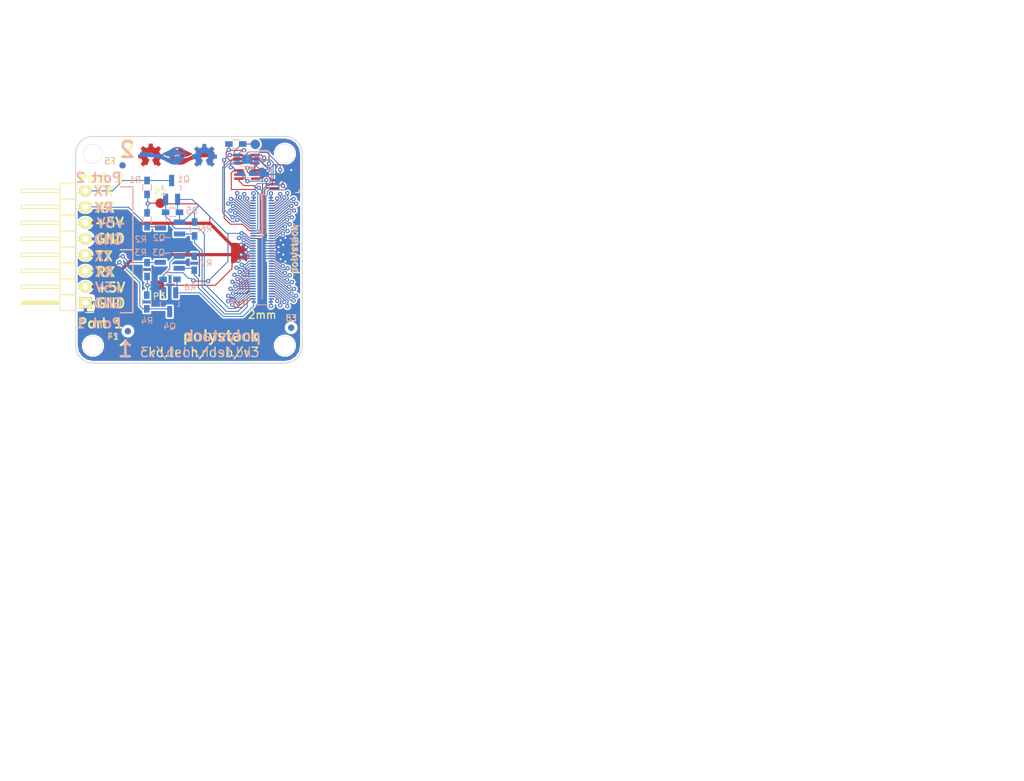
<source format=kicad_pcb>
(kicad_pcb (version 4) (host pcbnew 4.0.1-stable)
  (layers (0 F.Cu signal) (31 B.Cu signal) (34 B.Paste user) (35 F.Paste user) (36 B.SilkS user) (37 F.SilkS user) (38 B.Mask user) (39 F.Mask user) (44 Edge.Cuts user))
  (net 0 "")
  (net 1 /ExpansionPort/HEIGHT_1)
  (net 2 GNDPWR)
  (net 3 /ExpansionPort/HEIGHT_2)
  (net 4 /ExpansionPort/NEW_HEIGHT_4)
  (net 5 /ExpansionPort/HEIGHT_4)
  (net 6 /ExpansionPort/si2c_SDA)
  (net 7 /ExpansionPort/si2c_SCL)
  (net 8 "Net-(PORT_IC1-Pad7)")
  (net 9 /ExpansionPort/NEW_HEIGHT_1)
  (net 10 /ExpansionPort/NEW_HEIGHT_2)
  (net 11 /ExpansionPort/SPI1_MOSI)
  (net 12 /ExpansionPort/UART1_RX)
  (net 13 /ExpansionPort/TIMG1_CH1)
  (net 14 /ExpansionPort/TIM1)
  (net 15 /ExpansionPort/SPI1_MISO)
  (net 16 /ExpansionPort/SPI1_SCK)
  (net 17 /ExpansionPort/SPI1_NSS)
  (net 18 /ExpansionPort/SPI2_MOSI)
  (net 19 /ExpansionPort/SPI2_MISO)
  (net 20 /ExpansionPort/SPI2_SCK)
  (net 21 /ExpansionPort/SPI2_NSS)
  (net 22 /ExpansionPort/SPI3_MOSI)
  (net 23 /ExpansionPort/SPI3_MISO)
  (net 24 /ExpansionPort/SPI3_SCK)
  (net 25 /ExpansionPort/SPI3_NSS)
  (net 26 /ExpansionPort/SPI4_MOSI)
  (net 27 /ExpansionPort/SPI4_MISO)
  (net 28 /ExpansionPort/SPI4_SCK)
  (net 29 /ExpansionPort/SPI4_NSS)
  (net 30 /ExpansionPort/SDMMC1_CMD)
  (net 31 /ExpansionPort/SDMMC1_CK)
  (net 32 /ExpansionPort/SDMMC1_D3)
  (net 33 /ExpansionPort/SDMMC1_D2)
  (net 34 /ExpansionPort/SDMMC1_D1)
  (net 35 /ExpansionPort/SDMMC1_D0)
  (net 36 /ExpansionPort/ADC2)
  (net 37 /ExpansionPort/ADC1)
  (net 38 /ExpansionPort/TIMG2_CH4)
  (net 39 /ExpansionPort/TIMG2_CH3)
  (net 40 /ExpansionPort/TIMG2_CH2)
  (net 41 /ExpansionPort/TIMG2_CH1)
  (net 42 /ExpansionPort/TIMG1_CH4)
  (net 43 /ExpansionPort/TIMG1_CH3)
  (net 44 /ExpansionPort/TIMG1_CH2)
  (net 45 /ExpansionPort/TIM2)
  (net 46 /ExpansionPort/TIM3)
  (net 47 /ExpansionPort/TIM4)
  (net 48 /ExpansionPort/GPIO1)
  (net 49 /ExpansionPort/GPIO2)
  (net 50 /ExpansionPort/GPIO3)
  (net 51 /ExpansionPort/GPIO4)
  (net 52 /ExpansionPort/xi2c1_SDA)
  (net 53 /ExpansionPort/xi2c1_SCL)
  (net 54 /ExpansionPort/3V3_0.3A_E)
  (net 55 /ExpansionPort/+BATT)
  (net 56 +5V)
  (net 57 /ExpansionPort/UART8_TX)
  (net 58 /ExpansionPort/UART8_RX)
  (net 59 /ExpansionPort/UART7_TX)
  (net 60 /ExpansionPort/UART7_RX)
  (net 61 /ExpansionPort/UART6_TX)
  (net 62 /ExpansionPort/UART6_RX)
  (net 63 /ExpansionPort/UART5_TX)
  (net 64 /ExpansionPort/UART5_RX)
  (net 65 /ExpansionPort/UART4_TX)
  (net 66 /ExpansionPort/UART4_RX)
  (net 67 /ExpansionPort/UART3_TX)
  (net 68 /ExpansionPort/UART3_RX)
  (net 69 /ExpansionPort/UART2_TX)
  (net 70 /ExpansionPort/UART2_RX)
  (net 71 /ExpansionPort/UART1_TX)
  (net 72 "Net-(PORT_OUT1-Pad28)")
  (net 73 "Net-(PORT_OUT1-Pad27)")
  (net 74 "Net-(PORT_OUT1-Pad26)")
  (net 75 "Net-(PORT_OUT1-Pad25)")
  (net 76 /RX1_HV1)
  (net 77 /TX1_HV1)
  (net 78 /RX2_HV2)
  (net 79 /TX2_HV2)
  (net 80 +3V3)
  (module macrofab:Fiducial (layer B.Cu) (at 138.3 120.95)
    (fp_text reference F4 (at -2.4 0.85) (layer B.SilkS) (effects (justify mirror)))
    (fp_text value 1mm)
    (pad "" smd circle (at 0 0) (size 1 1) (layers B.Cu B.Paste B.Mask) (clearance 0.5))
  )
  (module macrofab:Fiducial (layer B.Cu) (at 137.45 94.6)
    (fp_text reference F5 (at -2 -0.7) (layer B.SilkS) (effects (justify mirror)))
    (fp_text value 1mm)
    (pad "" smd circle (at 0 0) (size 1 1) (layers B.Cu B.Paste B.Mask) (clearance 0.5))
  )
  (module macrofab:Fiducial (layer B.Cu) (at 164.25 120.4 180)
    (fp_text reference F6 (at 0 1.55 180) (layer B.SilkS) (effects (justify mirror)))
    (fp_text value 1mm)
    (pad "" smd circle (at 0 0 180) (size 1 1) (layers B.Cu B.Paste B.Mask) (clearance 0.5))
  )
  (module macrofab:Fiducial (layer F.Cu) (at 164.25 120.4)
    (fp_text reference F3 (at 0 -1.55) (layer F.SilkS))
    (fp_text value 1mm)
    (pad "" smd circle (at 0 0) (size 1 1) (layers F.Cu F.Paste F.Mask) (clearance 0.5))
  )
  (module macrofab:Fiducial (layer F.Cu) (at 137.45 94.6)
    (fp_text reference F2 (at -2.05 -0.7) (layer F.SilkS))
    (fp_text value 1mm)
    (pad "" smd circle (at 0 0) (size 1 1) (layers F.Cu F.Paste F.Mask) (clearance 0.5))
  )
  (module oshw:oshw-4mm (layer B.Cu) (at 150.45 93 180)
    (fp_text reference G*** hide)
    (fp_text value OSHW hide)
    (fp_poly (pts (xy 0.041912 1.810672) (xy 0.079087 1.81066) (xy 0.111821 1.810634) (xy 0.140406 1.810589) (xy 0.165137 1.810519) (xy 0.186306 1.810419) (xy 0.204208 1.810285) (xy 0.219136 1.810111) (xy 0.231384 1.809891) (xy 0.241247 1.809621) (xy 0.249017 1.809295) (xy 0.254988 1.808908) (xy 0.259454 1.808456) (xy 0.262709 1.807933) (xy 0.265046 1.807333) (xy 0.26676 1.806651) (xy 0.268032 1.805952) (xy 0.274217 1.800631) (xy 0.278517 1.794262) (xy 0.278618 1.794016) (xy 0.279468 1.790568) (xy 0.281162 1.782519) (xy 0.283633 1.770215) (xy 0.286816 1.754001) (xy 0.290644 1.734223) (xy 0.295052 1.711228) (xy 0.299972 1.68536) (xy 0.305339 1.656966) (xy 0.311087 1.626391) (xy 0.31715 1.593981) (xy 0.323461 1.560082) (xy 0.326888 1.541604) (xy 0.333321 1.506898) (xy 0.339535 1.473386) (xy 0.345466 1.441426) (xy 0.351046 1.411375) (xy 0.356209 1.383589) (xy 0.360889 1.358428) (xy 0.365018 1.336247) (xy 0.368531 1.317404) (xy 0.371362 1.302257) (xy 0.373443 1.291163) (xy 0.374708 1.284478) (xy 0.375013 1.282904) (xy 0.375885 1.278409) (xy 0.376785 1.274428) (xy 0.378016 1.270801) (xy 0.379879 1.267369) (xy 0.382678 1.263973) (xy 0.386715 1.260454) (xy 0.392292 1.256651) (xy 0.399712 1.252407) (xy 0.409277 1.24756) (xy 0.42129 1.241954) (xy 0.436054 1.235427) (xy 0.453871 1.22782) (xy 0.475043 1.218975) (xy 0.499873 1.208732) (xy 0.528663 1.196932) (xy 0.561716 1.183414) (xy 0.571628 1.179361) (xy 0.606076 1.16526) (xy 0.636188 1.15294) (xy 0.662294 1.142308) (xy 0.684727 1.133273) (xy 0.703816 1.125742) (xy 0.719894 1.119622) (xy 0.733292 1.114823) (xy 0.744341 1.111252) (xy 0.753372 1.108816) (xy 0.760717 1.107424) (xy 0.766707 1.106983) (xy 0.771673 1.107401) (xy 0.775947 1.108587) (xy 0.77986 1.110447) (xy 0.783743 1.11289) (xy 0.787927 1.115824) (xy 0.79139 1.118241) (xy 0.795895 1.121325) (xy 0.804234 1.12704) (xy 0.816094 1.135172) (xy 0.831161 1.145504) (xy 0.849123 1.157824) (xy 0.869666 1.171915) (xy 0.892477 1.187563) (xy 0.917244 1.204553) (xy 0.943652 1.222671) (xy 0.971388 1.241701) (xy 1.00014 1.261429) (xy 1.011367 1.269133) (xy 1.044967 1.292181) (xy 1.074678 1.312543) (xy 1.100756 1.330384) (xy 1.123454 1.34587) (xy 1.143028 1.359167) (xy 1.159732 1.370439) (xy 1.173819 1.379854) (xy 1.185546 1.387576) (xy 1.195166 1.393771) (xy 1.202934 1.398606) (xy 1.209104 1.402246) (xy 1.213931 1.404856) (xy 1.217669 1.406602) (xy 1.220573 1.40765) (xy 1.222897 1.408167) (xy 1.224895 1.408316) (xy 1.22511 1.408317) (xy 1.236011 1.408317) (xy 1.422758 1.221571) (xy 1.452582 1.191744) (xy 1.479048 1.165262) (xy 1.502358 1.141914) (xy 1.522712 1.121487) (xy 1.54031 1.103771) (xy 1.555352 1.088555) (xy 1.56804 1.075628) (xy 1.578573 1.064777) (xy 1.587152 1.055793) (xy 1.593977 1.048463) (xy 1.599249 1.042577) (xy 1.603168 1.037924) (xy 1.605935 1.034292) (xy 1.607749 1.03147) (xy 1.608812 1.029246) (xy 1.609323 1.027411) (xy 1.609484 1.025751) (xy 1.609495 1.024783) (xy 1.608249 1.015979) (xy 1.605215 1.007783) (xy 1.604773 1.007015) (xy 1.602686 1.003847) (xy 1.597958 0.996838) (xy 1.590798 0.986291) (xy 1.581414 0.972509) (xy 1.570012 0.955797) (xy 1.556801 0.936458) (xy 1.541987 0.914796) (xy 1.52578 0.891116) (xy 1.508385 0.865721) (xy 1.490012 0.838914) (xy 1.470866 0.811001) (xy 1.468179 0.807084) (xy 1.448759 0.778781) (xy 1.429948 0.751361) (xy 1.411966 0.72515) (xy 1.395037 0.700471) (xy 1.379383 0.677647) (xy 1.365226 0.657003) (xy 1.352787 0.638863) (xy 1.342289 0.62355) (xy 1.333954 0.611389) (xy 1.328005 0.602703) (xy 1.324663 0.597816) (xy 1.324525 0.597614) (xy 1.321271 0.592971) (xy 1.318436 0.588887) (xy 1.316117 0.585034) (xy 1.31441 0.581084) (xy 1.313412 0.57671) (xy 1.313218 0.571582) (xy 1.313927 0.565372) (xy 1.315635 0.557753) (xy 1.318437 0.548396) (xy 1.322431 0.536973) (xy 1.327713 0.523155) (xy 1.334381 0.506615) (xy 1.342529 0.487025) (xy 1.352256 0.464055) (xy 1.363657 0.437379) (xy 1.37683 0.406667) (xy 1.389234 0.377744) (xy 1.401459 0.349239) (xy 1.413181 0.321944) (xy 1.42424 0.296232) (xy 1.434475 0.272476) (xy 1.443723 0.251048) (xy 1.451825 0.232322) (xy 1.45862 0.21667) (xy 1.463945 0.204464) (xy 1.46764 0.196079) (xy 1.469544 0.191886) (xy 1.469671 0.19163) (xy 1.474634 0.184693) (xy 1.481041 0.178702) (xy 1.481084 0.178671) (xy 1.482257 0.17782) (xy 1.483418 0.177038) (xy 1.484835 0.176272) (xy 1.486774 0.175469) (xy 1.489505 0.174575) (xy 1.493294 0.173537) (xy 1.49841 0.172301) (xy 1.505119 0.170815) (xy 1.513691 0.169026) (xy 1.524392 0.166879) (xy 1.53749 0.164322) (xy 1.553253 0.161301) (xy 1.571948 0.157764) (xy 1.593845 0.153656) (xy 1.619209 0.148925) (xy 1.648308 0.143517) (xy 1.681412 0.137379) (xy 1.718786 0.130457) (xy 1.7607 0.1227) (xy 1.784287 0.118334) (xy 1.814902 0.112661) (xy 1.8443 0.1072) (xy 1.872076 0.102028) (xy 1.89782 0.097221) (xy 1.921124 0.092857) (xy 1.94158 0.089011) (xy 1.958782 0.08576) (xy 1.972319 0.083181) (xy 1.981786 0.08135) (xy 1.986773 0.080344) (xy 1.987099 0.080271) (xy 1.995862 0.077154) (xy 2.0032 0.072674) (xy 2.004703 0.071284) (xy 2.010623 0.064982) (xy 2.011262 -0.198246) (xy 2.011362 -0.240381) (xy 2.011443 -0.277778) (xy 2.0115 -0.31073) (xy 2.011528 -0.33953) (xy 2.011523 -0.364469) (xy 2.011481 -0.385841) (xy 2.011396 -0.403938) (xy 2.011265 -0.419052) (xy 2.011083 -0.431475) (xy 2.010845 -0.4415) (xy 2.010546 -0.449419) (xy 2.010183 -0.455525) (xy 2.009751 -0.46011) (xy 2.009245 -0.463466) (xy 2.00866 -0.465886) (xy 2.007993 -0.467663) (xy 2.007238 -0.469088) (xy 2.007056 -0.469389) (xy 2.000775 -0.476182) (xy 1.993843 -0.480019) (xy 1.989972 -0.480937) (xy 1.98159 -0.482681) (xy 1.969132 -0.485167) (xy 1.953035 -0.488312) (xy 1.933733 -0.492032) (xy 1.911662 -0.496243) (xy 1.887258 -0.500861) (xy 1.860957 -0.505803) (xy 1.833193 -0.510984) (xy 1.82201 -0.513062) (xy 1.776078 -0.521585) (xy 1.734833 -0.529241) (xy 1.698017 -0.536081) (xy 1.66537 -0.542152) (xy 1.636635 -0.547503) (xy 1.611553 -0.552184) (xy 1.589865 -0.556244) (xy 1.571313 -0.559731) (xy 1.555637 -0.562695) (xy 1.54258 -0.565184) (xy 1.531883 -0.567248) (xy 1.523287 -0.568935) (xy 1.516533 -0.570294) (xy 1.511364 -0.571375) (xy 1.50752 -0.572226) (xy 1.504743 -0.572896) (xy 1.502774 -0.573435) (xy 1.502077 -0.573649) (xy 1.494794 -0.577446) (xy 1.488208 -0.58311) (xy 1.487927 -0.583437) (xy 1.486055 -0.586873) (xy 1.482476 -0.594645) (xy 1.477329 -0.606416) (xy 1.470757 -0.621844) (xy 1.462901 -0.640589) (xy 1.453901 -0.662313) (xy 1.443899 -0.686674) (xy 1.433037 -0.713333) (xy 1.421454 -0.741951) (xy 1.409294 -0.772186) (xy 1.403193 -0.787423) (xy 1.389259 -0.822282) (xy 1.377081 -0.852781) (xy 1.366543 -0.879233) (xy 1.357533 -0.901948) (xy 1.349936 -0.921239) (xy 1.343639 -0.937415) (xy 1.338527 -0.950787) (xy 1.334487 -0.961668) (xy 1.331406 -0.970367) (xy 1.329168 -0.977196) (xy 1.327661 -0.982467) (xy 1.32677 -0.986489) (xy 1.326381 -0.989575) (xy 1.326382 -0.992035) (xy 1.326657 -0.99418) (xy 1.326961 -0.995703) (xy 1.327914 -0.998459) (xy 1.329976 -1.002672) (xy 1.333294 -1.008563) (xy 1.338016 -1.016354) (xy 1.344288 -1.026268) (xy 1.352257 -1.038525) (xy 1.36207 -1.053349) (xy 1.373875 -1.070961) (xy 1.387818 -1.091583) (xy 1.404045 -1.115436) (xy 1.422705 -1.142743) (xy 1.443943 -1.173726) (xy 1.467907 -1.208606) (xy 1.46862 -1.209643) (xy 1.488339 -1.238371) (xy 1.507248 -1.266022) (xy 1.525151 -1.292303) (xy 1.541851 -1.316922) (xy 1.557151 -1.339585) (xy 1.570857 -1.36) (xy 1.582771 -1.377874) (xy 1.592698 -1.392914) (xy 1.600441 -1.404828) (xy 1.605804 -1.413324) (xy 1.60859 -1.418107) (xy 1.608951 -1.418972) (xy 1.609189 -1.426912) (xy 1.608379 -1.432804) (xy 1.606445 -1.435722) (xy 1.601277 -1.441774) (xy 1.592837 -1.451002) (xy 1.581086 -1.463444) (xy 1.565985 -1.479142) (xy 1.547494 -1.498136) (xy 1.525575 -1.520466) (xy 1.500189 -1.546172) (xy 1.471296 -1.575294) (xy 1.438858 -1.607873) (xy 1.425143 -1.621619) (xy 1.399929 -1.646847) (xy 1.375621 -1.671107) (xy 1.352468 -1.694157) (xy 1.330714 -1.715753) (xy 1.310608 -1.735654) (xy 1.292395 -1.753615) (xy 1.276321 -1.769396) (xy 1.262634 -1.782752) (xy 1.251579 -1.793442) (xy 1.243404 -1.801223) (xy 1.238354 -1.805851) (xy 1.236803 -1.807089) (xy 1.226833 -1.810352) (xy 1.216612 -1.809312) (xy 1.205289 -1.803848) (xy 1.20301 -1.802346) (xy 1.199136 -1.799695) (xy 1.191436 -1.794419) (xy 1.180229 -1.786737) (xy 1.165836 -1.77687) (xy 1.148578 -1.765037) (xy 1.128776 -1.751458) (xy 1.106749 -1.736352) (xy 1.082818 -1.71994) (xy 1.057305 -1.702442) (xy 1.030529 -1.684077) (xy 1.00594 -1.667211) (xy 0.978417 -1.648348) (xy 0.951938 -1.630232) (xy 0.926816 -1.613074) (xy 0.903363 -1.597087) (xy 0.881892 -1.582482) (xy 0.862716 -1.569473) (xy 0.846147 -1.558271) (xy 0.832498 -1.549088) (xy 0.822082 -1.542136) (xy 0.815212 -1.537629) (xy 0.812297 -1.535825) (xy 0.800483 -1.532294) (xy 0.794107 -1.532398) (xy 0.789402 -1.533917) (xy 0.780635 -1.537726) (xy 0.768135 -1.543662) (xy 0.752231 -1.551562) (xy 0.733253 -1.561264) (xy 0.711529 -1.572606) (xy 0.694559 -1.581596) (xy 0.670834 -1.594199) (xy 0.651102 -1.604565) (xy 0.634942 -1.61286) (xy 0.621927 -1.619252) (xy 0.611636 -1.623908) (xy 0.603644 -1.626995) (xy 0.597526 -1.62868) (xy 0.592861 -1.629131) (xy 0.589223 -1.628513) (xy 0.586189 -1.626994) (xy 0.583889 -1.625222) (xy 0.582309 -1.622374) (xy 0.578885 -1.615011) (xy 0.573675 -1.603274) (xy 0.566737 -1.587305) (xy 0.558133 -1.567245) (xy 0.54792 -1.543234) (xy 0.536159 -1.515413) (xy 0.522908 -1.483924) (xy 0.508227 -1.448906) (xy 0.492175 -1.410501) (xy 0.474812 -1.36885) (xy 0.456196 -1.324094) (xy 0.436388 -1.276374) (xy 0.415446 -1.22583) (xy 0.398588 -1.18508) (xy 0.376707 -1.132154) (xy 0.356672 -1.083674) (xy 0.338403 -1.039444) (xy 0.321821 -0.999263) (xy 0.306845 -0.962932) (xy 0.293396 -0.930253) (xy 0.281395 -0.901026) (xy 0.270763 -0.875052) (xy 0.261419 -0.852131) (xy 0.253285 -0.832066) (xy 0.24628 -0.814657) (xy 0.240325 -0.799704) (xy 0.235342 -0.787009) (xy 0.231249 -0.776373) (xy 0.227968 -0.767595) (xy 0.225419 -0.760478) (xy 0.223522 -0.754823) (xy 0.222199 -0.750429) (xy 0.221369 -0.747099) (xy 0.220953 -0.744632) (xy 0.220871 -0.74283) (xy 0.221045 -0.741494) (xy 0.221199 -0.74095) (xy 0.223599 -0.735298) (xy 0.227242 -0.730243) (xy 0.232912 -0.725085) (xy 0.241395 -0.719125) (xy 0.253475 -0.711663) (xy 0.255257 -0.710602) (xy 0.267135 -0.703219) (xy 0.280052 -0.69468) (xy 0.291491 -0.686656) (xy 0.29298 -0.685558) (xy 0.302649 -0.678368) (xy 0.314572 -0.669506) (xy 0.326963 -0.660299) (xy 0.334475 -0.654719) (xy 0.375725 -0.620988) (xy 0.413516 -0.583697) (xy 0.447598 -0.543121) (xy 0.477724 -0.499533) (xy 0.483524 -0.490024) (xy 0.506301 -0.447314) (xy 0.525628 -0.401638) (xy 0.541173 -0.353973) (xy 0.552607 -0.3053) (xy 0.558232 -0.269155) (xy 0.55983 -0.250627) (xy 0.560694 -0.2286) (xy 0.56085 -0.204549) (xy 0.560321 -0.179948) (xy 0.559129 -0.156271) (xy 0.5573 -0.134991) (xy 0.555914 -0.124045) (xy 0.545747 -0.071737) (xy 0.530996 -0.021214) (xy 0.511839 0.027277) (xy 0.488456 0.073492) (xy 0.461024 0.117183) (xy 0.429724 0.158103) (xy 0.394732 0.196008) (xy 0.356229 0.23065) (xy 0.314393 0.261783) (xy 0.269403 0.28916) (xy 0.247977 0.300288) (xy 0.200646 0.321044) (xy 0.152462 0.337016) (xy 0.103044 0.348293) (xy 0.05201 0.354961) (xy 0 0.357109) (xy -0.045157 0.355635) (xy -0.087525 0.351072) (xy -0.128438 0.343212) (xy -0.169231 0.331848) (xy -0.17604 0.329622) (xy -0.225295 0.31063) (xy -0.272148 0.287404) (xy -0.316357 0.260185) (xy -0.357681 0.229212) (xy -0.395878 0.194725) (xy -0.430705 0.156964) (xy -0.461922 0.116168) (xy -0.489286 0.072578) (xy -0.512555 0.026433) (xy -0.531488 -0.022026) (xy -0.531926 -0.023329) (xy -0.543093 -0.06005) (xy -0.551334 -0.095126) (xy -0.556898 -0.13013) (xy -0.560035 -0.166637) (xy -0.560996 -0.206084) (xy -0.56001 -0.243824) (xy -0.556943 -0.278572) (xy -0.551524 -0.31203) (xy -0.543479 -0.3459) (xy -0.533244 -0.379742) (xy -0.5143 -0.429412) (xy -0.491005 -0.476635) (xy -0.46351 -0.521205) (xy -0.431962 -0.562917) (xy -0.39651 -0.601564) (xy -0.357303 -0.636943) (xy -0.334476 -0.654723) (xy -0.323319 -0.662991) (xy -0.312037 -0.671394) (xy -0.302162 -0.678788) (xy -0.296753 -0.682869) (xy -0.28853 -0.688763) (xy -0.277668 -0.696081) (xy -0.265866 -0.703693) (xy -0.25903 -0.707937) (xy -0.245831 -0.716145) (xy -0.236314 -0.722542) (xy -0.229759 -0.727755) (xy -0.22545 -0.73241) (xy -0.222667 -0.737134) (xy -0.221195 -0.740963) (xy -0.220925 -0.742144) (xy -0.220869 -0.743689) (xy -0.221108 -0.745799) (xy -0.22172 -0.748672) (xy -0.222786 -0.752506) (xy -0.224385 -0.757503) (xy -0.226596 -0.76386) (xy -0.229499 -0.771776) (xy -0.233174 -0.781451) (xy -0.2377 -0.793084) (xy -0.243156 -0.806874) (xy -0.249623 -0.82302) (xy -0.257179 -0.841722) (xy -0.265904 -0.863177) (xy -0.275879 -0.887586) (xy -0.287181 -0.915148) (xy -0.299892 -0.946061) (xy -0.314089 -0.980526) (xy -0.329854 -1.01874) (xy -0.347265 -1.060903) (xy -0.366402 -1.107214) (xy -0.387345 -1.157873) (xy -0.3986 -1.185093) (xy -0.42016 -1.237188) (xy -0.440674 -1.286673) (xy -0.460082 -1.3334) (xy -0.47832 -1.377222) (xy -0.495326 -1.41799) (xy -0.51104 -1.455558) (xy -0.525397 -1.489776) (xy -0.538336 -1.520499) (xy -0.549795 -1.547577) (xy -0.559712 -1.570864) (xy -0.568024 -1.590211) (xy -0.574669 -1.605471) (xy -0.579585 -1.616495) (xy -0.58271 -1.623138) (xy -0.583906 -1.625222) (xy -0.590245 -1.628499) (xy -0.596575 -1.629623) (xy -0.601132 -1.62837) (xy -0.609986 -1.624631) (xy -0.623076 -1.618434) (xy -0.640345 -1.609809) (xy -0.661731 -1.598785) (xy -0.687177 -1.58539) (xy -0.693747 -1.581898) (xy -0.713566 -1.57141) (xy -0.732263 -1.56164) (xy -0.749316 -1.552852) (xy -0.764202 -1.54531) (xy -0.776397 -1.539279) (xy -0.785378 -1.535022) (xy -0.790623 -1.532804) (xy -0.791425 -1.532569) (xy -0.799854 -1.532265) (xy -0.807221 -1.533666) (xy -0.810416 -1.535468) (xy -0.81744 -1.539915) (xy -0.827981 -1.546797) (xy -0.841729 -1.555905) (xy -0.85837 -1.567028) (xy -0.877593 -1.579958) (xy -0.899086 -1.594484) (xy -0.922537 -1.610396) (xy -0.947635 -1.627486) (xy -0.974067 -1.645542) (xy -0.997845 -1.661834) (xy -1.025465 -1.680782) (xy -1.052206 -1.699127) (xy -1.077735 -1.716639) (xy -1.101719 -1.733089) (xy -1.123823 -1.748249) (xy -1.143715 -1.76189) (xy -1.16106 -1.773784) (xy -1.175525 -1.7837) (xy -1.186777 -1.791411) (xy -1.19448 -1.796688) (xy -1.197857 -1.798997) (xy -1.20992 -1.806348) (xy -1.219716 -1.810042) (xy -1.228244 -1.810249) (xy -1.236501 -1.80714) (xy -1.238565 -1.805912) (xy -1.241364 -1.803496) (xy -1.247461 -1.797759) (xy -1.256606 -1.788946) (xy -1.268552 -1.777303) (xy -1.283049 -1.763076) (xy -1.299849 -1.74651) (xy -1.318703 -1.727851) (xy -1.339362 -1.707345) (xy -1.361577 -1.685237) (xy -1.3851 -1.661772) (xy -1.409682 -1.637196) (xy -1.426401 -1.620451) (xy -1.460136 -1.586593) (xy -1.49031 -1.556208) (xy -1.516961 -1.529257) (xy -1.540126 -1.505702) (xy -1.559845 -1.485503) (xy -1.576155 -1.468619) (xy -1.589095 -1.455013) (xy -1.598703 -1.444645) (xy -1.605016 -1.437474) (xy -1.608074 -1.433463) (xy -1.60838 -1.432804) (xy -1.60928 -1.424838) (xy -1.608965 -1.418972) (xy -1.607408 -1.415961) (xy -1.603186 -1.409106) (xy -1.596496 -1.3987) (xy -1.587532 -1.385035) (xy -1.576492 -1.368405) (xy -1.563572 -1.349102) (xy -1.548968 -1.327418) (xy -1.532876 -1.303647) (xy -1.515493 -1.278081) (xy -1.497014 -1.251013) (xy -1.477636 -1.222735) (xy -1.46864 -1.209643) (xy -1.444589 -1.174639) (xy -1.423267 -1.143539) (xy -1.40453 -1.116121) (xy -1.388229 -1.092165) (xy -1.374219 -1.071447) (xy -1.362352 -1.053747) (xy -1.352482 -1.038844) (xy -1.344461 -1.026515) (xy -1.338144 -1.016539) (xy -1.333384 -1.008694) (xy -1.330033 -1.002759) (xy -1.327946 -0.998513) (xy -1.326975 -0.995733) (xy -1.326968 -0.995703) (xy -1.326564 -0.993591) (xy -1.326352 -0.99139) (xy -1.326447 -0.988789) (xy -1.326963 -0.985475) (xy -1.328013 -0.981139) (xy -1.329711 -0.975468) (xy -1.332171 -0.968151) (xy -1.335508 -0.958877) (xy -1.339834 -0.947335) (xy -1.345264 -0.933213) (xy -1.351913 -0.916201) (xy -1.359893 -0.895986) (xy -1.369318 -0.872258) (xy -1.380304 -0.844705) (xy -1.392962 -0.813017) (xy -1.403095 -0.787669) (xy -1.41514 -0.757618) (xy -1.426744 -0.728812) (xy -1.437761 -0.701606) (xy -1.448043 -0.676358) (xy -1.457444 -0.653425) (xy -1.465815 -0.633164) (xy -1.473011 -0.615931) (xy -1.478883 -0.602083) (xy -1.483284 -0.591977) (xy -1.486068 -0.58597) (xy -1.486912 -0.584467) (xy -1.493162 -0.578611) (xy -1.499903 -0.574588) (xy -1.503441 -0.573678) (xy -1.511575 -0.571925) (xy -1.523952 -0.569397) (xy -1.540221 -0.566162) (xy -1.56003 -0.562289) (xy -1.583027 -0.557844) (xy -1.608861 -0.552896) (xy -1.63718 -0.547512) (xy -1.667633 -0.541761) (xy -1.699867 -0.53571) (xy -1.733532 -0.529427) (xy -1.746565 -0.527004) (xy -1.780693 -0.520655) (xy -1.813535 -0.514523) (xy -1.844739 -0.508675) (xy -1.873951 -0.503179) (xy -1.900819 -0.498101) (xy -1.924989 -0.493509) (xy -1.94611 -0.489469) (xy -1.963829 -0.486049) (xy -1.977792 -0.483316) (xy -1.987648 -0.481337) (xy -1.993042 -0.480179) (xy -1.993843 -0.47997) (xy -2.001755 -0.475394) (xy -2.007057 -0.469389) (xy -2.007832 -0.468002) (xy -2.008519 -0.46633) (xy -2.009121 -0.46408) (xy -2.009645 -0.460959) (xy -2.010093 -0.456675) (xy -2.010471 -0.450936) (xy -2.010784 -0.443449) (xy -2.011035 -0.433921) (xy -2.011229 -0.422061) (xy -2.011372 -0.407577) (xy -2.011466 -0.390175) (xy -2.011518 -0.369563) (xy -2.01153 -0.345449) (xy -2.011509 -0.31754) (xy -2.011459 -0.285545) (xy -2.011383 -0.24917) (xy -2.011287 -0.208123) (xy -2.011263 -0.198246) (xy -2.010624 0.064982) (xy -2.004629 0.071363) (xy -2.003751 0.072442) (xy -2.003137 0.07337) (xy -2.002508 0.074206) (xy -2.001588 0.075007) (xy -2.000099 0.07583) (xy -1.997765 0.076733) (xy -1.994308 0.077772) (xy -1.98945 0.079007) (xy -1.982915 0.080493) (xy -1.974425 0.082288) (xy -1.963703 0.08445) (xy -1.950472 0.087036) (xy -1.934454 0.090103) (xy -1.915373 0.09371) (xy -1.892951 0.097913) (xy -1.866911 0.102769) (xy -1.836975 0.108337) (xy -1.802867 0.114673) (xy -1.764309 0.121835) (xy -1.730967 0.128031) (xy -1.690106 0.135627) (xy -1.653896 0.142367) (xy -1.622048 0.148322) (xy -1.59427 0.153562) (xy -1.570271 0.158159) (xy -1.54976 0.162184) (xy -1.532445 0.165706) (xy -1.518036 0.168798) (xy -1.506241 0.17153) (xy -1.496768 0.173973) (xy -1.489328 0.176198) (xy -1.483628 0.178276) (xy -1.479378 0.180277) (xy -1.476286 0.182272) (xy -1.474062 0.184333) (xy -1.472413 0.18653) (xy -1.471049 0.188934) (xy -1.469679 0.191616) (xy -1.469672 0.19163) (xy -1.468068 0.195122) (xy -1.464646 0.202866) (xy -1.459569 0.21449) (xy -1.452998 0.229619) (xy -1.445093 0.247881) (xy -1.436015 0.268904) (xy -1.425927 0.292315) (xy -1.414988 0.317741) (xy -1.40336 0.34481) (xy -1.391205 0.373147) (xy -1.389235 0.377744) (xy -1.374512 0.412069) (xy -1.361642 0.442086) (xy -1.350526 0.468122) (xy -1.341069 0.490506) (xy -1.333174 0.509565) (xy -1.326744 0.525629) (xy -1.321683 0.539025) (xy -1.317893 0.550082) (xy -1.315279 0.559127) (xy -1.313744 0.566489) (xy -1.313191 0.572497) (xy -1.313523 0.577478) (xy -1.314644 0.58176) (xy -1.316457 0.585672) (xy -1.318866 0.589543) (xy -1.321774 0.593699) (xy -1.324506 0.597614) (xy -1.327631 0.602189) (xy -1.333382 0.61059) (xy -1.341537 0.622495) (xy -1.351878 0.637585) (xy -1.364184 0.655537) (xy -1.378234 0.676031) (xy -1.393809 0.698745) (xy -1.410688 0.723358) (xy -1.428652 0.749549) (xy -1.447479 0.776997) (xy -1.46695 0.80538) (xy -1.46997 0.809783) (xy -1.489293 0.837961) (xy -1.50784 0.865034) (xy -1.525408 0.890702) (xy -1.541794 0.914671) (xy -1.556798 0.936641) (xy -1.570215 0.956317) (xy -1.581843 0.973401) (xy -1.59148 0.987596) (xy -1.598923 0.998606) (xy -1.60397 1.006133) (xy -1.606418 1.00988) (xy -1.606593 1.010177) (xy -1.608557 1.016404) (xy -1.609493 1.024331) (xy -1.609505 1.025247) (xy -1.609424 1.026859) (xy -1.609045 1.028596) (xy -1.608169 1.030668) (xy -1.606595 1.033286) (xy -1.604123 1.036661) (xy -1.600552 1.041004) (xy -1.595682 1.046524) (xy -1.589314 1.053433) (xy -1.581246 1.061941) (xy -1.571277 1.07226) (xy -1.559209 1.084598) (xy -1.54484 1.099168) (xy -1.527969 1.11618) (xy -1.508398 1.135845) (xy -1.485924 1.158372) (xy -1.460348 1.183973) (xy -1.43147 1.212859) (xy -1.422759 1.221571) (xy -1.236012 1.408317) (xy -1.225028 1.408317) (xy -1.223631 1.408406) (xy -1.222509 1.408583) (xy -1.221457 1.408714) (xy -1.220273 1.408665) (xy -1.218753 1.4083) (xy -1.216695 1.407486) (xy -1.213895 1.406088) (xy -1.210149 1.403972) (xy -1.205256 1.401003) (xy -1.199011 1.397047) (xy -1.191211 1.39197) (xy -1.181654 1.385636) (xy -1.170136 1.377913) (xy -1.156454 1.368664) (xy -1.140405 1.357757) (xy -1.121785 1.345056) (xy -1.100392 1.330426) (xy -1.076022 1.313735) (xy -1.048472 1.294847) (xy -1.01754 1.273627) (xy -0.983021 1.249942) (xy -0.944713 1.223656) (xy -0.911967 1.201191) (xy -0.884669 1.18247) (xy -0.861196 1.166395) (xy -0.841228 1.152765) (xy -0.824444 1.141378) (xy -0.810525 1.132033) (xy -0.799149 1.124528) (xy -0.789997 1.118661) (xy -0.782747 1.114231) (xy -0.777081 1.111037) (xy -0.772677 1.108876) (xy -0.769214 1.107546) (xy -0.766373 1.106848) (xy -0.763834 1.106578) (xy -0.761549 1.106535) (xy -0.758594 1.106771) (xy -0.754602 1.107559) (xy -0.749258 1.109021) (xy -0.742245 1.111277) (xy -0.733246 1.114447) (xy -0.721946 1.118653) (xy -0.708028 1.124015) (xy -0.691176 1.130655) (xy -0.671073 1.138692) (xy -0.647404 1.148248) (xy -0.619852 1.159444) (xy -0.5881 1.1724) (xy -0.573859 1.178223) (xy -0.545554 1.189828) (xy -0.518505 1.200969) (xy -0.493088 1.211489) (xy -0.469681 1.221228) (xy -0.448659 1.23003) (xy -0.430399 1.237734) (xy -0.415278 1.244184) (xy -0.403673 1.249221) (xy -0.395959 1.252687) (xy -0.392514 1.254423) (xy -0.392473 1.254453) (xy -0.390215 1.256137) (xy -0.38817 1.257845) (xy -0.386271 1.259864) (xy -0.384453 1.262483) (xy -0.382649 1.265986) (xy -0.380793 1.270662) (xy -0.378819 1.276797) (xy -0.376661 1.284678) (xy -0.374253 1.294593) (xy -0.371529 1.306827) (xy -0.368423 1.321669) (xy -0.364869 1.339404) (xy -0.3608 1.36032) (xy -0.356151 1.384704) (xy -0.350856 1.412842) (xy -0.344848 1.445023) (xy -0.338061 1.481532) (xy -0.33043 1.522656) (xy -0.329229 1.529131) (xy -0.322643 1.564553) (xy -0.316272 1.598671) (xy -0.310181 1.63115) (xy -0.304433 1.661652) (xy -0.299093 1.689841) (xy -0.294226 1.71538) (xy -0.289895 1.737932) (xy -0.286166 1.757162) (xy -0.283102 1.772731) (xy -0.280767 1.784305) (xy -0.279227 1.791545) (xy -0.2786 1.794016) (xy -0.274451 1.800362) (xy -0.268299 1.805786) (xy -0.268032 1.805952) (xy -0.266632 1.806712) (xy -0.264877 1.807386) (xy -0.262474 1.80798) (xy -0.259128 1.808497) (xy -0.254546 1.808944) (xy -0.248435 1.809325) (xy -0.240499 1.809646) (xy -0.230447 1.809911) (xy -0.217983 1.810127) (xy -0.202815 1.810298) (xy -0.184649 1.810429) (xy -0.16319 1.810526) (xy -0.138145 1.810594) (xy -0.109221 1.810637) (xy -0.076124 1.810662) (xy -0.038559 1.810672) (xy 0 1.810675) (xy 0.041912 1.810672)) (layer B.Cu) (width 0.01))
  )
  (module DF40-80pin-Header (layer B.Cu) (at 159.65 108)
    (fp_text reference PORT_IN1 hide)
    (fp_text value CKD_SANDWICH hide)
    (pad 80 smd rect (at 1.355 7.8) (size 0.66 0.23) (layers B.Cu B.Paste B.Mask) (net 11 /ExpansionPort/SPI1_MOSI))
    (pad 40 smd rect (at -1.355 7.8) (size 0.66 0.23) (layers B.Cu B.Paste B.Mask) (net 12 /ExpansionPort/UART1_RX))
    (pad 41 smd rect (at 1.355 -7.8) (size 0.66 0.23) (layers B.Cu B.Paste B.Mask) (net 13 /ExpansionPort/TIMG1_CH1))
    (pad 1 smd rect (at -1.355 -7.8) (size 0.66 0.23) (layers B.Cu B.Paste B.Mask) (net 14 /ExpansionPort/TIM1))
    (pad 79 smd rect (at 1.355 7.4) (size 0.66 0.23) (layers B.Cu B.Paste B.Mask) (net 15 /ExpansionPort/SPI1_MISO))
    (pad 78 smd rect (at 1.355 7) (size 0.66 0.23) (layers B.Cu B.Paste B.Mask) (net 16 /ExpansionPort/SPI1_SCK))
    (pad 77 smd rect (at 1.355 6.6) (size 0.66 0.23) (layers B.Cu B.Paste B.Mask) (net 17 /ExpansionPort/SPI1_NSS))
    (pad 76 smd rect (at 1.355 6.2) (size 0.66 0.23) (layers B.Cu B.Paste B.Mask) (net 18 /ExpansionPort/SPI2_MOSI))
    (pad 75 smd rect (at 1.355 5.8) (size 0.66 0.23) (layers B.Cu B.Paste B.Mask) (net 19 /ExpansionPort/SPI2_MISO))
    (pad 74 smd rect (at 1.355 5.4) (size 0.66 0.23) (layers B.Cu B.Paste B.Mask) (net 20 /ExpansionPort/SPI2_SCK))
    (pad 73 smd rect (at 1.355 5) (size 0.66 0.23) (layers B.Cu B.Paste B.Mask) (net 21 /ExpansionPort/SPI2_NSS))
    (pad 72 smd rect (at 1.355 4.6) (size 0.66 0.23) (layers B.Cu B.Paste B.Mask) (net 22 /ExpansionPort/SPI3_MOSI))
    (pad 71 smd rect (at 1.355 4.2) (size 0.66 0.23) (layers B.Cu B.Paste B.Mask) (net 23 /ExpansionPort/SPI3_MISO))
    (pad 70 smd rect (at 1.355 3.8) (size 0.66 0.23) (layers B.Cu B.Paste B.Mask) (net 24 /ExpansionPort/SPI3_SCK))
    (pad 69 smd rect (at 1.355 3.4) (size 0.66 0.23) (layers B.Cu B.Paste B.Mask) (net 25 /ExpansionPort/SPI3_NSS))
    (pad 68 smd rect (at 1.355 3) (size 0.66 0.23) (layers B.Cu B.Paste B.Mask) (net 26 /ExpansionPort/SPI4_MOSI))
    (pad 67 smd rect (at 1.355 2.6) (size 0.66 0.23) (layers B.Cu B.Paste B.Mask) (net 27 /ExpansionPort/SPI4_MISO))
    (pad 66 smd rect (at 1.355 2.2) (size 0.66 0.23) (layers B.Cu B.Paste B.Mask) (net 28 /ExpansionPort/SPI4_SCK))
    (pad 65 smd rect (at 1.355 1.8) (size 0.66 0.23) (layers B.Cu B.Paste B.Mask) (net 29 /ExpansionPort/SPI4_NSS))
    (pad 64 smd rect (at 1.355 1.4) (size 0.66 0.23) (layers B.Cu B.Paste B.Mask) (net 2 GNDPWR))
    (pad 63 smd rect (at 1.355 1) (size 0.66 0.23) (layers B.Cu B.Paste B.Mask) (net 2 GNDPWR))
    (pad 62 smd rect (at 1.355 0.6) (size 0.66 0.23) (layers B.Cu B.Paste B.Mask) (net 2 GNDPWR))
    (pad 61 smd rect (at 1.355 0.2) (size 0.66 0.23) (layers B.Cu B.Paste B.Mask) (net 2 GNDPWR))
    (pad 60 smd rect (at 1.355 -0.2) (size 0.66 0.23) (layers B.Cu B.Paste B.Mask) (net 2 GNDPWR))
    (pad 59 smd rect (at 1.355 -0.6) (size 0.66 0.23) (layers B.Cu B.Paste B.Mask) (net 2 GNDPWR))
    (pad 58 smd rect (at 1.355 -1) (size 0.66 0.23) (layers B.Cu B.Paste B.Mask) (net 2 GNDPWR))
    (pad 57 smd rect (at 1.355 -1.4) (size 0.66 0.23) (layers B.Cu B.Paste B.Mask) (net 2 GNDPWR))
    (pad 56 smd rect (at 1.355 -1.8) (size 0.66 0.23) (layers B.Cu B.Paste B.Mask) (net 30 /ExpansionPort/SDMMC1_CMD))
    (pad 55 smd rect (at 1.355 -2.2) (size 0.66 0.23) (layers B.Cu B.Paste B.Mask) (net 31 /ExpansionPort/SDMMC1_CK))
    (pad 54 smd rect (at 1.355 -2.6) (size 0.66 0.23) (layers B.Cu B.Paste B.Mask) (net 32 /ExpansionPort/SDMMC1_D3))
    (pad 53 smd rect (at 1.355 -3) (size 0.66 0.23) (layers B.Cu B.Paste B.Mask) (net 33 /ExpansionPort/SDMMC1_D2))
    (pad 52 smd rect (at 1.355 -3.4) (size 0.66 0.23) (layers B.Cu B.Paste B.Mask) (net 34 /ExpansionPort/SDMMC1_D1))
    (pad 51 smd rect (at 1.355 -3.8) (size 0.66 0.23) (layers B.Cu B.Paste B.Mask) (net 35 /ExpansionPort/SDMMC1_D0))
    (pad 50 smd rect (at 1.355 -4.2) (size 0.66 0.23) (layers B.Cu B.Paste B.Mask) (net 36 /ExpansionPort/ADC2))
    (pad 49 smd rect (at 1.355 -4.6) (size 0.66 0.23) (layers B.Cu B.Paste B.Mask) (net 37 /ExpansionPort/ADC1))
    (pad 48 smd rect (at 1.355 -5) (size 0.66 0.23) (layers B.Cu B.Paste B.Mask) (net 38 /ExpansionPort/TIMG2_CH4))
    (pad 47 smd rect (at 1.355 -5.4) (size 0.66 0.23) (layers B.Cu B.Paste B.Mask) (net 39 /ExpansionPort/TIMG2_CH3))
    (pad 46 smd rect (at 1.355 -5.8) (size 0.66 0.23) (layers B.Cu B.Paste B.Mask) (net 40 /ExpansionPort/TIMG2_CH2))
    (pad 45 smd rect (at 1.355 -6.2) (size 0.66 0.23) (layers B.Cu B.Paste B.Mask) (net 41 /ExpansionPort/TIMG2_CH1))
    (pad 44 smd rect (at 1.355 -6.6) (size 0.66 0.23) (layers B.Cu B.Paste B.Mask) (net 42 /ExpansionPort/TIMG1_CH4))
    (pad 43 smd rect (at 1.355 -7) (size 0.66 0.23) (layers B.Cu B.Paste B.Mask) (net 43 /ExpansionPort/TIMG1_CH3))
    (pad 42 smd rect (at 1.355 -7.4) (size 0.66 0.23) (layers B.Cu B.Paste B.Mask) (net 44 /ExpansionPort/TIMG1_CH2))
    (pad 41 smd rect (at 1.355 -8.2) (size 0.66 0.35) (drill (offset 0 -0.075)) (layers B.Cu B.Paste B.Mask) (net 13 /ExpansionPort/TIMG1_CH1))
    (pad 1 smd rect (at -1.355 -8.2) (size 0.66 0.35) (drill (offset 0 -0.075)) (layers B.Cu B.Paste B.Mask) (net 14 /ExpansionPort/TIM1))
    (pad 80 smd rect (at 1.355 8.2) (size 0.66 0.35) (drill (offset 0 0.075)) (layers B.Cu B.Paste B.Mask) (net 11 /ExpansionPort/SPI1_MOSI))
    (pad 40 smd rect (at -1.355 8.2) (size 0.66 0.35) (drill (offset 0 0.075)) (layers B.Cu B.Paste B.Mask) (net 12 /ExpansionPort/UART1_RX))
    (pad 2 smd rect (at -1.355 -7.4) (size 0.66 0.23) (layers B.Cu B.Paste B.Mask) (net 45 /ExpansionPort/TIM2))
    (pad 3 smd rect (at -1.355 -7) (size 0.66 0.23) (layers B.Cu B.Paste B.Mask) (net 46 /ExpansionPort/TIM3))
    (pad 4 smd rect (at -1.355 -6.6) (size 0.66 0.23) (layers B.Cu B.Paste B.Mask) (net 47 /ExpansionPort/TIM4))
    (pad 5 smd rect (at -1.355 -6.2) (size 0.66 0.23) (layers B.Cu B.Paste B.Mask) (net 48 /ExpansionPort/GPIO1))
    (pad 6 smd rect (at -1.355 -5.8) (size 0.66 0.23) (layers B.Cu B.Paste B.Mask) (net 49 /ExpansionPort/GPIO2))
    (pad 7 smd rect (at -1.355 -5.4) (size 0.66 0.23) (layers B.Cu B.Paste B.Mask) (net 50 /ExpansionPort/GPIO3))
    (pad 8 smd rect (at -1.355 -5) (size 0.66 0.23) (layers B.Cu B.Paste B.Mask) (net 51 /ExpansionPort/GPIO4))
    (pad 9 smd rect (at -1.355 -4.6) (size 0.66 0.23) (layers B.Cu B.Paste B.Mask) (net 52 /ExpansionPort/xi2c1_SDA))
    (pad 10 smd rect (at -1.355 -4.2) (size 0.66 0.23) (layers B.Cu B.Paste B.Mask) (net 53 /ExpansionPort/xi2c1_SCL))
    (pad 11 smd rect (at -1.355 -3.8) (size 0.66 0.23) (layers B.Cu B.Paste B.Mask) (net 6 /ExpansionPort/si2c_SDA))
    (pad 12 smd rect (at -1.355 -3.4) (size 0.66 0.23) (layers B.Cu B.Paste B.Mask) (net 7 /ExpansionPort/si2c_SCL))
    (pad 13 smd rect (at -1.355 -3) (size 0.66 0.23) (layers B.Cu B.Paste B.Mask) (net 5 /ExpansionPort/HEIGHT_4))
    (pad 14 smd rect (at -1.355 -2.6) (size 0.66 0.23) (layers B.Cu B.Paste B.Mask) (net 3 /ExpansionPort/HEIGHT_2))
    (pad 15 smd rect (at -1.355 -2.2) (size 0.66 0.23) (layers B.Cu B.Paste B.Mask) (net 1 /ExpansionPort/HEIGHT_1))
    (pad 16 smd rect (at -1.355 -1.8) (size 0.66 0.23) (layers B.Cu B.Paste B.Mask) (net 80 +3V3))
    (pad 17 smd rect (at -1.355 -1.4) (size 0.66 0.23) (layers B.Cu B.Paste B.Mask) (net 54 /ExpansionPort/3V3_0.3A_E))
    (pad 18 smd rect (at -1.355 -1) (size 0.66 0.23) (layers B.Cu B.Paste B.Mask) (net 55 /ExpansionPort/+BATT))
    (pad 19 smd rect (at -1.355 -0.6) (size 0.66 0.23) (layers B.Cu B.Paste B.Mask) (net 56 +5V))
    (pad 20 smd rect (at -1.355 -0.2) (size 0.66 0.23) (layers B.Cu B.Paste B.Mask) (net 56 +5V))
    (pad 21 smd rect (at -1.355 0.2) (size 0.66 0.23) (layers B.Cu B.Paste B.Mask) (net 56 +5V))
    (pad 22 smd rect (at -1.355 0.6) (size 0.66 0.23) (layers B.Cu B.Paste B.Mask) (net 56 +5V))
    (pad 23 smd rect (at -1.355 1) (size 0.66 0.23) (layers B.Cu B.Paste B.Mask) (net 56 +5V))
    (pad 24 smd rect (at -1.355 1.4) (size 0.66 0.23) (layers B.Cu B.Paste B.Mask) (net 56 +5V))
    (pad 25 smd rect (at -1.355 1.8) (size 0.66 0.23) (layers B.Cu B.Paste B.Mask) (net 57 /ExpansionPort/UART8_TX))
    (pad 26 smd rect (at -1.355 2.2) (size 0.66 0.23) (layers B.Cu B.Paste B.Mask) (net 58 /ExpansionPort/UART8_RX))
    (pad 27 smd rect (at -1.355 2.6) (size 0.66 0.23) (layers B.Cu B.Paste B.Mask) (net 59 /ExpansionPort/UART7_TX))
    (pad 28 smd rect (at -1.355 3) (size 0.66 0.23) (layers B.Cu B.Paste B.Mask) (net 60 /ExpansionPort/UART7_RX))
    (pad 29 smd rect (at -1.355 3.4) (size 0.66 0.23) (layers B.Cu B.Paste B.Mask) (net 61 /ExpansionPort/UART6_TX))
    (pad 30 smd rect (at -1.355 3.8) (size 0.66 0.23) (layers B.Cu B.Paste B.Mask) (net 62 /ExpansionPort/UART6_RX))
    (pad 31 smd rect (at -1.355 4.2) (size 0.66 0.23) (layers B.Cu B.Paste B.Mask) (net 63 /ExpansionPort/UART5_TX))
    (pad 32 smd rect (at -1.355 4.6) (size 0.66 0.23) (layers B.Cu B.Paste B.Mask) (net 64 /ExpansionPort/UART5_RX))
    (pad 33 smd rect (at -1.355 5) (size 0.66 0.23) (layers B.Cu B.Paste B.Mask) (net 65 /ExpansionPort/UART4_TX))
    (pad 34 smd rect (at -1.355 5.4) (size 0.66 0.23) (layers B.Cu B.Paste B.Mask) (net 66 /ExpansionPort/UART4_RX))
    (pad 35 smd rect (at -1.355 5.8) (size 0.66 0.23) (layers B.Cu B.Paste B.Mask) (net 67 /ExpansionPort/UART3_TX))
    (pad 36 smd rect (at -1.355 6.2) (size 0.66 0.23) (layers B.Cu B.Paste B.Mask) (net 68 /ExpansionPort/UART3_RX))
    (pad 37 smd rect (at -1.355 6.6) (size 0.66 0.23) (layers B.Cu B.Paste B.Mask) (net 69 /ExpansionPort/UART2_TX))
    (pad 38 smd rect (at -1.355 7) (size 0.66 0.23) (layers B.Cu B.Paste B.Mask) (net 70 /ExpansionPort/UART2_RX))
    (pad 39 smd rect (at -1.355 7.4) (size 0.66 0.23) (layers B.Cu B.Paste B.Mask) (net 71 /ExpansionPort/UART1_TX))
  )
  (module DF40-3-4mm-80pin-Receptacle (layer F.Cu) (at 159.65 108)
    (fp_text reference PORT_OUT1 hide)
    (fp_text value CKD_SANDWICH hide)
    (pad 41 smd rect (at 1.54 -7.8) (size 0.7 0.2) (layers F.Cu F.Paste F.Mask) (net 13 /ExpansionPort/TIMG1_CH1))
    (pad 42 smd rect (at 1.54 -7.4) (size 0.7 0.2) (layers F.Cu F.Paste F.Mask) (net 44 /ExpansionPort/TIMG1_CH2))
    (pad 43 smd rect (at 1.54 -7) (size 0.7 0.2) (layers F.Cu F.Paste F.Mask) (net 43 /ExpansionPort/TIMG1_CH3))
    (pad 44 smd rect (at 1.54 -6.6) (size 0.7 0.2) (layers F.Cu F.Paste F.Mask) (net 42 /ExpansionPort/TIMG1_CH4))
    (pad 45 smd rect (at 1.54 -6.2) (size 0.7 0.2) (layers F.Cu F.Paste F.Mask) (net 41 /ExpansionPort/TIMG2_CH1))
    (pad 46 smd rect (at 1.54 -5.8) (size 0.7 0.2) (layers F.Cu F.Paste F.Mask) (net 40 /ExpansionPort/TIMG2_CH2))
    (pad 47 smd rect (at 1.54 -5.4) (size 0.7 0.2) (layers F.Cu F.Paste F.Mask) (net 39 /ExpansionPort/TIMG2_CH3))
    (pad 48 smd rect (at 1.54 -5) (size 0.7 0.2) (layers F.Cu F.Paste F.Mask) (net 38 /ExpansionPort/TIMG2_CH4))
    (pad 49 smd rect (at 1.54 -4.6) (size 0.7 0.2) (layers F.Cu F.Paste F.Mask) (net 37 /ExpansionPort/ADC1))
    (pad 50 smd rect (at 1.54 -4.2) (size 0.7 0.2) (layers F.Cu F.Paste F.Mask) (net 36 /ExpansionPort/ADC2))
    (pad 60 smd rect (at 1.54 -0.2) (size 0.7 0.2) (layers F.Cu F.Paste F.Mask) (net 2 GNDPWR))
    (pad 59 smd rect (at 1.54 -0.6) (size 0.7 0.2) (layers F.Cu F.Paste F.Mask) (net 2 GNDPWR))
    (pad 58 smd rect (at 1.54 -1) (size 0.7 0.2) (layers F.Cu F.Paste F.Mask) (net 2 GNDPWR))
    (pad 57 smd rect (at 1.54 -1.4) (size 0.7 0.2) (layers F.Cu F.Paste F.Mask) (net 2 GNDPWR))
    (pad 56 smd rect (at 1.54 -1.8) (size 0.7 0.2) (layers F.Cu F.Paste F.Mask) (net 30 /ExpansionPort/SDMMC1_CMD))
    (pad 55 smd rect (at 1.54 -2.2) (size 0.7 0.2) (layers F.Cu F.Paste F.Mask) (net 31 /ExpansionPort/SDMMC1_CK))
    (pad 54 smd rect (at 1.54 -2.6) (size 0.7 0.2) (layers F.Cu F.Paste F.Mask) (net 32 /ExpansionPort/SDMMC1_D3))
    (pad 53 smd rect (at 1.54 -3) (size 0.7 0.2) (layers F.Cu F.Paste F.Mask) (net 33 /ExpansionPort/SDMMC1_D2))
    (pad 52 smd rect (at 1.54 -3.4) (size 0.7 0.2) (layers F.Cu F.Paste F.Mask) (net 34 /ExpansionPort/SDMMC1_D1))
    (pad 51 smd rect (at 1.54 -3.8) (size 0.7 0.2) (layers F.Cu F.Paste F.Mask) (net 35 /ExpansionPort/SDMMC1_D0))
    (pad 61 smd rect (at 1.54 0.2) (size 0.7 0.2) (layers F.Cu F.Paste F.Mask) (net 2 GNDPWR))
    (pad 62 smd rect (at 1.54 0.6) (size 0.7 0.2) (layers F.Cu F.Paste F.Mask) (net 2 GNDPWR))
    (pad 63 smd rect (at 1.54 1) (size 0.7 0.2) (layers F.Cu F.Paste F.Mask) (net 2 GNDPWR))
    (pad 64 smd rect (at 1.54 1.4) (size 0.7 0.2) (layers F.Cu F.Paste F.Mask) (net 2 GNDPWR))
    (pad 65 smd rect (at 1.54 1.8) (size 0.7 0.2) (layers F.Cu F.Paste F.Mask) (net 29 /ExpansionPort/SPI4_NSS))
    (pad 66 smd rect (at 1.54 2.2) (size 0.7 0.2) (layers F.Cu F.Paste F.Mask) (net 28 /ExpansionPort/SPI4_SCK))
    (pad 67 smd rect (at 1.54 2.6) (size 0.7 0.2) (layers F.Cu F.Paste F.Mask) (net 27 /ExpansionPort/SPI4_MISO))
    (pad 68 smd rect (at 1.54 3) (size 0.7 0.2) (layers F.Cu F.Paste F.Mask) (net 26 /ExpansionPort/SPI4_MOSI))
    (pad 69 smd rect (at 1.54 3.4) (size 0.7 0.2) (layers F.Cu F.Paste F.Mask) (net 25 /ExpansionPort/SPI3_NSS))
    (pad 70 smd rect (at 1.54 3.8) (size 0.7 0.2) (layers F.Cu F.Paste F.Mask) (net 24 /ExpansionPort/SPI3_SCK))
    (pad 80 smd rect (at 1.54 7.8) (size 0.7 0.2) (layers F.Cu F.Paste F.Mask) (net 11 /ExpansionPort/SPI1_MOSI))
    (pad 79 smd rect (at 1.54 7.4) (size 0.7 0.2) (layers F.Cu F.Paste F.Mask) (net 15 /ExpansionPort/SPI1_MISO))
    (pad 78 smd rect (at 1.54 7) (size 0.7 0.2) (layers F.Cu F.Paste F.Mask) (net 16 /ExpansionPort/SPI1_SCK))
    (pad 77 smd rect (at 1.54 6.6) (size 0.7 0.2) (layers F.Cu F.Paste F.Mask) (net 17 /ExpansionPort/SPI1_NSS))
    (pad 76 smd rect (at 1.54 6.2) (size 0.7 0.2) (layers F.Cu F.Paste F.Mask) (net 18 /ExpansionPort/SPI2_MOSI))
    (pad 75 smd rect (at 1.54 5.8) (size 0.7 0.2) (layers F.Cu F.Paste F.Mask) (net 19 /ExpansionPort/SPI2_MISO))
    (pad 74 smd rect (at 1.54 5.4) (size 0.7 0.2) (layers F.Cu F.Paste F.Mask) (net 20 /ExpansionPort/SPI2_SCK))
    (pad 73 smd rect (at 1.54 5) (size 0.7 0.2) (layers F.Cu F.Paste F.Mask) (net 21 /ExpansionPort/SPI2_NSS))
    (pad 72 smd rect (at 1.54 4.6) (size 0.7 0.2) (layers F.Cu F.Paste F.Mask) (net 22 /ExpansionPort/SPI3_MOSI))
    (pad 71 smd rect (at 1.54 4.2) (size 0.7 0.2) (layers F.Cu F.Paste F.Mask) (net 23 /ExpansionPort/SPI3_MISO))
    (pad 31 smd rect (at -1.54 4.2) (size 0.7 0.2) (layers F.Cu F.Paste F.Mask) (net 59 /ExpansionPort/UART7_TX))
    (pad 32 smd rect (at -1.54 4.6) (size 0.7 0.2) (layers F.Cu F.Paste F.Mask) (net 60 /ExpansionPort/UART7_RX))
    (pad 33 smd rect (at -1.54 5) (size 0.7 0.2) (layers F.Cu F.Paste F.Mask) (net 61 /ExpansionPort/UART6_TX))
    (pad 34 smd rect (at -1.54 5.4) (size 0.7 0.2) (layers F.Cu F.Paste F.Mask) (net 62 /ExpansionPort/UART6_RX))
    (pad 35 smd rect (at -1.54 5.8) (size 0.7 0.2) (layers F.Cu F.Paste F.Mask) (net 63 /ExpansionPort/UART5_TX))
    (pad 36 smd rect (at -1.54 6.2) (size 0.7 0.2) (layers F.Cu F.Paste F.Mask) (net 64 /ExpansionPort/UART5_RX))
    (pad 37 smd rect (at -1.54 6.6) (size 0.7 0.2) (layers F.Cu F.Paste F.Mask) (net 65 /ExpansionPort/UART4_TX))
    (pad 38 smd rect (at -1.54 7) (size 0.7 0.2) (layers F.Cu F.Paste F.Mask) (net 66 /ExpansionPort/UART4_RX))
    (pad 39 smd rect (at -1.54 7.4) (size 0.7 0.2) (layers F.Cu F.Paste F.Mask) (net 67 /ExpansionPort/UART3_TX))
    (pad 40 smd rect (at -1.54 7.8) (size 0.7 0.2) (layers F.Cu F.Paste F.Mask) (net 68 /ExpansionPort/UART3_RX))
    (pad 30 smd rect (at -1.54 3.8) (size 0.7 0.2) (layers F.Cu F.Paste F.Mask) (net 58 /ExpansionPort/UART8_RX))
    (pad 29 smd rect (at -1.54 3.4) (size 0.7 0.2) (layers F.Cu F.Paste F.Mask) (net 57 /ExpansionPort/UART8_TX))
    (pad 28 smd rect (at -1.54 3) (size 0.7 0.2) (layers F.Cu F.Paste F.Mask) (net 72 "Net-(PORT_OUT1-Pad28)"))
    (pad 27 smd rect (at -1.54 2.6) (size 0.7 0.2) (layers F.Cu F.Paste F.Mask) (net 73 "Net-(PORT_OUT1-Pad27)"))
    (pad 26 smd rect (at -1.54 2.2) (size 0.7 0.2) (layers F.Cu F.Paste F.Mask) (net 74 "Net-(PORT_OUT1-Pad26)"))
    (pad 25 smd rect (at -1.54 1.8) (size 0.7 0.2) (layers F.Cu F.Paste F.Mask) (net 75 "Net-(PORT_OUT1-Pad25)"))
    (pad 24 smd rect (at -1.54 1.4) (size 0.7 0.2) (layers F.Cu F.Paste F.Mask) (net 56 +5V))
    (pad 23 smd rect (at -1.54 1) (size 0.7 0.2) (layers F.Cu F.Paste F.Mask) (net 56 +5V))
    (pad 22 smd rect (at -1.54 0.6) (size 0.7 0.2) (layers F.Cu F.Paste F.Mask) (net 56 +5V))
    (pad 21 smd rect (at -1.54 0.2) (size 0.7 0.2) (layers F.Cu F.Paste F.Mask) (net 56 +5V))
    (pad 11 smd rect (at -1.54 -3.8) (size 0.7 0.2) (layers F.Cu F.Paste F.Mask) (net 6 /ExpansionPort/si2c_SDA))
    (pad 12 smd rect (at -1.54 -3.4) (size 0.7 0.2) (layers F.Cu F.Paste F.Mask) (net 7 /ExpansionPort/si2c_SCL))
    (pad 13 smd rect (at -1.54 -3) (size 0.7 0.2) (layers F.Cu F.Paste F.Mask) (net 4 /ExpansionPort/NEW_HEIGHT_4))
    (pad 14 smd rect (at -1.54 -2.6) (size 0.7 0.2) (layers F.Cu F.Paste F.Mask) (net 10 /ExpansionPort/NEW_HEIGHT_2))
    (pad 15 smd rect (at -1.54 -2.2) (size 0.7 0.2) (layers F.Cu F.Paste F.Mask) (net 9 /ExpansionPort/NEW_HEIGHT_1))
    (pad 16 smd rect (at -1.54 -1.8) (size 0.7 0.2) (layers F.Cu F.Paste F.Mask) (net 80 +3V3))
    (pad 17 smd rect (at -1.54 -1.4) (size 0.7 0.2) (layers F.Cu F.Paste F.Mask) (net 54 /ExpansionPort/3V3_0.3A_E))
    (pad 18 smd rect (at -1.54 -1) (size 0.7 0.2) (layers F.Cu F.Paste F.Mask) (net 55 /ExpansionPort/+BATT))
    (pad 19 smd rect (at -1.54 -0.6) (size 0.7 0.2) (layers F.Cu F.Paste F.Mask) (net 56 +5V))
    (pad 20 smd rect (at -1.54 -0.2) (size 0.7 0.2) (layers F.Cu F.Paste F.Mask) (net 56 +5V))
    (pad 10 smd rect (at -1.54 -4.2) (size 0.7 0.2) (layers F.Cu F.Paste F.Mask) (net 53 /ExpansionPort/xi2c1_SCL))
    (pad 9 smd rect (at -1.54 -4.6) (size 0.7 0.2) (layers F.Cu F.Paste F.Mask) (net 52 /ExpansionPort/xi2c1_SDA))
    (pad 8 smd rect (at -1.54 -5) (size 0.7 0.2) (layers F.Cu F.Paste F.Mask) (net 51 /ExpansionPort/GPIO4))
    (pad 7 smd rect (at -1.54 -5.4) (size 0.7 0.2) (layers F.Cu F.Paste F.Mask) (net 50 /ExpansionPort/GPIO3))
    (pad 6 smd rect (at -1.54 -5.8) (size 0.7 0.2) (layers F.Cu F.Paste F.Mask) (net 49 /ExpansionPort/GPIO2))
    (pad 5 smd rect (at -1.54 -6.2) (size 0.7 0.2) (layers F.Cu F.Paste F.Mask) (net 48 /ExpansionPort/GPIO1))
    (pad 4 smd rect (at -1.54 -6.6) (size 0.7 0.2) (layers F.Cu F.Paste F.Mask) (net 47 /ExpansionPort/TIM4))
    (pad 3 smd rect (at -1.54 -7) (size 0.7 0.2) (layers F.Cu F.Paste F.Mask) (net 46 /ExpansionPort/TIM3))
    (pad 2 smd rect (at -1.54 -7.4) (size 0.7 0.2) (layers F.Cu F.Paste F.Mask) (net 45 /ExpansionPort/TIM2))
    (pad 1 smd rect (at -1.54 -7.8) (size 0.7 0.2) (layers F.Cu F.Paste F.Mask) (net 14 /ExpansionPort/TIM1))
  )
  (module Mounting_Holes:MountingHole_3mm (layer F.Cu) (at 163.25 123.25)
    (fp_text reference REF** hide)
    (fp_text value MountingHole_3mm hide)
    (pad 1 thru_hole circle (at 0 0) (size 3 3) (drill 3) (layers))
  )
  (module Mounting_Holes:MountingHole_3mm (layer F.Cu) (at 132.75 123.25)
    (fp_text reference REF** hide)
    (fp_text value MountingHole_3mm hide)
    (pad 1 thru_hole circle (at 0 0) (size 3 3) (drill 3) (layers))
  )
  (module Mounting_Holes:MountingHole_3mm (layer F.Cu) (at 132.75 92.75)
    (fp_text reference REF** hide)
    (fp_text value MountingHole_3mm hide)
    (pad 1 thru_hole circle (at 0 0) (size 3 3) (drill 3) (layers))
  )
  (module Mounting_Holes:MountingHole_3mm (layer F.Cu) (at 163.25 92.75)
    (fp_text reference REF** hide)
    (fp_text value MountingHole_3mm hide)
    (pad 1 thru_hole circle (at 0 0) (size 3 3) (drill 3) (layers))
  )
  (module Housings_SOT-23_SOT-143_TSOT-6:SC-70-6_Handsoldering (layer F.Cu) (at 157.13096 93.59976 90)
    (fp_text reference PORT_ANDOR1 hide)
    (fp_text value SN74LVC1G0832 hide)
    (pad 1 smd rect (at -0.65024 1.33096 90) (size 0.39878 1.50114) (layers F.Cu F.Paste F.Mask) (net 1 /ExpansionPort/HEIGHT_1))
    (pad 2 smd rect (at 0 1.33096 90) (size 0.39878 1.50114) (layers F.Cu F.Paste F.Mask) (net 2 GNDPWR))
    (pad 3 smd rect (at 0.65024 1.33096 90) (size 0.39878 1.50114) (layers F.Cu F.Paste F.Mask) (net 3 /ExpansionPort/HEIGHT_2))
    (pad 4 smd rect (at 0.65024 -1.33096 90) (size 0.39878 1.50114) (layers F.Cu F.Paste F.Mask) (net 4 /ExpansionPort/NEW_HEIGHT_4))
    (pad 5 smd rect (at 0 -1.33096 90) (size 0.39878 1.50114) (layers F.Cu F.Paste F.Mask) (net 80 +3V3))
    (pad 6 smd rect (at -0.65024 -1.33096 90) (size 0.39878 1.50114) (layers F.Cu F.Paste F.Mask) (net 5 /ExpansionPort/HEIGHT_4))
  )
  (module Capacitors_SMD:C_0603_HandSoldering (layer B.Cu) (at 157.2 95.9)
    (fp_text reference PORT_C1 hide)
    (fp_text value 0.1uF hide)
    (pad 1 smd rect (at -0.95 0) (size 1.2 0.75) (layers B.Cu B.Paste B.Mask) (net 80 +3V3))
    (pad 2 smd rect (at 0.95 0) (size 1.2 0.75) (layers B.Cu B.Paste B.Mask) (net 2 GNDPWR))
  )
  (module Housings_DFN_QFN:DFN-8-1EP_3x2mm_Pitch0.5mm (layer B.Cu) (at 157.2625 93.6125 180)
    (fp_text reference PORT_IC1 hide)
    (fp_text value AT24CS02-MAHM hide)
    (pad 1 smd rect (at -1.45 0.75 180) (size 0.75 0.3) (layers B.Cu B.Paste B.Mask) (net 1 /ExpansionPort/HEIGHT_1))
    (pad 2 smd rect (at -1.45 0.25 180) (size 0.75 0.3) (layers B.Cu B.Paste B.Mask) (net 3 /ExpansionPort/HEIGHT_2))
    (pad 3 smd rect (at -1.45 -0.25 180) (size 0.75 0.3) (layers B.Cu B.Paste B.Mask) (net 5 /ExpansionPort/HEIGHT_4))
    (pad 4 smd rect (at -1.45 -0.75 180) (size 0.75 0.3) (layers B.Cu B.Paste B.Mask) (net 2 GNDPWR))
    (pad 5 smd rect (at 1.45 -0.75 180) (size 0.75 0.3) (layers B.Cu B.Paste B.Mask) (net 6 /ExpansionPort/si2c_SDA))
    (pad 6 smd rect (at 1.45 -0.25 180) (size 0.75 0.3) (layers B.Cu B.Paste B.Mask) (net 7 /ExpansionPort/si2c_SCL))
    (pad 7 smd rect (at 1.45 0.25 180) (size 0.75 0.3) (layers B.Cu B.Paste B.Mask) (net 8 "Net-(PORT_IC1-Pad7)"))
    (pad 8 smd rect (at 1.45 0.75 180) (size 0.75 0.3) (layers B.Cu B.Paste B.Mask) (net 80 +3V3))
    (pad 9 smd rect (at 0.4375 -0.3625 180) (size 0.875 0.725) (layers B.Cu B.Paste B.Mask))
    (pad 9 smd rect (at 0.4375 0.3625 180) (size 0.875 0.725) (layers B.Cu B.Paste B.Mask))
    (pad 9 smd rect (at -0.4375 -0.3625 180) (size 0.875 0.725) (layers B.Cu B.Paste B.Mask))
    (pad 9 smd rect (at -0.4375 0.3625 180) (size 0.875 0.725) (layers B.Cu B.Paste B.Mask))
  )
  (module Housings_SOT-23_SOT-143_TSOT-6:SC-70-6_Handsoldering (layer F.Cu) (at 162.96904 97.59976 90)
    (fp_text reference PORT_INV1 hide)
    (fp_text value SN74LVC1G58 hide)
    (pad 1 smd rect (at -0.65024 1.33096 90) (size 0.39878 1.50114) (layers F.Cu F.Paste F.Mask) (net 1 /ExpansionPort/HEIGHT_1))
    (pad 2 smd rect (at 0 1.33096 90) (size 0.39878 1.50114) (layers F.Cu F.Paste F.Mask) (net 2 GNDPWR))
    (pad 3 smd rect (at 0.65024 1.33096 90) (size 0.39878 1.50114) (layers F.Cu F.Paste F.Mask) (net 2 GNDPWR))
    (pad 4 smd rect (at 0.65024 -1.33096 90) (size 0.39878 1.50114) (layers F.Cu F.Paste F.Mask) (net 9 /ExpansionPort/NEW_HEIGHT_1))
    (pad 5 smd rect (at 0 -1.33096 90) (size 0.39878 1.50114) (layers F.Cu F.Paste F.Mask) (net 80 +3V3))
    (pad 6 smd rect (at -0.65024 -1.33096 90) (size 0.39878 1.50114) (layers F.Cu F.Paste F.Mask) (net 80 +3V3))
  )
  (module Resistors_SMD:R_0603_HandSoldering (layer B.Cu) (at 155.45 91.2 180)
    (fp_text reference PORT_R1 hide)
    (fp_text value 10k hide)
    (pad 1 smd rect (at -1.1 0 180) (size 1.2 0.9) (layers B.Cu B.Paste B.Mask) (net 8 "Net-(PORT_IC1-Pad7)"))
    (pad 2 smd rect (at 1.1 0 180) (size 1.2 0.9) (layers B.Cu B.Paste B.Mask) (net 80 +3V3))
  )
  (module Housings_SOT-23_SOT-143_TSOT-6:SC-70-6_Handsoldering (layer F.Cu) (at 157.28096 96.04976 90)
    (fp_text reference PORT_XOR1 hide)
    (fp_text value SN74LVC1G58 hide)
    (pad 1 smd rect (at -0.65024 1.33096 90) (size 0.39878 1.50114) (layers F.Cu F.Paste F.Mask) (net 1 /ExpansionPort/HEIGHT_1))
    (pad 2 smd rect (at 0 1.33096 90) (size 0.39878 1.50114) (layers F.Cu F.Paste F.Mask) (net 2 GNDPWR))
    (pad 3 smd rect (at 0.65024 1.33096 90) (size 0.39878 1.50114) (layers F.Cu F.Paste F.Mask) (net 1 /ExpansionPort/HEIGHT_1))
    (pad 4 smd rect (at 0.65024 -1.33096 90) (size 0.39878 1.50114) (layers F.Cu F.Paste F.Mask) (net 10 /ExpansionPort/NEW_HEIGHT_2))
    (pad 5 smd rect (at 0 -1.33096 90) (size 0.39878 1.50114) (layers F.Cu F.Paste F.Mask) (net 80 +3V3))
    (pad 6 smd rect (at -0.65024 -1.33096 90) (size 0.39878 1.50114) (layers F.Cu F.Paste F.Mask) (net 3 /ExpansionPort/HEIGHT_2))
  )
  (module Measurement_Points:Measurement_Point_Round-SMD-Pad_Small (layer B.Cu) (at 158.55 91.25)
    (fp_text reference PORT_P1 hide)
    (fp_text value CONN_01X01 hide)
    (pad 1 smd circle (at 0 0) (size 1.524 1.524) (layers B.Cu B.Paste B.Mask) (net 8 "Net-(PORT_IC1-Pad7)"))
  )
  (module Pin_Headers:Pin_Header_Angled_1x08 (layer F.Cu) (at 131.55 116.43 180)
    (fp_text reference P1 hide)
    (fp_text value CONN_01X08)
    (pad 1 thru_hole rect (at 0 0 180) (size 2.032 1.7272) (drill 1.016) (layers *.Cu *.Mask F.SilkS) (net 2 GNDPWR))
    (pad 2 thru_hole oval (at 0 2.54 180) (size 2.032 1.7272) (drill 1.016) (layers *.Cu *.Mask F.SilkS) (net 56 +5V))
    (pad 3 thru_hole oval (at 0 5.08 180) (size 2.032 1.7272) (drill 1.016) (layers *.Cu *.Mask F.SilkS) (net 76 /RX1_HV1))
    (pad 4 thru_hole oval (at 0 7.62 180) (size 2.032 1.7272) (drill 1.016) (layers *.Cu *.Mask F.SilkS) (net 77 /TX1_HV1))
    (pad 5 thru_hole oval (at 0 10.16 180) (size 2.032 1.7272) (drill 1.016) (layers *.Cu *.Mask F.SilkS) (net 2 GNDPWR))
    (pad 6 thru_hole oval (at 0 12.7 180) (size 2.032 1.7272) (drill 1.016) (layers *.Cu *.Mask F.SilkS) (net 56 +5V))
    (pad 7 thru_hole oval (at 0 15.24 180) (size 2.032 1.7272) (drill 1.016) (layers *.Cu *.Mask F.SilkS) (net 78 /RX2_HV2))
    (pad 8 thru_hole oval (at 0 17.78 180) (size 2.032 1.7272) (drill 1.016) (layers *.Cu *.Mask F.SilkS) (net 79 /TX2_HV2))
  )
  (module chickadee:chickadee_3mm_fcu (layer F.Cu) (at 148.3 93.1)
    (fp_text reference G*** hide)
    (fp_text value "Chickadee 3mm" hide)
    (fp_poly (pts (xy -2.190577 -1.394931) (xy -2.158906 -1.394428) (xy -2.131275 -1.393379) (xy -2.106176 -1.39166) (xy -2.082107 -1.389149) (xy -2.057561 -1.385724) (xy -2.031033 -1.38126) (xy -2.009069 -1.377185) (xy -1.950214 -1.364422) (xy -1.889117 -1.348355) (xy -1.828664 -1.329818) (xy -1.77174 -1.309646) (xy -1.760361 -1.305223) (xy -1.717183 -1.28803) (xy -1.674808 -1.270892) (xy -1.63285 -1.25363) (xy -1.59092 -1.236063) (xy -1.548631 -1.218011) (xy -1.505596 -1.199293) (xy -1.461427 -1.179729) (xy -1.415735 -1.159138) (xy -1.368134 -1.137341) (xy -1.318236 -1.114156) (xy -1.265653 -1.089403) (xy -1.209997 -1.062901) (xy -1.150882 -1.034472) (xy -1.087918 -1.003933) (xy -1.02072 -0.971104) (xy -0.948898 -0.935806) (xy -0.872065 -0.897857) (xy -0.789834 -0.857077) (xy -0.701817 -0.813286) (xy -0.679097 -0.801963) (xy -0.600817 -0.763019) (xy -0.528298 -0.72712) (xy -0.461051 -0.694039) (xy -0.398585 -0.663552) (xy -0.340411 -0.635433) (xy -0.286038 -0.609455) (xy -0.234976 -0.585394) (xy -0.186735 -0.563022) (xy -0.140825 -0.542115) (xy -0.096756 -0.522447) (xy -0.054038 -0.503792) (xy -0.012181 -0.485924) (xy 0.029306 -0.468618) (xy 0.070912 -0.451647) (xy 0.113128 -0.434787) (xy 0.146403 -0.421719) (xy 0.169926 -0.412482) (xy 0.191319 -0.403963) (xy 0.209688 -0.396527) (xy 0.224143 -0.39054) (xy 0.233791 -0.386365) (xy 0.237732 -0.384376) (xy 0.237199 -0.380281) (xy 0.231987 -0.372263) (xy 0.222739 -0.361032) (xy 0.2101 -0.347296) (xy 0.194712 -0.331764) (xy 0.177219 -0.315145) (xy 0.164178 -0.303343) (xy 0.096199 -0.247242) (xy 0.021764 -0.193747) (xy -0.059006 -0.142914) (xy -0.145989 -0.0948) (xy -0.239062 -0.049462) (xy -0.338103 -0.006957) (xy -0.442991 0.032658) (xy -0.553602 0.069327) (xy -0.669815 0.102992) (xy -0.756708 0.125296) (xy -0.857303 0.148538) (xy -0.952291 0.167867) (xy -1.041919 0.183303) (xy -1.126439 0.194868) (xy -1.206099 0.20258) (xy -1.281149 0.206462) (xy -1.351837 0.206535) (xy -1.418413 0.202818) (xy -1.481126 0.195332) (xy -1.518918 0.18866) (xy -1.57955 0.173748) (xy -1.634906 0.154367) (xy -1.684914 0.13059) (xy -1.729501 0.102491) (xy -1.768596 0.070142) (xy -1.802127 0.033617) (xy -1.830021 -0.007012) (xy -1.852205 -0.051671) (xy -1.868608 -0.100287) (xy -1.879158 -0.152786) (xy -1.882097 -0.17906) (xy -1.882915 -0.190167) (xy -1.883851 -0.198302) (xy -1.885889 -0.204006) (xy -1.890009 -0.207822) (xy -1.897194 -0.21029) (xy -1.908425 -0.211954) (xy -1.924685 -0.213354) (xy -1.946955 -0.215033) (xy -1.947333 -0.215063) (xy -1.974885 -0.21729) (xy -1.996056 -0.219184) (xy -2.011509 -0.220834) (xy -2.021906 -0.222327) (xy -2.02791 -0.223751) (xy -2.030183 -0.225193) (xy -2.030082 -0.226026) (xy -2.032027 -0.227335) (xy -2.038861 -0.22756) (xy -2.048532 -0.226886) (xy -2.05899 -0.225503) (xy -2.068183 -0.223597) (xy -2.072569 -0.222141) (xy -2.078077 -0.220624) (xy -2.089384 -0.218164) (xy -2.105331 -0.214992) (xy -2.124759 -0.211335) (xy -2.146511 -0.207422) (xy -2.151944 -0.206471) (xy -2.23343 -0.192964) (xy -2.310846 -0.181591) (xy -2.386734 -0.172013) (xy -2.463633 -0.163891) (xy -2.487083 -0.161706) (xy -2.509513 -0.160112) (xy -2.536719 -0.158879) (xy -2.567348 -0.158007) (xy -2.600049 -0.157496) (xy -2.633471 -0.157348) (xy -2.666262 -0.157562) (xy -2.69707 -0.158139) (xy -2.724545 -0.15908) (xy -2.747334 -0.160385) (xy -2.760486 -0.161598) (xy -2.833314 -0.171253) (xy -2.904171 -0.18314) (xy -2.974932 -0.197651) (xy -3.047473 -0.215178) (xy -3.123669 -0.23611) (xy -3.139143 -0.240632) (xy -3.161757 -0.247425) (xy -3.178423 -0.252778) (xy -3.190018 -0.257041) (xy -3.197422 -0.260562) (xy -3.20151 -0.263691) (xy -3.202943 -0.266032) (xy -3.203909 -0.271145) (xy -3.205491 -0.282439) (xy -3.20759 -0.299075) (xy -3.210105 -0.320217) (xy -3.212937 -0.345025) (xy -3.215987 -0.372662) (xy -3.219082 -0.401608) (xy -3.222679 -0.435601) (xy -3.225565 -0.463243) (xy -3.227688 -0.485209) (xy -3.228999 -0.50217) (xy -3.229447 -0.514802) (xy -3.228982 -0.523777) (xy -3.227553 -0.52977) (xy -3.22511 -0.533453) (xy -3.221603 -0.535501) (xy -3.216982 -0.536587) (xy -3.211195 -0.537385) (xy -3.208909 -0.537717) (xy -3.197663 -0.539746) (xy -3.180611 -0.543203) (xy -3.158807 -0.547849) (xy -3.1333 -0.553445) (xy -3.105142 -0.559751) (xy -3.075385 -0.566529) (xy -3.045079 -0.573539) (xy -3.015275 -0.580543) (xy -2.987025 -0.5873) (xy -2.96138 -0.593573) (xy -2.942167 -0.598407) (xy -2.839538 -0.625766) (xy -2.743547 -0.653603) (xy -2.653787 -0.682055) (xy -2.569847 -0.711258) (xy -2.49132 -0.74135) (xy -2.417797 -0.772466) (xy -2.405944 -0.777787) (xy -2.33527 -0.81224) (xy -2.2633 -0.851978) (xy -2.191754 -0.895908) (xy -2.122352 -0.942934) (xy -2.05681 -0.991963) (xy -2.012597 -1.028214) (xy -1.994935 -1.043577) (xy -1.976602 -1.059988) (xy -1.958316 -1.076756) (xy -1.940794 -1.09319) (xy -1.924751 -1.108599) (xy -1.910905 -1.122291) (xy -1.899973 -1.133576) (xy -1.892671 -1.141762) (xy -1.889717 -1.146159) (xy -1.889781 -1.146632) (xy -1.895886 -1.149881) (xy -1.907863 -1.154203) (xy -1.924653 -1.159337) (xy -1.945199 -1.16502) (xy -1.968444 -1.170989) (xy -1.99333 -1.176981) (xy -2.018801 -1.182735) (xy -2.043799 -1.187987) (xy -2.067268 -1.192474) (xy -2.088148 -1.195935) (xy -2.088444 -1.195979) (xy -2.143487 -1.202523) (xy -2.197821 -1.205577) (xy -2.252961 -1.205107) (xy -2.310419 -1.201077) (xy -2.371711 -1.193452) (xy -2.401539 -1.188739) (xy -2.494796 -1.17015) (xy -2.584229 -1.146293) (xy -2.669623 -1.117275) (xy -2.750766 -1.083203) (xy -2.827443 -1.044182) (xy -2.899442 -1.000319) (xy -2.966549 -0.95172) (xy -3.028551 -0.898491) (xy -3.072051 -0.855085) (xy -3.114426 -0.806444) (xy -3.152464 -0.755667) (xy -3.185507 -0.70377) (xy -3.212895 -0.65177) (xy -3.230344 -0.610645) (xy -3.23532 -0.598231) (xy -3.239944 -0.588063) (xy -3.243211 -0.582348) (xy -3.246468 -0.579042) (xy -3.254369 -0.57133) (xy -3.266439 -0.559666) (xy -3.282207 -0.544504) (xy -3.301199 -0.526296) (xy -3.322943 -0.505496) (xy -3.346966 -0.482558) (xy -3.372795 -0.457935) (xy -3.391958 -0.439691) (xy -3.418659 -0.414263) (xy -3.443792 -0.390288) (xy -3.466896 -0.368206) (xy -3.487514 -0.34846) (xy -3.505187 -0.331487) (xy -3.519455 -0.31773) (xy -3.529861 -0.307629) (xy -3.535945 -0.301624) (xy -3.537393 -0.300078) (xy -3.534428 -0.298301) (xy -3.525616 -0.293948) (xy -3.511564 -0.287299) (xy -3.492877 -0.278632) (xy -3.470164 -0.268227) (xy -3.444028 -0.256363) (xy -3.415077 -0.243317) (xy -3.383917 -0.22937) (xy -3.376532 -0.226077) (xy -3.214874 -0.154058) (xy -3.198019 -0.093786) (xy -3.189906 -0.065801) (xy -3.180059 -0.033466) (xy -3.169084 0.001347) (xy -3.157589 0.036762) (xy -3.146183 0.070907) (xy -3.135473 0.101907) (xy -3.126489 0.126757) (xy -3.121041 0.140443) (xy -3.116521 0.148917) (xy -3.111864 0.153733) (xy -3.10617 0.156392) (xy -3.098868 0.157558) (xy -3.085547 0.158496) (xy -3.06724 0.159209) (xy -3.04498 0.159697) (xy -3.019799 0.159965) (xy -2.992731 0.160013) (xy -2.964808 0.159845) (xy -2.937063 0.159461) (xy -2.910528 0.158866) (xy -2.886237 0.15806) (xy -2.865223 0.157046) (xy -2.848681 0.155841) (xy -2.685739 0.138212) (xy -2.585861 0.124838) (xy -2.543141 0.1184) (xy -2.506322 0.1121) (xy -2.474266 0.105624) (xy -2.445833 0.098661) (xy -2.419884 0.090899) (xy -2.395279 0.082025) (xy -2.370878 0.071727) (xy -2.345543 0.059694) (xy -2.342444 0.058147) (xy -2.286885 0.026813) (xy -2.232336 -0.010789) (xy -2.179767 -0.053872) (xy -2.130148 -0.101647) (xy -2.089686 -0.146958) (xy -2.071653 -0.168681) (xy -2.069252 -0.143431) (xy -2.062225 -0.096009) (xy -2.050319 -0.046832) (xy -2.034198 0.002224) (xy -2.014523 0.049282) (xy -1.991958 0.092463) (xy -1.978281 0.114289) (xy -1.94066 0.164006) (xy -1.897859 0.209003) (xy -1.849963 0.249251) (xy -1.797063 0.284723) (xy -1.739243 0.315389) (xy -1.676594 0.341223) (xy -1.609201 0.362197) (xy -1.537152 0.378282) (xy -1.460535 0.389451) (xy -1.379438 0.395676) (xy -1.293947 0.396929) (xy -1.204152 0.393182) (xy -1.125361 0.386139) (xy -1.052218 0.376822) (xy -0.974125 0.364509) (xy -0.892379 0.349481) (xy -0.808276 0.332024) (xy -0.723113 0.312418) (xy -0.638187 0.290949) (xy -0.554795 0.267899) (xy -0.478014 0.244745) (xy -0.38054 0.212112) (xy -0.286214 0.17667) (xy -0.195387 0.138629) (xy -0.108408 0.098203) (xy -0.025628 0.0556) (xy 0.052604 0.011034) (xy 0.125937 -0.035286) (xy 0.194021 -0.083147) (xy 0.256506 -0.132339) (xy 0.313041 -0.18265) (xy 0.363278 -0.233869) (xy 0.406865 -0.285785) (xy 0.411516 -0.291897) (xy 0.421132 -0.304324) (xy 0.427892 -0.311896) (xy 0.432929 -0.315578) (xy 0.437377 -0.316336) (xy 0.439726 -0.315921) (xy 0.459163 -0.311612) (xy 0.48424 -0.30693) (xy 0.513568 -0.302078) (xy 0.545757 -0.297263) (xy 0.579415 -0.292687) (xy 0.613152 -0.288557) (xy 0.645578 -0.285077) (xy 0.656167 -0.284068) (xy 0.687905 -0.281538) (xy 0.719888 -0.279816) (xy 0.752791 -0.278933) (xy 0.78729 -0.27892) (xy 0.82406 -0.279806) (xy 0.863775 -0.281623) (xy 0.907113 -0.284401) (xy 0.954746 -0.288171) (xy 1.007352 -0.292963) (xy 1.065605 -0.298808) (xy 1.127125 -0.3054) (xy 1.216165 -0.315763) (xy 1.311639 -0.327982) (xy 1.413193 -0.341993) (xy 1.520469 -0.357731) (xy 1.633115 -0.375132) (xy 1.750774 -0.394133) (xy 1.873091 -0.414668) (xy 1.999712 -0.436674) (xy 2.13028 -0.460086) (xy 2.264441 -0.48484) (xy 2.40184 -0.510872) (xy 2.542121 -0.538118) (xy 2.68493 -0.566514) (xy 2.829911 -0.595994) (xy 2.976709 -0.626495) (xy 3.124969 -0.657954) (xy 3.274335 -0.690304) (xy 3.361972 -0.709592) (xy 3.406466 -0.719446) (xy 3.444684 -0.727733) (xy 3.477258 -0.73432) (xy 3.504823 -0.739072) (xy 3.528011 -0.741854) (xy 3.547455 -0.742532) (xy 3.563788 -0.740972) (xy 3.577642 -0.737038) (xy 3.589652 -0.730596) (xy 3.600449 -0.721512) (xy 3.610667 -0.709652) (xy 3.620938 -0.69488) (xy 3.631896 -0.677062) (xy 3.644174 -0.656064) (xy 3.648453 -0.648705) (xy 3.685722 -0.582928) (xy 3.720654 -0.517678) (xy 3.752855 -0.453786) (xy 3.781929 -0.392085) (xy 3.807481 -0.333406) (xy 3.829117 -0.278581) (xy 3.842982 -0.239141) (xy 3.858442 -0.186728) (xy 3.869158 -0.137816) (xy 3.875158 -0.092633) (xy 3.876469 -0.051406) (xy 3.873119 -0.014365) (xy 3.865134 0.018262) (xy 3.852543 0.046247) (xy 3.835372 0.069362) (xy 3.813649 0.087378) (xy 3.803124 0.093395) (xy 3.792991 0.098154) (xy 3.781941 0.102524) (xy 3.769615 0.106533) (xy 3.755657 0.110209) (xy 3.739709 0.113581) (xy 3.721413 0.116677) (xy 3.700414 0.119524) (xy 3.676352 0.122152) (xy 3.648872 0.124587) (xy 3.617615 0.126859) (xy 3.582225 0.128995) (xy 3.542343 0.131023) (xy 3.497613 0.132973) (xy 3.447677 0.134871) (xy 3.392178 0.136746) (xy 3.330759 0.138626) (xy 3.263062 0.14054) (xy 3.188731 0.142515) (xy 3.175 0.142869) (xy 3.052923 0.146207) (xy 2.937344 0.149786) (xy 2.827707 0.153639) (xy 2.723456 0.157794) (xy 2.624037 0.162284) (xy 2.528895 0.167138) (xy 2.437474 0.172388) (xy 2.349219 0.178064) (xy 2.263574 0.184196) (xy 2.179985 0.190816) (xy 2.097897 0.197954) (xy 2.016754 0.20564) (xy 1.989667 0.208345) (xy 1.860967 0.222177) (xy 1.736502 0.237273) (xy 1.615523 0.253805) (xy 1.497281 0.271941) (xy 1.381028 0.291851) (xy 1.266016 0.313705) (xy 1.151496 0.337671) (xy 1.036721 0.36392) (xy 0.920941 0.39262) (xy 0.803408 0.423942) (xy 0.683373 0.458054) (xy 0.56009 0.495127) (xy 0.432808 0.535329) (xy 0.30078 0.57883) (xy 0.195792 0.614551) (xy 0.145932 0.632059) (xy 0.0984 0.649485) (xy 0.052527 0.66715) (xy 0.007643 0.685374) (xy -0.03692 0.704476) (xy -0.081833 0.724779) (xy -0.127765 0.746601) (xy -0.175385 0.770263) (xy -0.225363 0.796085) (xy -0.278367 0.824388) (xy -0.335068 0.855492) (xy -0.396135 0.889717) (xy -0.462237 0.927384) (xy -0.483306 0.939493) (xy -0.541927 0.973223) (xy -0.594898 1.003651) (xy -0.642666 1.031025) (xy -0.685679 1.055591) (xy -0.724384 1.077596) (xy -0.759229 1.097287) (xy -0.790662 1.11491) (xy -0.81913 1.130714) (xy -0.845081 1.144944) (xy -0.868963 1.157848) (xy -0.891223 1.169672) (xy -0.912308 1.180664) (xy -0.932668 1.19107) (xy -0.952748 1.201138) (xy -0.972997 1.211113) (xy -0.993862 1.221244) (xy -0.995694 1.222128) (xy -1.063133 1.253565) (xy -1.12675 1.280819) (xy -1.187918 1.304282) (xy -1.248008 1.324345) (xy -1.308391 1.341402) (xy -1.37044 1.355844) (xy -1.435526 1.368064) (xy -1.505022 1.378454) (xy -1.569861 1.386279) (xy -1.610848 1.390039) (xy -1.656794 1.392999) (xy -1.705642 1.395105) (xy -1.755337 1.396301) (xy -1.803821 1.396532) (xy -1.849038 1.395744) (xy -1.878542 1.394508) (xy -1.958088 1.387865) (xy -2.038544 1.376743) (xy -2.118722 1.361443) (xy -2.197433 1.342263) (xy -2.273489 1.319501) (xy -2.345702 1.293456) (xy -2.412884 1.264427) (xy -2.430992 1.255625) (xy -2.511972 1.211372) (xy -2.591194 1.160408) (xy -2.668518 1.102893) (xy -2.743805 1.038983) (xy -2.816914 0.968836) (xy -2.887705 0.89261) (xy -2.95604 0.810463) (xy -3.021777 0.722552) (xy -3.084778 0.629036) (xy -3.144903 0.53007) (xy -3.202011 0.425814) (xy -3.247103 0.335201) (xy -3.265441 0.295287) (xy -3.283063 0.253922) (xy -3.300474 0.209814) (xy -3.318181 0.161672) (xy -3.33669 0.108204) (xy -3.341035 0.09525) (xy -3.348704 0.071804) (xy -3.356807 0.046214) (xy -3.364992 0.019673) (xy -3.372907 -0.006627) (xy -3.380199 -0.031492) (xy -3.386515 -0.053731) (xy -3.391504 -0.072152) (xy -3.394813 -0.08556) (xy -3.395622 -0.089442) (xy -3.397791 -0.101004) (xy -3.602405 -0.183572) (xy -3.638385 -0.198117) (xy -3.672393 -0.211915) (xy -3.703868 -0.224734) (xy -3.732252 -0.236346) (xy -3.756986 -0.24652) (xy -3.77751 -0.255026) (xy -3.793266 -0.261633) (xy -3.803693 -0.266111) (xy -3.808232 -0.268231) (xy -3.808381 -0.268344) (xy -3.80604 -0.270994) (xy -3.798838 -0.27795) (xy -3.787188 -0.288837) (xy -3.771505 -0.303276) (xy -3.752203 -0.320892) (xy -3.729696 -0.341306) (xy -3.704399 -0.364141) (xy -3.676726 -0.389021) (xy -3.647091 -0.415568) (xy -3.621714 -0.438231) (xy -3.585698 -0.47036) (xy -3.554584 -0.498154) (xy -3.528002 -0.521967) (xy -3.505585 -0.542152) (xy -3.486962 -0.559065) (xy -3.471765 -0.573058) (xy -3.459624 -0.584487) (xy -3.45017 -0.593706) (xy -3.443035 -0.601069) (xy -3.437848 -0.606929) (xy -3.434241 -0.611642) (xy -3.431844 -0.615561) (xy -3.430288 -0.619041) (xy -3.429205 -0.622435) (xy -3.429021 -0.623103) (xy -3.422612 -0.643652) (xy -3.41351 -0.668602) (xy -3.40244 -0.696184) (xy -3.390126 -0.724625) (xy -3.377295 -0.752157) (xy -3.3707 -0.765446) (xy -3.338251 -0.823655) (xy -3.301023 -0.87978) (xy -3.258334 -0.934751) (xy -3.209501 -0.989498) (xy -3.196358 -1.003151) (xy -3.140849 -1.05669) (xy -3.083569 -1.105173) (xy -3.023315 -1.149469) (xy -2.958883 -1.190443) (xy -2.889069 -1.228963) (xy -2.868083 -1.23958) (xy -2.800029 -1.271452) (xy -2.732015 -1.299287) (xy -2.662813 -1.323459) (xy -2.591193 -1.344341) (xy -2.515928 -1.362308) (xy -2.435788 -1.377732) (xy -2.38932 -1.385248) (xy -2.369484 -1.388168) (xy -2.352156 -1.390434) (xy -2.335939 -1.39213) (xy -2.319438 -1.393341) (xy -2.301258 -1.394152) (xy -2.280002 -1.394645) (xy -2.254276 -1.394906) (xy -2.227792 -1.395009) (xy -2.190577 -1.394931)) (layer F.Cu) (width 0.01))
  )
  (module chickadee:chickadee_3mm_fcu (layer B.Cu) (at 144 93.08 180)
    (fp_text reference G*** hide)
    (fp_text value "Chickadee 3mm" hide)
    (fp_poly (pts (xy -2.190577 1.394931) (xy -2.158906 1.394428) (xy -2.131275 1.393379) (xy -2.106176 1.39166) (xy -2.082107 1.389149) (xy -2.057561 1.385724) (xy -2.031033 1.38126) (xy -2.009069 1.377185) (xy -1.950214 1.364422) (xy -1.889117 1.348355) (xy -1.828664 1.329818) (xy -1.77174 1.309646) (xy -1.760361 1.305223) (xy -1.717183 1.28803) (xy -1.674808 1.270892) (xy -1.63285 1.25363) (xy -1.59092 1.236063) (xy -1.548631 1.218011) (xy -1.505596 1.199293) (xy -1.461427 1.179729) (xy -1.415735 1.159138) (xy -1.368134 1.137341) (xy -1.318236 1.114156) (xy -1.265653 1.089403) (xy -1.209997 1.062901) (xy -1.150882 1.034472) (xy -1.087918 1.003933) (xy -1.02072 0.971104) (xy -0.948898 0.935806) (xy -0.872065 0.897857) (xy -0.789834 0.857077) (xy -0.701817 0.813286) (xy -0.679097 0.801963) (xy -0.600817 0.763019) (xy -0.528298 0.72712) (xy -0.461051 0.694039) (xy -0.398585 0.663552) (xy -0.340411 0.635433) (xy -0.286038 0.609455) (xy -0.234976 0.585394) (xy -0.186735 0.563022) (xy -0.140825 0.542115) (xy -0.096756 0.522447) (xy -0.054038 0.503792) (xy -0.012181 0.485924) (xy 0.029306 0.468618) (xy 0.070912 0.451647) (xy 0.113128 0.434787) (xy 0.146403 0.421719) (xy 0.169926 0.412482) (xy 0.191319 0.403963) (xy 0.209688 0.396527) (xy 0.224143 0.39054) (xy 0.233791 0.386365) (xy 0.237732 0.384376) (xy 0.237199 0.380281) (xy 0.231987 0.372263) (xy 0.222739 0.361032) (xy 0.2101 0.347296) (xy 0.194712 0.331764) (xy 0.177219 0.315145) (xy 0.164178 0.303343) (xy 0.096199 0.247242) (xy 0.021764 0.193747) (xy -0.059006 0.142914) (xy -0.145989 0.0948) (xy -0.239062 0.049462) (xy -0.338103 0.006957) (xy -0.442991 -0.032658) (xy -0.553602 -0.069327) (xy -0.669815 -0.102992) (xy -0.756708 -0.125296) (xy -0.857303 -0.148538) (xy -0.952291 -0.167867) (xy -1.041919 -0.183303) (xy -1.126439 -0.194868) (xy -1.206099 -0.20258) (xy -1.281149 -0.206462) (xy -1.351837 -0.206535) (xy -1.418413 -0.202818) (xy -1.481126 -0.195332) (xy -1.518918 -0.18866) (xy -1.57955 -0.173748) (xy -1.634906 -0.154367) (xy -1.684914 -0.13059) (xy -1.729501 -0.102491) (xy -1.768596 -0.070142) (xy -1.802127 -0.033617) (xy -1.830021 0.007012) (xy -1.852205 0.051671) (xy -1.868608 0.100287) (xy -1.879158 0.152786) (xy -1.882097 0.17906) (xy -1.882915 0.190167) (xy -1.883851 0.198302) (xy -1.885889 0.204006) (xy -1.890009 0.207822) (xy -1.897194 0.21029) (xy -1.908425 0.211954) (xy -1.924685 0.213354) (xy -1.946955 0.215033) (xy -1.947333 0.215063) (xy -1.974885 0.21729) (xy -1.996056 0.219184) (xy -2.011509 0.220834) (xy -2.021906 0.222327) (xy -2.02791 0.223751) (xy -2.030183 0.225193) (xy -2.030082 0.226026) (xy -2.032027 0.227335) (xy -2.038861 0.22756) (xy -2.048532 0.226886) (xy -2.05899 0.225503) (xy -2.068183 0.223597) (xy -2.072569 0.222141) (xy -2.078077 0.220624) (xy -2.089384 0.218164) (xy -2.105331 0.214992) (xy -2.124759 0.211335) (xy -2.146511 0.207422) (xy -2.151944 0.206471) (xy -2.23343 0.192964) (xy -2.310846 0.181591) (xy -2.386734 0.172013) (xy -2.463633 0.163891) (xy -2.487083 0.161706) (xy -2.509513 0.160112) (xy -2.536719 0.158879) (xy -2.567348 0.158007) (xy -2.600049 0.157496) (xy -2.633471 0.157348) (xy -2.666262 0.157562) (xy -2.69707 0.158139) (xy -2.724545 0.15908) (xy -2.747334 0.160385) (xy -2.760486 0.161598) (xy -2.833314 0.171253) (xy -2.904171 0.18314) (xy -2.974932 0.197651) (xy -3.047473 0.215178) (xy -3.123669 0.23611) (xy -3.139143 0.240632) (xy -3.161757 0.247425) (xy -3.178423 0.252778) (xy -3.190018 0.257041) (xy -3.197422 0.260562) (xy -3.20151 0.263691) (xy -3.202943 0.266032) (xy -3.203909 0.271145) (xy -3.205491 0.282439) (xy -3.20759 0.299075) (xy -3.210105 0.320217) (xy -3.212937 0.345025) (xy -3.215987 0.372662) (xy -3.219082 0.401608) (xy -3.222679 0.435601) (xy -3.225565 0.463243) (xy -3.227688 0.485209) (xy -3.228999 0.50217) (xy -3.229447 0.514802) (xy -3.228982 0.523777) (xy -3.227553 0.52977) (xy -3.22511 0.533453) (xy -3.221603 0.535501) (xy -3.216982 0.536587) (xy -3.211195 0.537385) (xy -3.208909 0.537717) (xy -3.197663 0.539746) (xy -3.180611 0.543203) (xy -3.158807 0.547849) (xy -3.1333 0.553445) (xy -3.105142 0.559751) (xy -3.075385 0.566529) (xy -3.045079 0.573539) (xy -3.015275 0.580543) (xy -2.987025 0.5873) (xy -2.96138 0.593573) (xy -2.942167 0.598407) (xy -2.839538 0.625766) (xy -2.743547 0.653603) (xy -2.653787 0.682055) (xy -2.569847 0.711258) (xy -2.49132 0.74135) (xy -2.417797 0.772466) (xy -2.405944 0.777787) (xy -2.33527 0.81224) (xy -2.2633 0.851978) (xy -2.191754 0.895908) (xy -2.122352 0.942934) (xy -2.05681 0.991963) (xy -2.012597 1.028214) (xy -1.994935 1.043577) (xy -1.976602 1.059988) (xy -1.958316 1.076756) (xy -1.940794 1.09319) (xy -1.924751 1.108599) (xy -1.910905 1.122291) (xy -1.899973 1.133576) (xy -1.892671 1.141762) (xy -1.889717 1.146159) (xy -1.889781 1.146632) (xy -1.895886 1.149881) (xy -1.907863 1.154203) (xy -1.924653 1.159337) (xy -1.945199 1.16502) (xy -1.968444 1.170989) (xy -1.99333 1.176981) (xy -2.018801 1.182735) (xy -2.043799 1.187987) (xy -2.067268 1.192474) (xy -2.088148 1.195935) (xy -2.088444 1.195979) (xy -2.143487 1.202523) (xy -2.197821 1.205577) (xy -2.252961 1.205107) (xy -2.310419 1.201077) (xy -2.371711 1.193452) (xy -2.401539 1.188739) (xy -2.494796 1.17015) (xy -2.584229 1.146293) (xy -2.669623 1.117275) (xy -2.750766 1.083203) (xy -2.827443 1.044182) (xy -2.899442 1.000319) (xy -2.966549 0.95172) (xy -3.028551 0.898491) (xy -3.072051 0.855085) (xy -3.114426 0.806444) (xy -3.152464 0.755667) (xy -3.185507 0.70377) (xy -3.212895 0.65177) (xy -3.230344 0.610645) (xy -3.23532 0.598231) (xy -3.239944 0.588063) (xy -3.243211 0.582348) (xy -3.246468 0.579042) (xy -3.254369 0.57133) (xy -3.266439 0.559666) (xy -3.282207 0.544504) (xy -3.301199 0.526296) (xy -3.322943 0.505496) (xy -3.346966 0.482558) (xy -3.372795 0.457935) (xy -3.391958 0.439691) (xy -3.418659 0.414263) (xy -3.443792 0.390288) (xy -3.466896 0.368206) (xy -3.487514 0.34846) (xy -3.505187 0.331487) (xy -3.519455 0.31773) (xy -3.529861 0.307629) (xy -3.535945 0.301624) (xy -3.537393 0.300078) (xy -3.534428 0.298301) (xy -3.525616 0.293948) (xy -3.511564 0.287299) (xy -3.492877 0.278632) (xy -3.470164 0.268227) (xy -3.444028 0.256363) (xy -3.415077 0.243317) (xy -3.383917 0.22937) (xy -3.376532 0.226077) (xy -3.214874 0.154058) (xy -3.198019 0.093786) (xy -3.189906 0.065801) (xy -3.180059 0.033466) (xy -3.169084 -0.001347) (xy -3.157589 -0.036762) (xy -3.146183 -0.070907) (xy -3.135473 -0.101907) (xy -3.126489 -0.126757) (xy -3.121041 -0.140443) (xy -3.116521 -0.148917) (xy -3.111864 -0.153733) (xy -3.10617 -0.156392) (xy -3.098868 -0.157558) (xy -3.085547 -0.158496) (xy -3.06724 -0.159209) (xy -3.04498 -0.159697) (xy -3.019799 -0.159965) (xy -2.992731 -0.160013) (xy -2.964808 -0.159845) (xy -2.937063 -0.159461) (xy -2.910528 -0.158866) (xy -2.886237 -0.15806) (xy -2.865223 -0.157046) (xy -2.848681 -0.155841) (xy -2.685739 -0.138212) (xy -2.585861 -0.124838) (xy -2.543141 -0.1184) (xy -2.506322 -0.1121) (xy -2.474266 -0.105624) (xy -2.445833 -0.098661) (xy -2.419884 -0.090899) (xy -2.395279 -0.082025) (xy -2.370878 -0.071727) (xy -2.345543 -0.059694) (xy -2.342444 -0.058147) (xy -2.286885 -0.026813) (xy -2.232336 0.010789) (xy -2.179767 0.053872) (xy -2.130148 0.101647) (xy -2.089686 0.146958) (xy -2.071653 0.168681) (xy -2.069252 0.143431) (xy -2.062225 0.096009) (xy -2.050319 0.046832) (xy -2.034198 -0.002224) (xy -2.014523 -0.049282) (xy -1.991958 -0.092463) (xy -1.978281 -0.114289) (xy -1.94066 -0.164006) (xy -1.897859 -0.209003) (xy -1.849963 -0.249251) (xy -1.797063 -0.284723) (xy -1.739243 -0.315389) (xy -1.676594 -0.341223) (xy -1.609201 -0.362197) (xy -1.537152 -0.378282) (xy -1.460535 -0.389451) (xy -1.379438 -0.395676) (xy -1.293947 -0.396929) (xy -1.204152 -0.393182) (xy -1.125361 -0.386139) (xy -1.052218 -0.376822) (xy -0.974125 -0.364509) (xy -0.892379 -0.349481) (xy -0.808276 -0.332024) (xy -0.723113 -0.312418) (xy -0.638187 -0.290949) (xy -0.554795 -0.267899) (xy -0.478014 -0.244745) (xy -0.38054 -0.212112) (xy -0.286214 -0.17667) (xy -0.195387 -0.138629) (xy -0.108408 -0.098203) (xy -0.025628 -0.0556) (xy 0.052604 -0.011034) (xy 0.125937 0.035286) (xy 0.194021 0.083147) (xy 0.256506 0.132339) (xy 0.313041 0.18265) (xy 0.363278 0.233869) (xy 0.406865 0.285785) (xy 0.411516 0.291897) (xy 0.421132 0.304324) (xy 0.427892 0.311896) (xy 0.432929 0.315578) (xy 0.437377 0.316336) (xy 0.439726 0.315921) (xy 0.459163 0.311612) (xy 0.48424 0.30693) (xy 0.513568 0.302078) (xy 0.545757 0.297263) (xy 0.579415 0.292687) (xy 0.613152 0.288557) (xy 0.645578 0.285077) (xy 0.656167 0.284068) (xy 0.687905 0.281538) (xy 0.719888 0.279816) (xy 0.752791 0.278933) (xy 0.78729 0.27892) (xy 0.82406 0.279806) (xy 0.863775 0.281623) (xy 0.907113 0.284401) (xy 0.954746 0.288171) (xy 1.007352 0.292963) (xy 1.065605 0.298808) (xy 1.127125 0.3054) (xy 1.216165 0.315763) (xy 1.311639 0.327982) (xy 1.413193 0.341993) (xy 1.520469 0.357731) (xy 1.633115 0.375132) (xy 1.750774 0.394133) (xy 1.873091 0.414668) (xy 1.999712 0.436674) (xy 2.13028 0.460086) (xy 2.264441 0.48484) (xy 2.40184 0.510872) (xy 2.542121 0.538118) (xy 2.68493 0.566514) (xy 2.829911 0.595994) (xy 2.976709 0.626495) (xy 3.124969 0.657954) (xy 3.274335 0.690304) (xy 3.361972 0.709592) (xy 3.406466 0.719446) (xy 3.444684 0.727733) (xy 3.477258 0.73432) (xy 3.504823 0.739072) (xy 3.528011 0.741854) (xy 3.547455 0.742532) (xy 3.563788 0.740972) (xy 3.577642 0.737038) (xy 3.589652 0.730596) (xy 3.600449 0.721512) (xy 3.610667 0.709652) (xy 3.620938 0.69488) (xy 3.631896 0.677062) (xy 3.644174 0.656064) (xy 3.648453 0.648705) (xy 3.685722 0.582928) (xy 3.720654 0.517678) (xy 3.752855 0.453786) (xy 3.781929 0.392085) (xy 3.807481 0.333406) (xy 3.829117 0.278581) (xy 3.842982 0.239141) (xy 3.858442 0.186728) (xy 3.869158 0.137816) (xy 3.875158 0.092633) (xy 3.876469 0.051406) (xy 3.873119 0.014365) (xy 3.865134 -0.018262) (xy 3.852543 -0.046247) (xy 3.835372 -0.069362) (xy 3.813649 -0.087378) (xy 3.803124 -0.093395) (xy 3.792991 -0.098154) (xy 3.781941 -0.102524) (xy 3.769615 -0.106533) (xy 3.755657 -0.110209) (xy 3.739709 -0.113581) (xy 3.721413 -0.116677) (xy 3.700414 -0.119524) (xy 3.676352 -0.122152) (xy 3.648872 -0.124587) (xy 3.617615 -0.126859) (xy 3.582225 -0.128995) (xy 3.542343 -0.131023) (xy 3.497613 -0.132973) (xy 3.447677 -0.134871) (xy 3.392178 -0.136746) (xy 3.330759 -0.138626) (xy 3.263062 -0.14054) (xy 3.188731 -0.142515) (xy 3.175 -0.142869) (xy 3.052923 -0.146207) (xy 2.937344 -0.149786) (xy 2.827707 -0.153639) (xy 2.723456 -0.157794) (xy 2.624037 -0.162284) (xy 2.528895 -0.167138) (xy 2.437474 -0.172388) (xy 2.349219 -0.178064) (xy 2.263574 -0.184196) (xy 2.179985 -0.190816) (xy 2.097897 -0.197954) (xy 2.016754 -0.20564) (xy 1.989667 -0.208345) (xy 1.860967 -0.222177) (xy 1.736502 -0.237273) (xy 1.615523 -0.253805) (xy 1.497281 -0.271941) (xy 1.381028 -0.291851) (xy 1.266016 -0.313705) (xy 1.151496 -0.337671) (xy 1.036721 -0.36392) (xy 0.920941 -0.39262) (xy 0.803408 -0.423942) (xy 0.683373 -0.458054) (xy 0.56009 -0.495127) (xy 0.432808 -0.535329) (xy 0.30078 -0.57883) (xy 0.195792 -0.614551) (xy 0.145932 -0.632059) (xy 0.0984 -0.649485) (xy 0.052527 -0.66715) (xy 0.007643 -0.685374) (xy -0.03692 -0.704476) (xy -0.081833 -0.724779) (xy -0.127765 -0.746601) (xy -0.175385 -0.770263) (xy -0.225363 -0.796085) (xy -0.278367 -0.824388) (xy -0.335068 -0.855492) (xy -0.396135 -0.889717) (xy -0.462237 -0.927384) (xy -0.483306 -0.939493) (xy -0.541927 -0.973223) (xy -0.594898 -1.003651) (xy -0.642666 -1.031025) (xy -0.685679 -1.055591) (xy -0.724384 -1.077596) (xy -0.759229 -1.097287) (xy -0.790662 -1.11491) (xy -0.81913 -1.130714) (xy -0.845081 -1.144944) (xy -0.868963 -1.157848) (xy -0.891223 -1.169672) (xy -0.912308 -1.180664) (xy -0.932668 -1.19107) (xy -0.952748 -1.201138) (xy -0.972997 -1.211113) (xy -0.993862 -1.221244) (xy -0.995694 -1.222128) (xy -1.063133 -1.253565) (xy -1.12675 -1.280819) (xy -1.187918 -1.304282) (xy -1.248008 -1.324345) (xy -1.308391 -1.341402) (xy -1.37044 -1.355844) (xy -1.435526 -1.368064) (xy -1.505022 -1.378454) (xy -1.569861 -1.386279) (xy -1.610848 -1.390039) (xy -1.656794 -1.392999) (xy -1.705642 -1.395105) (xy -1.755337 -1.396301) (xy -1.803821 -1.396532) (xy -1.849038 -1.395744) (xy -1.878542 -1.394508) (xy -1.958088 -1.387865) (xy -2.038544 -1.376743) (xy -2.118722 -1.361443) (xy -2.197433 -1.342263) (xy -2.273489 -1.319501) (xy -2.345702 -1.293456) (xy -2.412884 -1.264427) (xy -2.430992 -1.255625) (xy -2.511972 -1.211372) (xy -2.591194 -1.160408) (xy -2.668518 -1.102893) (xy -2.743805 -1.038983) (xy -2.816914 -0.968836) (xy -2.887705 -0.89261) (xy -2.95604 -0.810463) (xy -3.021777 -0.722552) (xy -3.084778 -0.629036) (xy -3.144903 -0.53007) (xy -3.202011 -0.425814) (xy -3.247103 -0.335201) (xy -3.265441 -0.295287) (xy -3.283063 -0.253922) (xy -3.300474 -0.209814) (xy -3.318181 -0.161672) (xy -3.33669 -0.108204) (xy -3.341035 -0.09525) (xy -3.348704 -0.071804) (xy -3.356807 -0.046214) (xy -3.364992 -0.019673) (xy -3.372907 0.006627) (xy -3.380199 0.031492) (xy -3.386515 0.053731) (xy -3.391504 0.072152) (xy -3.394813 0.08556) (xy -3.395622 0.089442) (xy -3.397791 0.101004) (xy -3.602405 0.183572) (xy -3.638385 0.198117) (xy -3.672393 0.211915) (xy -3.703868 0.224734) (xy -3.732252 0.236346) (xy -3.756986 0.24652) (xy -3.77751 0.255026) (xy -3.793266 0.261633) (xy -3.803693 0.266111) (xy -3.808232 0.268231) (xy -3.808381 0.268344) (xy -3.80604 0.270994) (xy -3.798838 0.27795) (xy -3.787188 0.288837) (xy -3.771505 0.303276) (xy -3.752203 0.320892) (xy -3.729696 0.341306) (xy -3.704399 0.364141) (xy -3.676726 0.389021) (xy -3.647091 0.415568) (xy -3.621714 0.438231) (xy -3.585698 0.47036) (xy -3.554584 0.498154) (xy -3.528002 0.521967) (xy -3.505585 0.542152) (xy -3.486962 0.559065) (xy -3.471765 0.573058) (xy -3.459624 0.584487) (xy -3.45017 0.593706) (xy -3.443035 0.601069) (xy -3.437848 0.606929) (xy -3.434241 0.611642) (xy -3.431844 0.615561) (xy -3.430288 0.619041) (xy -3.429205 0.622435) (xy -3.429021 0.623103) (xy -3.422612 0.643652) (xy -3.41351 0.668602) (xy -3.40244 0.696184) (xy -3.390126 0.724625) (xy -3.377295 0.752157) (xy -3.3707 0.765446) (xy -3.338251 0.823655) (xy -3.301023 0.87978) (xy -3.258334 0.934751) (xy -3.209501 0.989498) (xy -3.196358 1.003151) (xy -3.140849 1.05669) (xy -3.083569 1.105173) (xy -3.023315 1.149469) (xy -2.958883 1.190443) (xy -2.889069 1.228963) (xy -2.868083 1.23958) (xy -2.800029 1.271452) (xy -2.732015 1.299287) (xy -2.662813 1.323459) (xy -2.591193 1.344341) (xy -2.515928 1.362308) (xy -2.435788 1.377732) (xy -2.38932 1.385248) (xy -2.369484 1.388168) (xy -2.352156 1.390434) (xy -2.335939 1.39213) (xy -2.319438 1.393341) (xy -2.301258 1.394152) (xy -2.280002 1.394645) (xy -2.254276 1.394906) (xy -2.227792 1.395009) (xy -2.190577 1.394931)) (layer B.Cu) (width 0.01))
  )
  (module TO_SOT_Packages_SMD:SOT-23_Handsoldering (layer B.Cu) (at 145.25 98.50114 180)
    (fp_text reference Q1 (at -1.9 1.70114 180) (layer B.SilkS) (effects (justify mirror)))
    (fp_text value BSS138)
    (pad 1 smd rect (at -0.95 -1.50114 180) (size 0.8001 1.80086) (layers B.Cu B.Paste B.Mask) (net 80 +3V3))
    (pad 2 smd rect (at 0.95 -1.50114 180) (size 0.8001 1.80086) (layers B.Cu B.Paste B.Mask) (net 69 /ExpansionPort/UART2_TX))
    (pad 3 smd rect (at 0 1.50114 180) (size 0.8001 1.80086) (layers B.Cu B.Paste B.Mask) (net 79 /TX2_HV2))
  )
  (module TO_SOT_Packages_SMD:SOT-23_Handsoldering (layer B.Cu) (at 144.99886 104.55 270)
    (fp_text reference Q2 (at 1.55 1.74886 360) (layer B.SilkS) (effects (justify mirror)))
    (fp_text value BSS138)
    (pad 1 smd rect (at -0.95 -1.50114 270) (size 0.8001 1.80086) (layers B.Cu B.Paste B.Mask) (net 80 +3V3))
    (pad 2 smd rect (at 0.95 -1.50114 270) (size 0.8001 1.80086) (layers B.Cu B.Paste B.Mask) (net 70 /ExpansionPort/UART2_RX))
    (pad 3 smd rect (at 0 1.50114 270) (size 0.8001 1.80086) (layers B.Cu B.Paste B.Mask) (net 78 /RX2_HV2))
  )
  (module TO_SOT_Packages_SMD:SOT-23_Handsoldering (layer B.Cu) (at 144.95 110 270)
    (fp_text reference Q3 (at -1.55 1.75 360) (layer B.SilkS) (effects (justify mirror)))
    (fp_text value BSS138)
    (pad 1 smd rect (at -0.95 -1.50114 270) (size 0.8001 1.80086) (layers B.Cu B.Paste B.Mask) (net 80 +3V3))
    (pad 2 smd rect (at 0.95 -1.50114 270) (size 0.8001 1.80086) (layers B.Cu B.Paste B.Mask) (net 71 /ExpansionPort/UART1_TX))
    (pad 3 smd rect (at 0 1.50114 270) (size 0.8001 1.80086) (layers B.Cu B.Paste B.Mask) (net 77 /TX1_HV1))
  )
  (module TO_SOT_Packages_SMD:SOT-23_Handsoldering (layer B.Cu) (at 144.95 116.34886)
    (fp_text reference Q4 (at 0 3.81) (layer B.SilkS) (effects (justify mirror)))
    (fp_text value BSS138)
    (pad 1 smd rect (at -0.95 -1.50114) (size 0.8001 1.80086) (layers B.Cu B.Paste B.Mask) (net 80 +3V3))
    (pad 2 smd rect (at 0.95 -1.50114) (size 0.8001 1.80086) (layers B.Cu B.Paste B.Mask) (net 12 /ExpansionPort/UART1_RX))
    (pad 3 smd rect (at 0 1.50114) (size 0.8001 1.80086) (layers B.Cu B.Paste B.Mask) (net 76 /RX1_HV1))
  )
  (module Resistors_SMD:R_0603_HandSoldering (layer B.Cu) (at 141.35 98.1 90)
    (fp_text reference R1 (at 1.2 -1.9 180) (layer B.SilkS) (effects (justify mirror)))
    (fp_text value 10k)
    (pad 1 smd rect (at -1.1 0 90) (size 1.2 0.9) (layers B.Cu B.Paste B.Mask) (net 56 +5V))
    (pad 2 smd rect (at 1.1 0 90) (size 1.2 0.9) (layers B.Cu B.Paste B.Mask) (net 79 /TX2_HV2))
  )
  (module Resistors_SMD:R_0603_HandSoldering (layer B.Cu) (at 141.35 103.25 270)
    (fp_text reference R2 (at 3.1 1 360) (layer B.SilkS) (effects (justify mirror)))
    (fp_text value 10k)
    (pad 1 smd rect (at -1.1 0 270) (size 1.2 0.9) (layers B.Cu B.Paste B.Mask) (net 56 +5V))
    (pad 2 smd rect (at 1.1 0 270) (size 1.2 0.9) (layers B.Cu B.Paste B.Mask) (net 78 /RX2_HV2))
  )
  (module Resistors_SMD:R_0603_HandSoldering (layer B.Cu) (at 141.35 111.15 90)
    (fp_text reference R3 (at 2.7 -1 180) (layer B.SilkS) (effects (justify mirror)))
    (fp_text value 10k)
    (pad 1 smd rect (at -1.1 0 90) (size 1.2 0.9) (layers B.Cu B.Paste B.Mask) (net 56 +5V))
    (pad 2 smd rect (at 1.1 0 90) (size 1.2 0.9) (layers B.Cu B.Paste B.Mask) (net 77 /TX1_HV1))
  )
  (module Resistors_SMD:R_0603_HandSoldering (layer B.Cu) (at 141.3 116.3 270)
    (fp_text reference R4 (at 3 -0.05 360) (layer B.SilkS) (effects (justify mirror)))
    (fp_text value 10k)
    (pad 1 smd rect (at -1.1 0 270) (size 1.2 0.9) (layers B.Cu B.Paste B.Mask) (net 56 +5V))
    (pad 2 smd rect (at 1.1 0 270) (size 1.2 0.9) (layers B.Cu B.Paste B.Mask) (net 76 /RX1_HV1))
  )
  (module Resistors_SMD:R_0603_HandSoldering (layer B.Cu) (at 145.4 102.05 180)
    (fp_text reference R5 (at -3.1 0.25 180) (layer B.SilkS) (effects (justify mirror)))
    (fp_text value 10k)
    (pad 1 smd rect (at -1.1 0 180) (size 1.2 0.9) (layers B.Cu B.Paste B.Mask) (net 80 +3V3))
    (pad 2 smd rect (at 1.1 0 180) (size 1.2 0.9) (layers B.Cu B.Paste B.Mask) (net 69 /ExpansionPort/UART2_TX))
  )
  (module Resistors_SMD:R_0603_HandSoldering (layer B.Cu) (at 148.9 104.7 270)
    (fp_text reference R6 (at 0 -1.85 360) (layer B.SilkS) (effects (justify mirror)))
    (fp_text value 10k)
    (pad 1 smd rect (at -1.1 0 270) (size 1.2 0.9) (layers B.Cu B.Paste B.Mask) (net 80 +3V3))
    (pad 2 smd rect (at 1.1 0 270) (size 1.2 0.9) (layers B.Cu B.Paste B.Mask) (net 70 /ExpansionPort/UART2_RX))
  )
  (module Resistors_SMD:R_0603_HandSoldering (layer B.Cu) (at 148.85 110.15 270)
    (fp_text reference R7 (at 0 -1.9 360) (layer B.SilkS) (effects (justify mirror)))
    (fp_text value 10k)
    (pad 1 smd rect (at -1.1 0 270) (size 1.2 0.9) (layers B.Cu B.Paste B.Mask) (net 80 +3V3))
    (pad 2 smd rect (at 1.1 0 270) (size 1.2 0.9) (layers B.Cu B.Paste B.Mask) (net 71 /ExpansionPort/UART1_TX))
  )
  (module Resistors_SMD:R_0603_HandSoldering (layer B.Cu) (at 145 112.7)
    (fp_text reference R8 (at 3.2 1.25) (layer B.SilkS) (effects (justify mirror)))
    (fp_text value 10k)
    (pad 1 smd rect (at -1.1 0) (size 1.2 0.9) (layers B.Cu B.Paste B.Mask) (net 80 +3V3))
    (pad 2 smd rect (at 1.1 0) (size 1.2 0.9) (layers B.Cu B.Paste B.Mask) (net 12 /ExpansionPort/UART1_RX))
  )
  (module Measurement_Points:Measurement_Point_Round-SMD-Pad_Small (layer F.Cu) (at 143.45 100.6)
    (fp_text reference P2 (at 0 -1.75) (layer F.SilkS))
    (fp_text value CONN_01X01)
    (pad 1 smd circle (at 0 0) (size 1.524 1.524) (layers F.Cu F.Paste F.Mask) (net 56 +5V))
  )
  (module Measurement_Points:Measurement_Point_Round-SMD-Pad_Small (layer F.Cu) (at 143.25 113.65)
    (fp_text reference P3 (at 0 1.75) (layer F.SilkS))
    (fp_text value CONN_01X01)
    (pad 1 smd circle (at 0 0) (size 1.524 1.524) (layers F.Cu F.Paste F.Mask) (net 56 +5V))
  )
  (module oshw:oshw-4mm (layer F.Cu) (at 141.95 92.95)
    (fp_text reference G*** hide)
    (fp_text value OSHW hide)
    (fp_poly (pts (xy 0.041912 -1.810672) (xy 0.079087 -1.81066) (xy 0.111821 -1.810634) (xy 0.140406 -1.810589) (xy 0.165137 -1.810519) (xy 0.186306 -1.810419) (xy 0.204208 -1.810285) (xy 0.219136 -1.810111) (xy 0.231384 -1.809891) (xy 0.241247 -1.809621) (xy 0.249017 -1.809295) (xy 0.254988 -1.808908) (xy 0.259454 -1.808456) (xy 0.262709 -1.807933) (xy 0.265046 -1.807333) (xy 0.26676 -1.806651) (xy 0.268032 -1.805952) (xy 0.274217 -1.800631) (xy 0.278517 -1.794262) (xy 0.278618 -1.794016) (xy 0.279468 -1.790568) (xy 0.281162 -1.782519) (xy 0.283633 -1.770215) (xy 0.286816 -1.754001) (xy 0.290644 -1.734223) (xy 0.295052 -1.711228) (xy 0.299972 -1.68536) (xy 0.305339 -1.656966) (xy 0.311087 -1.626391) (xy 0.31715 -1.593981) (xy 0.323461 -1.560082) (xy 0.326888 -1.541604) (xy 0.333321 -1.506898) (xy 0.339535 -1.473386) (xy 0.345466 -1.441426) (xy 0.351046 -1.411375) (xy 0.356209 -1.383589) (xy 0.360889 -1.358428) (xy 0.365018 -1.336247) (xy 0.368531 -1.317404) (xy 0.371362 -1.302257) (xy 0.373443 -1.291163) (xy 0.374708 -1.284478) (xy 0.375013 -1.282904) (xy 0.375885 -1.278409) (xy 0.376785 -1.274428) (xy 0.378016 -1.270801) (xy 0.379879 -1.267369) (xy 0.382678 -1.263973) (xy 0.386715 -1.260454) (xy 0.392292 -1.256651) (xy 0.399712 -1.252407) (xy 0.409277 -1.24756) (xy 0.42129 -1.241954) (xy 0.436054 -1.235427) (xy 0.453871 -1.22782) (xy 0.475043 -1.218975) (xy 0.499873 -1.208732) (xy 0.528663 -1.196932) (xy 0.561716 -1.183414) (xy 0.571628 -1.179361) (xy 0.606076 -1.16526) (xy 0.636188 -1.15294) (xy 0.662294 -1.142308) (xy 0.684727 -1.133273) (xy 0.703816 -1.125742) (xy 0.719894 -1.119622) (xy 0.733292 -1.114823) (xy 0.744341 -1.111252) (xy 0.753372 -1.108816) (xy 0.760717 -1.107424) (xy 0.766707 -1.106983) (xy 0.771673 -1.107401) (xy 0.775947 -1.108587) (xy 0.77986 -1.110447) (xy 0.783743 -1.11289) (xy 0.787927 -1.115824) (xy 0.79139 -1.118241) (xy 0.795895 -1.121325) (xy 0.804234 -1.12704) (xy 0.816094 -1.135172) (xy 0.831161 -1.145504) (xy 0.849123 -1.157824) (xy 0.869666 -1.171915) (xy 0.892477 -1.187563) (xy 0.917244 -1.204553) (xy 0.943652 -1.222671) (xy 0.971388 -1.241701) (xy 1.00014 -1.261429) (xy 1.011367 -1.269133) (xy 1.044967 -1.292181) (xy 1.074678 -1.312543) (xy 1.100756 -1.330384) (xy 1.123454 -1.34587) (xy 1.143028 -1.359167) (xy 1.159732 -1.370439) (xy 1.173819 -1.379854) (xy 1.185546 -1.387576) (xy 1.195166 -1.393771) (xy 1.202934 -1.398606) (xy 1.209104 -1.402246) (xy 1.213931 -1.404856) (xy 1.217669 -1.406602) (xy 1.220573 -1.40765) (xy 1.222897 -1.408167) (xy 1.224895 -1.408316) (xy 1.22511 -1.408317) (xy 1.236011 -1.408317) (xy 1.422758 -1.221571) (xy 1.452582 -1.191744) (xy 1.479048 -1.165262) (xy 1.502358 -1.141914) (xy 1.522712 -1.121487) (xy 1.54031 -1.103771) (xy 1.555352 -1.088555) (xy 1.56804 -1.075628) (xy 1.578573 -1.064777) (xy 1.587152 -1.055793) (xy 1.593977 -1.048463) (xy 1.599249 -1.042577) (xy 1.603168 -1.037924) (xy 1.605935 -1.034292) (xy 1.607749 -1.03147) (xy 1.608812 -1.029246) (xy 1.609323 -1.027411) (xy 1.609484 -1.025751) (xy 1.609495 -1.024783) (xy 1.608249 -1.015979) (xy 1.605215 -1.007783) (xy 1.604773 -1.007015) (xy 1.602686 -1.003847) (xy 1.597958 -0.996838) (xy 1.590798 -0.986291) (xy 1.581414 -0.972509) (xy 1.570012 -0.955797) (xy 1.556801 -0.936458) (xy 1.541987 -0.914796) (xy 1.52578 -0.891116) (xy 1.508385 -0.865721) (xy 1.490012 -0.838914) (xy 1.470866 -0.811001) (xy 1.468179 -0.807084) (xy 1.448759 -0.778781) (xy 1.429948 -0.751361) (xy 1.411966 -0.72515) (xy 1.395037 -0.700471) (xy 1.379383 -0.677647) (xy 1.365226 -0.657003) (xy 1.352787 -0.638863) (xy 1.342289 -0.62355) (xy 1.333954 -0.611389) (xy 1.328005 -0.602703) (xy 1.324663 -0.597816) (xy 1.324525 -0.597614) (xy 1.321271 -0.592971) (xy 1.318436 -0.588887) (xy 1.316117 -0.585034) (xy 1.31441 -0.581084) (xy 1.313412 -0.57671) (xy 1.313218 -0.571582) (xy 1.313927 -0.565372) (xy 1.315635 -0.557753) (xy 1.318437 -0.548396) (xy 1.322431 -0.536973) (xy 1.327713 -0.523155) (xy 1.334381 -0.506615) (xy 1.342529 -0.487025) (xy 1.352256 -0.464055) (xy 1.363657 -0.437379) (xy 1.37683 -0.406667) (xy 1.389234 -0.377744) (xy 1.401459 -0.349239) (xy 1.413181 -0.321944) (xy 1.42424 -0.296232) (xy 1.434475 -0.272476) (xy 1.443723 -0.251048) (xy 1.451825 -0.232322) (xy 1.45862 -0.21667) (xy 1.463945 -0.204464) (xy 1.46764 -0.196079) (xy 1.469544 -0.191886) (xy 1.469671 -0.19163) (xy 1.474634 -0.184693) (xy 1.481041 -0.178702) (xy 1.481084 -0.178671) (xy 1.482257 -0.17782) (xy 1.483418 -0.177038) (xy 1.484835 -0.176272) (xy 1.486774 -0.175469) (xy 1.489505 -0.174575) (xy 1.493294 -0.173537) (xy 1.49841 -0.172301) (xy 1.505119 -0.170815) (xy 1.513691 -0.169026) (xy 1.524392 -0.166879) (xy 1.53749 -0.164322) (xy 1.553253 -0.161301) (xy 1.571948 -0.157764) (xy 1.593845 -0.153656) (xy 1.619209 -0.148925) (xy 1.648308 -0.143517) (xy 1.681412 -0.137379) (xy 1.718786 -0.130457) (xy 1.7607 -0.1227) (xy 1.784287 -0.118334) (xy 1.814902 -0.112661) (xy 1.8443 -0.1072) (xy 1.872076 -0.102028) (xy 1.89782 -0.097221) (xy 1.921124 -0.092857) (xy 1.94158 -0.089011) (xy 1.958782 -0.08576) (xy 1.972319 -0.083181) (xy 1.981786 -0.08135) (xy 1.986773 -0.080344) (xy 1.987099 -0.080271) (xy 1.995862 -0.077154) (xy 2.0032 -0.072674) (xy 2.004703 -0.071284) (xy 2.010623 -0.064982) (xy 2.011262 0.198246) (xy 2.011362 0.240381) (xy 2.011443 0.277778) (xy 2.0115 0.31073) (xy 2.011528 0.33953) (xy 2.011523 0.364469) (xy 2.011481 0.385841) (xy 2.011396 0.403938) (xy 2.011265 0.419052) (xy 2.011083 0.431475) (xy 2.010845 0.4415) (xy 2.010546 0.449419) (xy 2.010183 0.455525) (xy 2.009751 0.46011) (xy 2.009245 0.463466) (xy 2.00866 0.465886) (xy 2.007993 0.467663) (xy 2.007238 0.469088) (xy 2.007056 0.469389) (xy 2.000775 0.476182) (xy 1.993843 0.480019) (xy 1.989972 0.480937) (xy 1.98159 0.482681) (xy 1.969132 0.485167) (xy 1.953035 0.488312) (xy 1.933733 0.492032) (xy 1.911662 0.496243) (xy 1.887258 0.500861) (xy 1.860957 0.505803) (xy 1.833193 0.510984) (xy 1.82201 0.513062) (xy 1.776078 0.521585) (xy 1.734833 0.529241) (xy 1.698017 0.536081) (xy 1.66537 0.542152) (xy 1.636635 0.547503) (xy 1.611553 0.552184) (xy 1.589865 0.556244) (xy 1.571313 0.559731) (xy 1.555637 0.562695) (xy 1.54258 0.565184) (xy 1.531883 0.567248) (xy 1.523287 0.568935) (xy 1.516533 0.570294) (xy 1.511364 0.571375) (xy 1.50752 0.572226) (xy 1.504743 0.572896) (xy 1.502774 0.573435) (xy 1.502077 0.573649) (xy 1.494794 0.577446) (xy 1.488208 0.58311) (xy 1.487927 0.583437) (xy 1.486055 0.586873) (xy 1.482476 0.594645) (xy 1.477329 0.606416) (xy 1.470757 0.621844) (xy 1.462901 0.640589) (xy 1.453901 0.662313) (xy 1.443899 0.686674) (xy 1.433037 0.713333) (xy 1.421454 0.741951) (xy 1.409294 0.772186) (xy 1.403193 0.787423) (xy 1.389259 0.822282) (xy 1.377081 0.852781) (xy 1.366543 0.879233) (xy 1.357533 0.901948) (xy 1.349936 0.921239) (xy 1.343639 0.937415) (xy 1.338527 0.950787) (xy 1.334487 0.961668) (xy 1.331406 0.970367) (xy 1.329168 0.977196) (xy 1.327661 0.982467) (xy 1.32677 0.986489) (xy 1.326381 0.989575) (xy 1.326382 0.992035) (xy 1.326657 0.99418) (xy 1.326961 0.995703) (xy 1.327914 0.998459) (xy 1.329976 1.002672) (xy 1.333294 1.008563) (xy 1.338016 1.016354) (xy 1.344288 1.026268) (xy 1.352257 1.038525) (xy 1.36207 1.053349) (xy 1.373875 1.070961) (xy 1.387818 1.091583) (xy 1.404045 1.115436) (xy 1.422705 1.142743) (xy 1.443943 1.173726) (xy 1.467907 1.208606) (xy 1.46862 1.209643) (xy 1.488339 1.238371) (xy 1.507248 1.266022) (xy 1.525151 1.292303) (xy 1.541851 1.316922) (xy 1.557151 1.339585) (xy 1.570857 1.36) (xy 1.582771 1.377874) (xy 1.592698 1.392914) (xy 1.600441 1.404828) (xy 1.605804 1.413324) (xy 1.60859 1.418107) (xy 1.608951 1.418972) (xy 1.609189 1.426912) (xy 1.608379 1.432804) (xy 1.606445 1.435722) (xy 1.601277 1.441774) (xy 1.592837 1.451002) (xy 1.581086 1.463444) (xy 1.565985 1.479142) (xy 1.547494 1.498136) (xy 1.525575 1.520466) (xy 1.500189 1.546172) (xy 1.471296 1.575294) (xy 1.438858 1.607873) (xy 1.425143 1.621619) (xy 1.399929 1.646847) (xy 1.375621 1.671107) (xy 1.352468 1.694157) (xy 1.330714 1.715753) (xy 1.310608 1.735654) (xy 1.292395 1.753615) (xy 1.276321 1.769396) (xy 1.262634 1.782752) (xy 1.251579 1.793442) (xy 1.243404 1.801223) (xy 1.238354 1.805851) (xy 1.236803 1.807089) (xy 1.226833 1.810352) (xy 1.216612 1.809312) (xy 1.205289 1.803848) (xy 1.20301 1.802346) (xy 1.199136 1.799695) (xy 1.191436 1.794419) (xy 1.180229 1.786737) (xy 1.165836 1.77687) (xy 1.148578 1.765037) (xy 1.128776 1.751458) (xy 1.106749 1.736352) (xy 1.082818 1.71994) (xy 1.057305 1.702442) (xy 1.030529 1.684077) (xy 1.00594 1.667211) (xy 0.978417 1.648348) (xy 0.951938 1.630232) (xy 0.926816 1.613074) (xy 0.903363 1.597087) (xy 0.881892 1.582482) (xy 0.862716 1.569473) (xy 0.846147 1.558271) (xy 0.832498 1.549088) (xy 0.822082 1.542136) (xy 0.815212 1.537629) (xy 0.812297 1.535825) (xy 0.800483 1.532294) (xy 0.794107 1.532398) (xy 0.789402 1.533917) (xy 0.780635 1.537726) (xy 0.768135 1.543662) (xy 0.752231 1.551562) (xy 0.733253 1.561264) (xy 0.711529 1.572606) (xy 0.694559 1.581596) (xy 0.670834 1.594199) (xy 0.651102 1.604565) (xy 0.634942 1.61286) (xy 0.621927 1.619252) (xy 0.611636 1.623908) (xy 0.603644 1.626995) (xy 0.597526 1.62868) (xy 0.592861 1.629131) (xy 0.589223 1.628513) (xy 0.586189 1.626994) (xy 0.583889 1.625222) (xy 0.582309 1.622374) (xy 0.578885 1.615011) (xy 0.573675 1.603274) (xy 0.566737 1.587305) (xy 0.558133 1.567245) (xy 0.54792 1.543234) (xy 0.536159 1.515413) (xy 0.522908 1.483924) (xy 0.508227 1.448906) (xy 0.492175 1.410501) (xy 0.474812 1.36885) (xy 0.456196 1.324094) (xy 0.436388 1.276374) (xy 0.415446 1.22583) (xy 0.398588 1.18508) (xy 0.376707 1.132154) (xy 0.356672 1.083674) (xy 0.338403 1.039444) (xy 0.321821 0.999263) (xy 0.306845 0.962932) (xy 0.293396 0.930253) (xy 0.281395 0.901026) (xy 0.270763 0.875052) (xy 0.261419 0.852131) (xy 0.253285 0.832066) (xy 0.24628 0.814657) (xy 0.240325 0.799704) (xy 0.235342 0.787009) (xy 0.231249 0.776373) (xy 0.227968 0.767595) (xy 0.225419 0.760478) (xy 0.223522 0.754823) (xy 0.222199 0.750429) (xy 0.221369 0.747099) (xy 0.220953 0.744632) (xy 0.220871 0.74283) (xy 0.221045 0.741494) (xy 0.221199 0.74095) (xy 0.223599 0.735298) (xy 0.227242 0.730243) (xy 0.232912 0.725085) (xy 0.241395 0.719125) (xy 0.253475 0.711663) (xy 0.255257 0.710602) (xy 0.267135 0.703219) (xy 0.280052 0.69468) (xy 0.291491 0.686656) (xy 0.29298 0.685558) (xy 0.302649 0.678368) (xy 0.314572 0.669506) (xy 0.326963 0.660299) (xy 0.334475 0.654719) (xy 0.375725 0.620988) (xy 0.413516 0.583697) (xy 0.447598 0.543121) (xy 0.477724 0.499533) (xy 0.483524 0.490024) (xy 0.506301 0.447314) (xy 0.525628 0.401638) (xy 0.541173 0.353973) (xy 0.552607 0.3053) (xy 0.558232 0.269155) (xy 0.55983 0.250627) (xy 0.560694 0.2286) (xy 0.56085 0.204549) (xy 0.560321 0.179948) (xy 0.559129 0.156271) (xy 0.5573 0.134991) (xy 0.555914 0.124045) (xy 0.545747 0.071737) (xy 0.530996 0.021214) (xy 0.511839 -0.027277) (xy 0.488456 -0.073492) (xy 0.461024 -0.117183) (xy 0.429724 -0.158103) (xy 0.394732 -0.196008) (xy 0.356229 -0.23065) (xy 0.314393 -0.261783) (xy 0.269403 -0.28916) (xy 0.247977 -0.300288) (xy 0.200646 -0.321044) (xy 0.152462 -0.337016) (xy 0.103044 -0.348293) (xy 0.05201 -0.354961) (xy 0 -0.357109) (xy -0.045157 -0.355635) (xy -0.087525 -0.351072) (xy -0.128438 -0.343212) (xy -0.169231 -0.331848) (xy -0.17604 -0.329622) (xy -0.225295 -0.31063) (xy -0.272148 -0.287404) (xy -0.316357 -0.260185) (xy -0.357681 -0.229212) (xy -0.395878 -0.194725) (xy -0.430705 -0.156964) (xy -0.461922 -0.116168) (xy -0.489286 -0.072578) (xy -0.512555 -0.026433) (xy -0.531488 0.022026) (xy -0.531926 0.023329) (xy -0.543093 0.06005) (xy -0.551334 0.095126) (xy -0.556898 0.13013) (xy -0.560035 0.166637) (xy -0.560996 0.206084) (xy -0.56001 0.243824) (xy -0.556943 0.278572) (xy -0.551524 0.31203) (xy -0.543479 0.3459) (xy -0.533244 0.379742) (xy -0.5143 0.429412) (xy -0.491005 0.476635) (xy -0.46351 0.521205) (xy -0.431962 0.562917) (xy -0.39651 0.601564) (xy -0.357303 0.636943) (xy -0.334476 0.654723) (xy -0.323319 0.662991) (xy -0.312037 0.671394) (xy -0.302162 0.678788) (xy -0.296753 0.682869) (xy -0.28853 0.688763) (xy -0.277668 0.696081) (xy -0.265866 0.703693) (xy -0.25903 0.707937) (xy -0.245831 0.716145) (xy -0.236314 0.722542) (xy -0.229759 0.727755) (xy -0.22545 0.73241) (xy -0.222667 0.737134) (xy -0.221195 0.740963) (xy -0.220925 0.742144) (xy -0.220869 0.743689) (xy -0.221108 0.745799) (xy -0.22172 0.748672) (xy -0.222786 0.752506) (xy -0.224385 0.757503) (xy -0.226596 0.76386) (xy -0.229499 0.771776) (xy -0.233174 0.781451) (xy -0.2377 0.793084) (xy -0.243156 0.806874) (xy -0.249623 0.82302) (xy -0.257179 0.841722) (xy -0.265904 0.863177) (xy -0.275879 0.887586) (xy -0.287181 0.915148) (xy -0.299892 0.946061) (xy -0.314089 0.980526) (xy -0.329854 1.01874) (xy -0.347265 1.060903) (xy -0.366402 1.107214) (xy -0.387345 1.157873) (xy -0.3986 1.185093) (xy -0.42016 1.237188) (xy -0.440674 1.286673) (xy -0.460082 1.3334) (xy -0.47832 1.377222) (xy -0.495326 1.41799) (xy -0.51104 1.455558) (xy -0.525397 1.489776) (xy -0.538336 1.520499) (xy -0.549795 1.547577) (xy -0.559712 1.570864) (xy -0.568024 1.590211) (xy -0.574669 1.605471) (xy -0.579585 1.616495) (xy -0.58271 1.623138) (xy -0.583906 1.625222) (xy -0.590245 1.628499) (xy -0.596575 1.629623) (xy -0.601132 1.62837) (xy -0.609986 1.624631) (xy -0.623076 1.618434) (xy -0.640345 1.609809) (xy -0.661731 1.598785) (xy -0.687177 1.58539) (xy -0.693747 1.581898) (xy -0.713566 1.57141) (xy -0.732263 1.56164) (xy -0.749316 1.552852) (xy -0.764202 1.54531) (xy -0.776397 1.539279) (xy -0.785378 1.535022) (xy -0.790623 1.532804) (xy -0.791425 1.532569) (xy -0.799854 1.532265) (xy -0.807221 1.533666) (xy -0.810416 1.535468) (xy -0.81744 1.539915) (xy -0.827981 1.546797) (xy -0.841729 1.555905) (xy -0.85837 1.567028) (xy -0.877593 1.579958) (xy -0.899086 1.594484) (xy -0.922537 1.610396) (xy -0.947635 1.627486) (xy -0.974067 1.645542) (xy -0.997845 1.661834) (xy -1.025465 1.680782) (xy -1.052206 1.699127) (xy -1.077735 1.716639) (xy -1.101719 1.733089) (xy -1.123823 1.748249) (xy -1.143715 1.76189) (xy -1.16106 1.773784) (xy -1.175525 1.7837) (xy -1.186777 1.791411) (xy -1.19448 1.796688) (xy -1.197857 1.798997) (xy -1.20992 1.806348) (xy -1.219716 1.810042) (xy -1.228244 1.810249) (xy -1.236501 1.80714) (xy -1.238565 1.805912) (xy -1.241364 1.803496) (xy -1.247461 1.797759) (xy -1.256606 1.788946) (xy -1.268552 1.777303) (xy -1.283049 1.763076) (xy -1.299849 1.74651) (xy -1.318703 1.727851) (xy -1.339362 1.707345) (xy -1.361577 1.685237) (xy -1.3851 1.661772) (xy -1.409682 1.637196) (xy -1.426401 1.620451) (xy -1.460136 1.586593) (xy -1.49031 1.556208) (xy -1.516961 1.529257) (xy -1.540126 1.505702) (xy -1.559845 1.485503) (xy -1.576155 1.468619) (xy -1.589095 1.455013) (xy -1.598703 1.444645) (xy -1.605016 1.437474) (xy -1.608074 1.433463) (xy -1.60838 1.432804) (xy -1.60928 1.424838) (xy -1.608965 1.418972) (xy -1.607408 1.415961) (xy -1.603186 1.409106) (xy -1.596496 1.3987) (xy -1.587532 1.385035) (xy -1.576492 1.368405) (xy -1.563572 1.349102) (xy -1.548968 1.327418) (xy -1.532876 1.303647) (xy -1.515493 1.278081) (xy -1.497014 1.251013) (xy -1.477636 1.222735) (xy -1.46864 1.209643) (xy -1.444589 1.174639) (xy -1.423267 1.143539) (xy -1.40453 1.116121) (xy -1.388229 1.092165) (xy -1.374219 1.071447) (xy -1.362352 1.053747) (xy -1.352482 1.038844) (xy -1.344461 1.026515) (xy -1.338144 1.016539) (xy -1.333384 1.008694) (xy -1.330033 1.002759) (xy -1.327946 0.998513) (xy -1.326975 0.995733) (xy -1.326968 0.995703) (xy -1.326564 0.993591) (xy -1.326352 0.99139) (xy -1.326447 0.988789) (xy -1.326963 0.985475) (xy -1.328013 0.981139) (xy -1.329711 0.975468) (xy -1.332171 0.968151) (xy -1.335508 0.958877) (xy -1.339834 0.947335) (xy -1.345264 0.933213) (xy -1.351913 0.916201) (xy -1.359893 0.895986) (xy -1.369318 0.872258) (xy -1.380304 0.844705) (xy -1.392962 0.813017) (xy -1.403095 0.787669) (xy -1.41514 0.757618) (xy -1.426744 0.728812) (xy -1.437761 0.701606) (xy -1.448043 0.676358) (xy -1.457444 0.653425) (xy -1.465815 0.633164) (xy -1.473011 0.615931) (xy -1.478883 0.602083) (xy -1.483284 0.591977) (xy -1.486068 0.58597) (xy -1.486912 0.584467) (xy -1.493162 0.578611) (xy -1.499903 0.574588) (xy -1.503441 0.573678) (xy -1.511575 0.571925) (xy -1.523952 0.569397) (xy -1.540221 0.566162) (xy -1.56003 0.562289) (xy -1.583027 0.557844) (xy -1.608861 0.552896) (xy -1.63718 0.547512) (xy -1.667633 0.541761) (xy -1.699867 0.53571) (xy -1.733532 0.529427) (xy -1.746565 0.527004) (xy -1.780693 0.520655) (xy -1.813535 0.514523) (xy -1.844739 0.508675) (xy -1.873951 0.503179) (xy -1.900819 0.498101) (xy -1.924989 0.493509) (xy -1.94611 0.489469) (xy -1.963829 0.486049) (xy -1.977792 0.483316) (xy -1.987648 0.481337) (xy -1.993042 0.480179) (xy -1.993843 0.47997) (xy -2.001755 0.475394) (xy -2.007057 0.469389) (xy -2.007832 0.468002) (xy -2.008519 0.46633) (xy -2.009121 0.46408) (xy -2.009645 0.460959) (xy -2.010093 0.456675) (xy -2.010471 0.450936) (xy -2.010784 0.443449) (xy -2.011035 0.433921) (xy -2.011229 0.422061) (xy -2.011372 0.407577) (xy -2.011466 0.390175) (xy -2.011518 0.369563) (xy -2.01153 0.345449) (xy -2.011509 0.31754) (xy -2.011459 0.285545) (xy -2.011383 0.24917) (xy -2.011287 0.208123) (xy -2.011263 0.198246) (xy -2.010624 -0.064982) (xy -2.004629 -0.071363) (xy -2.003751 -0.072442) (xy -2.003137 -0.07337) (xy -2.002508 -0.074206) (xy -2.001588 -0.075007) (xy -2.000099 -0.07583) (xy -1.997765 -0.076733) (xy -1.994308 -0.077772) (xy -1.98945 -0.079007) (xy -1.982915 -0.080493) (xy -1.974425 -0.082288) (xy -1.963703 -0.08445) (xy -1.950472 -0.087036) (xy -1.934454 -0.090103) (xy -1.915373 -0.09371) (xy -1.892951 -0.097913) (xy -1.866911 -0.102769) (xy -1.836975 -0.108337) (xy -1.802867 -0.114673) (xy -1.764309 -0.121835) (xy -1.730967 -0.128031) (xy -1.690106 -0.135627) (xy -1.653896 -0.142367) (xy -1.622048 -0.148322) (xy -1.59427 -0.153562) (xy -1.570271 -0.158159) (xy -1.54976 -0.162184) (xy -1.532445 -0.165706) (xy -1.518036 -0.168798) (xy -1.506241 -0.17153) (xy -1.496768 -0.173973) (xy -1.489328 -0.176198) (xy -1.483628 -0.178276) (xy -1.479378 -0.180277) (xy -1.476286 -0.182272) (xy -1.474062 -0.184333) (xy -1.472413 -0.18653) (xy -1.471049 -0.188934) (xy -1.469679 -0.191616) (xy -1.469672 -0.19163) (xy -1.468068 -0.195122) (xy -1.464646 -0.202866) (xy -1.459569 -0.21449) (xy -1.452998 -0.229619) (xy -1.445093 -0.247881) (xy -1.436015 -0.268904) (xy -1.425927 -0.292315) (xy -1.414988 -0.317741) (xy -1.40336 -0.34481) (xy -1.391205 -0.373147) (xy -1.389235 -0.377744) (xy -1.374512 -0.412069) (xy -1.361642 -0.442086) (xy -1.350526 -0.468122) (xy -1.341069 -0.490506) (xy -1.333174 -0.509565) (xy -1.326744 -0.525629) (xy -1.321683 -0.539025) (xy -1.317893 -0.550082) (xy -1.315279 -0.559127) (xy -1.313744 -0.566489) (xy -1.313191 -0.572497) (xy -1.313523 -0.577478) (xy -1.314644 -0.58176) (xy -1.316457 -0.585672) (xy -1.318866 -0.589543) (xy -1.321774 -0.593699) (xy -1.324506 -0.597614) (xy -1.327631 -0.602189) (xy -1.333382 -0.61059) (xy -1.341537 -0.622495) (xy -1.351878 -0.637585) (xy -1.364184 -0.655537) (xy -1.378234 -0.676031) (xy -1.393809 -0.698745) (xy -1.410688 -0.723358) (xy -1.428652 -0.749549) (xy -1.447479 -0.776997) (xy -1.46695 -0.80538) (xy -1.46997 -0.809783) (xy -1.489293 -0.837961) (xy -1.50784 -0.865034) (xy -1.525408 -0.890702) (xy -1.541794 -0.914671) (xy -1.556798 -0.936641) (xy -1.570215 -0.956317) (xy -1.581843 -0.973401) (xy -1.59148 -0.987596) (xy -1.598923 -0.998606) (xy -1.60397 -1.006133) (xy -1.606418 -1.00988) (xy -1.606593 -1.010177) (xy -1.608557 -1.016404) (xy -1.609493 -1.024331) (xy -1.609505 -1.025247) (xy -1.609424 -1.026859) (xy -1.609045 -1.028596) (xy -1.608169 -1.030668) (xy -1.606595 -1.033286) (xy -1.604123 -1.036661) (xy -1.600552 -1.041004) (xy -1.595682 -1.046524) (xy -1.589314 -1.053433) (xy -1.581246 -1.061941) (xy -1.571277 -1.07226) (xy -1.559209 -1.084598) (xy -1.54484 -1.099168) (xy -1.527969 -1.11618) (xy -1.508398 -1.135845) (xy -1.485924 -1.158372) (xy -1.460348 -1.183973) (xy -1.43147 -1.212859) (xy -1.422759 -1.221571) (xy -1.236012 -1.408317) (xy -1.225028 -1.408317) (xy -1.223631 -1.408406) (xy -1.222509 -1.408583) (xy -1.221457 -1.408714) (xy -1.220273 -1.408665) (xy -1.218753 -1.4083) (xy -1.216695 -1.407486) (xy -1.213895 -1.406088) (xy -1.210149 -1.403972) (xy -1.205256 -1.401003) (xy -1.199011 -1.397047) (xy -1.191211 -1.39197) (xy -1.181654 -1.385636) (xy -1.170136 -1.377913) (xy -1.156454 -1.368664) (xy -1.140405 -1.357757) (xy -1.121785 -1.345056) (xy -1.100392 -1.330426) (xy -1.076022 -1.313735) (xy -1.048472 -1.294847) (xy -1.01754 -1.273627) (xy -0.983021 -1.249942) (xy -0.944713 -1.223656) (xy -0.911967 -1.201191) (xy -0.884669 -1.18247) (xy -0.861196 -1.166395) (xy -0.841228 -1.152765) (xy -0.824444 -1.141378) (xy -0.810525 -1.132033) (xy -0.799149 -1.124528) (xy -0.789997 -1.118661) (xy -0.782747 -1.114231) (xy -0.777081 -1.111037) (xy -0.772677 -1.108876) (xy -0.769214 -1.107546) (xy -0.766373 -1.106848) (xy -0.763834 -1.106578) (xy -0.761549 -1.106535) (xy -0.758594 -1.106771) (xy -0.754602 -1.107559) (xy -0.749258 -1.109021) (xy -0.742245 -1.111277) (xy -0.733246 -1.114447) (xy -0.721946 -1.118653) (xy -0.708028 -1.124015) (xy -0.691176 -1.130655) (xy -0.671073 -1.138692) (xy -0.647404 -1.148248) (xy -0.619852 -1.159444) (xy -0.5881 -1.1724) (xy -0.573859 -1.178223) (xy -0.545554 -1.189828) (xy -0.518505 -1.200969) (xy -0.493088 -1.211489) (xy -0.469681 -1.221228) (xy -0.448659 -1.23003) (xy -0.430399 -1.237734) (xy -0.415278 -1.244184) (xy -0.403673 -1.249221) (xy -0.395959 -1.252687) (xy -0.392514 -1.254423) (xy -0.392473 -1.254453) (xy -0.390215 -1.256137) (xy -0.38817 -1.257845) (xy -0.386271 -1.259864) (xy -0.384453 -1.262483) (xy -0.382649 -1.265986) (xy -0.380793 -1.270662) (xy -0.378819 -1.276797) (xy -0.376661 -1.284678) (xy -0.374253 -1.294593) (xy -0.371529 -1.306827) (xy -0.368423 -1.321669) (xy -0.364869 -1.339404) (xy -0.3608 -1.36032) (xy -0.356151 -1.384704) (xy -0.350856 -1.412842) (xy -0.344848 -1.445023) (xy -0.338061 -1.481532) (xy -0.33043 -1.522656) (xy -0.329229 -1.529131) (xy -0.322643 -1.564553) (xy -0.316272 -1.598671) (xy -0.310181 -1.63115) (xy -0.304433 -1.661652) (xy -0.299093 -1.689841) (xy -0.294226 -1.71538) (xy -0.289895 -1.737932) (xy -0.286166 -1.757162) (xy -0.283102 -1.772731) (xy -0.280767 -1.784305) (xy -0.279227 -1.791545) (xy -0.2786 -1.794016) (xy -0.274451 -1.800362) (xy -0.268299 -1.805786) (xy -0.268032 -1.805952) (xy -0.266632 -1.806712) (xy -0.264877 -1.807386) (xy -0.262474 -1.80798) (xy -0.259128 -1.808497) (xy -0.254546 -1.808944) (xy -0.248435 -1.809325) (xy -0.240499 -1.809646) (xy -0.230447 -1.809911) (xy -0.217983 -1.810127) (xy -0.202815 -1.810298) (xy -0.184649 -1.810429) (xy -0.16319 -1.810526) (xy -0.138145 -1.810594) (xy -0.109221 -1.810637) (xy -0.076124 -1.810662) (xy -0.038559 -1.810672) (xy 0 -1.810675) (xy 0.041912 -1.810672)) (layer F.Cu) (width 0.01))
  )
  (module macrofab:Fiducial (layer F.Cu) (at 138.3 120.95)
    (fp_text reference F1 (at -2.35 0.85) (layer F.SilkS))
    (fp_text value 1mm)
    (pad "" smd circle (at 0 0) (size 1 1) (layers F.Cu F.Paste F.Mask) (clearance 0.5))
  )
  (module polystack:polystack-bold-0.625 (layer F.Cu) (at 153.25 121.9)
    (fp_text reference svg2mod hide)
    (fp_text value G*** hide)
  )
  (module polystack:polystack-bold-0.625 (layer B.Cu) (at 153.25 121.9 180)
    (fp_text reference svg2mod hide)
    (fp_text value G*** hide)
  )
  (module polystack:polystack-bold-0.4 (layer F.Cu) (at 164.9 107.9 90)
    (fp_text reference svg2mod hide)
    (fp_text value G*** hide)
  )
  (module polystack:polystack-bold-0.4 (layer B.Cu) (at 164.8 107.9 270)
    (fp_text reference svg2mod hide)
    (fp_text value G*** hide)
  )
  (gr_text 2 (at 138.2 92.1) (layer F.SilkS) (effects (font (size 2.5 2.5) (thickness 0.4))))
  (gr_text 2 (at 138.2 92.1) (layer B.SilkS) (effects (font (size 2.5 2.5) (thickness 0.4)) (justify mirror)))
  (gr_text 1 (at 137.9 123.8) (layer B.SilkS) (effects (font (size 2.5 2.5) (thickness 0.4)) (justify mirror)))
  (gr_text 1 (at 137.9 123.8) (layer F.SilkS) (effects (font (size 2.5 2.5) (thickness 0.4))))
  (gr_text 2mm (at 159.65 118.35) (layer F.SilkS) (effects (font (size 1.25 1.25) (thickness 0.2))))
  (gr_text ckd.tech/dsb/v3 (at 149.74 124.3) (layer B.SilkS) (effects (font (size 1.5 1.5) (thickness 0.2)) (justify mirror)))
  (gr_text ckd.tech/dsb/v3 (at 149.71 124.3) (layer F.SilkS) (effects (font (size 1.5 1.5) (thickness 0.2))))
  (gr_text "Port 1" (at 137.45 119.7) (layer B.SilkS) (effects (font (size 1.5 1.5) (thickness 0.3)) (justify left mirror)))
  (gr_text "Port 2" (at 137.45 96.55) (layer B.SilkS) (effects (font (size 1.5 1.5) (thickness 0.3)) (justify left mirror)))
  (gr_line (start 139.1 98) (end 137.1 98) (layer B.SilkS) (width 0.2))
  (gr_line (start 139.1 108) (end 139.1 98) (layer B.SilkS) (width 0.2))
  (gr_line (start 137.1 108) (end 139.1 108) (layer B.SilkS) (width 0.2))
  (gr_line (start 139.1 108) (end 139.1 118) (layer B.SilkS) (width 0.2))
  (gr_line (start 139.1 118) (end 137.1 118) (layer B.SilkS) (width 0.2))
  (gr_text TX (at 135.64 98.73) (layer B.SilkS) (effects (font (size 1.5 1.5) (thickness 0.3)) (justify left mirror)))
  (gr_text RX (at 136.14 101.33) (layer B.SilkS) (effects (font (size 1.5 1.5) (thickness 0.3)) (justify left mirror)))
  (gr_text +5V (at 138.18 103.76) (layer B.SilkS) (effects (font (size 1.5 1.5) (thickness 0.3)) (justify left mirror)))
  (gr_text GND (at 137.68 106.41) (layer B.SilkS) (effects (font (size 1.5 1.5) (thickness 0.3)) (justify left mirror)))
  (gr_text TX (at 135.8 109.05) (layer B.SilkS) (effects (font (size 1.5 1.5) (thickness 0.3)) (justify left mirror)))
  (gr_text RX (at 136.2 111.55) (layer B.SilkS) (effects (font (size 1.5 1.5) (thickness 0.3)) (justify left mirror)))
  (gr_text +5V (at 137.9 114) (layer B.SilkS) (effects (font (size 1.5 1.5) (thickness 0.3)) (justify left mirror)))
  (gr_text GND (at 137.65 116.5) (layer B.SilkS) (effects (font (size 1.5 1.5) (thickness 0.3)) (justify left mirror)))
  (gr_text "Port 1" (at 130.15 119.7) (layer F.SilkS) (effects (font (size 1.5 1.5) (thickness 0.3)) (justify left)))
  (gr_text "Port 2" (at 130.2 96.6) (layer F.SilkS) (effects (font (size 1.5 1.5) (thickness 0.3)) (justify left)))
  (gr_line (start 139.1 98) (end 137.1 98) (layer F.SilkS) (width 0.2))
  (gr_line (start 139.1 108) (end 139.1 98) (layer F.SilkS) (width 0.2))
  (gr_line (start 139.1 118) (end 137.1 118) (layer F.SilkS) (width 0.2))
  (gr_line (start 139.1 108) (end 139.1 118) (layer F.SilkS) (width 0.2))
  (gr_line (start 137.1 108) (end 139.1 108) (layer F.SilkS) (width 0.2))
  (gr_text TX (at 133.1 109.05) (layer F.SilkS) (effects (font (size 1.5 1.5) (thickness 0.3)) (justify left)))
  (gr_text RX (at 133.1 111.55) (layer F.SilkS) (effects (font (size 1.5 1.5) (thickness 0.3)) (justify left)))
  (gr_text +5V (at 133.1 114) (layer F.SilkS) (effects (font (size 1.5 1.5) (thickness 0.3)) (justify left)))
  (gr_text GND (at 133.1 116.5) (layer F.SilkS) (effects (font (size 1.5 1.5) (thickness 0.3)) (justify left)))
  (gr_text GND (at 133.05 106.25) (layer F.SilkS) (effects (font (size 1.5 1.5) (thickness 0.3)) (justify left)))
  (gr_text +5V (at 132.85 103.7) (layer F.SilkS) (effects (font (size 1.5 1.5) (thickness 0.3)) (justify left)))
  (gr_text RX (at 133.05 101.35) (layer F.SilkS) (effects (font (size 1.5 1.5) (thickness 0.3)) (justify left)))
  (gr_text TX (at 133.2 98.75) (layer F.SilkS) (effects (font (size 1.5 1.5) (thickness 0.3)) (justify left)))
  (gr_arc (start 132.75 123.25) (end 132.75 126) (angle 90) (layer Edge.Cuts) (width 0.15))
  (gr_arc (start 163.25 123.25) (end 166 123.25) (angle 90) (layer Edge.Cuts) (width 0.15))
  (gr_arc (start 163.25 92.75) (end 163.25 90) (angle 90) (layer Edge.Cuts) (width 0.15))
  (gr_arc (start 132.75 92.75) (end 130 92.75) (angle 90) (layer Edge.Cuts) (width 0.15))
  (gr_line (start 132.75 126) (end 163.25 126) (angle 90) (layer Edge.Cuts) (width 0.15))
  (gr_line (start 130 92.75) (end 130 123.25) (angle 90) (layer Edge.Cuts) (width 0.15))
  (gr_line (start 166 92.75) (end 166 123.25) (angle 90) (layer Edge.Cuts) (width 0.15))
  (gr_line (start 132.75 90) (end 163.25 90) (angle 90) (layer Edge.Cuts) (width 0.15))
  (segment (start 162.95 97.849974) (end 162.95 96.45) (width 0.1524) (layer F.Cu) (net 1))
  (segment (start 162.95 96.45) (end 162.85 96.35) (width 0.1524) (layer F.Cu) (net 1))
  (segment (start 162.95 97.849974) (end 163.350266 98.25024) (width 0.1524) (layer F.Cu) (net 1))
  (segment (start 163.350266 98.25024) (end 163.350506 98.25) (width 0.1524) (layer F.Cu) (net 1))
  (segment (start 163.350506 98.25) (end 164.3 98.25) (width 0.1524) (layer F.Cu) (net 1))
  (segment (start 162.154815 98.095191) (end 162.85 97.400006) (width 0.1524) (layer B.Cu) (net 1))
  (segment (start 162.85 97.400006) (end 162.85 97.749974) (width 0.1524) (layer B.Cu) (net 1))
  (segment (start 162.85 97.749974) (end 162.95 97.849974) (width 0.1524) (layer B.Cu) (net 1))
  (segment (start 159.945189 105.385878) (end 159.945189 98.623744) (width 0.1524) (layer B.Cu) (net 1))
  (segment (start 160.473743 98.095191) (end 162.154815 98.095191) (width 0.1524) (layer B.Cu) (net 1))
  (segment (start 159.531067 105.8) (end 159.945189 105.385878) (width 0.1524) (layer B.Cu) (net 1))
  (segment (start 159.945189 98.623744) (end 160.473743 98.095191) (width 0.1524) (layer B.Cu) (net 1))
  (segment (start 158.295 105.8) (end 159.531067 105.8) (width 0.1524) (layer B.Cu) (net 1))
  (via (at 162.95 97.849974) (size 0.6858) (drill 0.3302) (layers F.Cu B.Cu) (net 1))
  (segment (start 162.85 96.35) (end 162.55 96.05) (width 0.1524) (layer F.Cu) (net 1))
  (segment (start 158.46192 94.25) (end 158.46192 95.24952) (width 0.1524) (layer F.Cu) (net 1))
  (segment (start 158.46192 95.24952) (end 158.61192 95.39952) (width 0.1524) (layer F.Cu) (net 1))
  (segment (start 159.353696 95.39952) (end 159.975678 96.021502) (width 0.1524) (layer F.Cu) (net 1))
  (segment (start 158.61192 95.39952) (end 159.353696 95.39952) (width 0.1524) (layer F.Cu) (net 1))
  (segment (start 160.771502 96.021502) (end 160.528498 96.021502) (width 0.1524) (layer F.Cu) (net 1))
  (segment (start 162.55 96.05) (end 160.8 96.05) (width 0.1524) (layer F.Cu) (net 1))
  (segment (start 160.8 96.05) (end 160.771502 96.021502) (width 0.1524) (layer F.Cu) (net 1))
  (segment (start 160.528498 96.021502) (end 159.914476 96.021502) (width 0.1524) (layer F.Cu) (net 1))
  (segment (start 159.235978 96.7) (end 158.61192 96.7) (width 0.1524) (layer F.Cu) (net 1))
  (segment (start 159.975678 96.021502) (end 160.528498 96.021502) (width 0.1524) (layer F.Cu) (net 1))
  (segment (start 159.914476 96.021502) (end 159.235978 96.7) (width 0.1524) (layer F.Cu) (net 1))
  (segment (start 162.5 94.815067) (end 162.5 95.3) (width 0.1524) (layer B.Cu) (net 1))
  (segment (start 159.2399 92.5601) (end 160.445033 92.5601) (width 0.1524) (layer B.Cu) (net 1))
  (segment (start 158.9375 92.8625) (end 159.2399 92.5601) (width 0.1524) (layer B.Cu) (net 1))
  (segment (start 160.445033 92.5601) (end 162.5 94.615067) (width 0.1524) (layer B.Cu) (net 1))
  (segment (start 158.7125 92.8625) (end 158.9375 92.8625) (width 0.1524) (layer B.Cu) (net 1))
  (segment (start 162.5 96) (end 162.5 95.784933) (width 0.1524) (layer F.Cu) (net 1))
  (segment (start 162.55 96.05) (end 162.5 96) (width 0.1524) (layer F.Cu) (net 1))
  (via (at 162.5 95.3) (size 0.6858) (drill 0.3302) (layers F.Cu B.Cu) (net 1))
  (segment (start 162.5 94.615067) (end 162.5 94.815067) (width 0.1524) (layer B.Cu) (net 1))
  (segment (start 162.5 95.784933) (end 162.5 95.3) (width 0.1524) (layer F.Cu) (net 1))
  (segment (start 158.61192 94.26192) (end 158.6 94.25) (width 0.1524) (layer F.Cu) (net 1))
  (segment (start 160.5226 106.6) (end 159.95 106.6) (width 0.1524) (layer B.Cu) (net 2))
  (segment (start 160.5226 106.6) (end 160.25 106.3274) (width 0.1524) (layer B.Cu) (net 2))
  (segment (start 161.005 109.4) (end 159.95 109.4) (width 0.1524) (layer B.Cu) (net 2))
  (segment (start 161.005 109.4) (end 160.5226 109.4) (width 0.1524) (layer B.Cu) (net 2))
  (segment (start 161.005 109) (end 159.9 109) (width 0.1524) (layer B.Cu) (net 2))
  (segment (start 161.005 108.6) (end 159.9 108.6) (width 0.1524) (layer B.Cu) (net 2))
  (segment (start 161.005 108.2) (end 159.9 108.2) (width 0.1524) (layer B.Cu) (net 2))
  (segment (start 161.005 107.8) (end 159.95 107.8) (width 0.1524) (layer B.Cu) (net 2))
  (segment (start 161.005 107.4) (end 159.95 107.4) (width 0.1524) (layer B.Cu) (net 2))
  (segment (start 161.005 107) (end 159.85 107) (width 0.1524) (layer B.Cu) (net 2))
  (segment (start 161.005 106.6) (end 160.5226 106.6) (width 0.1524) (layer B.Cu) (net 2))
  (segment (start 160.25 99.55) (end 160.473514 99.326486) (width 0.1524) (layer B.Cu) (net 2))
  (segment (start 160.473514 99.326486) (end 160.473514 98.780578) (width 0.1524) (layer B.Cu) (net 2))
  (segment (start 160.770694 98.483398) (end 163.362426 98.483398) (width 0.1524) (layer B.Cu) (net 2))
  (segment (start 163.362426 98.483398) (end 164.2 97.645824) (width 0.1524) (layer B.Cu) (net 2))
  (segment (start 164.2 97.645824) (end 164.2 97.4) (width 0.1524) (layer B.Cu) (net 2))
  (segment (start 160.25 106.3274) (end 160.25 99.55) (width 0.1524) (layer B.Cu) (net 2))
  (segment (start 160.473514 98.780578) (end 160.770694 98.483398) (width 0.1524) (layer B.Cu) (net 2))
  (via (at 163.33517 106.128721) (size 0.685801) (drill 0.330201) (layers F.Cu B.Cu) (net 2))
  (segment (start 161.190316 106.624) (end 161.540316 106.624) (width 0.1524) (layer B.Cu) (net 2))
  (segment (start 161.540316 106.624) (end 162.460992 105.841578) (width 0.1524) (layer B.Cu) (net 2))
  (segment (start 162.460992 105.841578) (end 162.74983 105.946114) (width 0.1524) (layer B.Cu) (net 2))
  (segment (start 162.74983 105.946114) (end 163.33517 106.128721) (width 0.1524) (layer B.Cu) (net 2))
  (segment (start 161.190316 106.624) (end 161.540316 106.624) (width 0.1524) (layer F.Cu) (net 2))
  (segment (start 161.540316 106.624) (end 162.460992 105.841578) (width 0.1524) (layer F.Cu) (net 2))
  (segment (start 162.460992 105.841578) (end 162.74983 105.946114) (width 0.1524) (layer F.Cu) (net 2))
  (segment (start 162.74983 105.946114) (end 163.33517 106.128721) (width 0.1524) (layer F.Cu) (net 2))
  (via (at 162.579214 106.491109) (size 0.685801) (drill 0.330201) (layers F.Cu B.Cu) (net 2))
  (segment (start 161.190316 107.024) (end 161.540316 107.024) (width 0.1524) (layer B.Cu) (net 2))
  (segment (start 161.540316 107.024) (end 162.406505 106.287883) (width 0.1524) (layer B.Cu) (net 2))
  (segment (start 162.406505 106.287883) (end 162.579214 106.491109) (width 0.1524) (layer B.Cu) (net 2))
  (segment (start 161.190316 107.024) (end 161.540316 107.024) (width 0.1524) (layer F.Cu) (net 2))
  (segment (start 161.540316 107.024) (end 162.406505 106.287883) (width 0.1524) (layer F.Cu) (net 2))
  (segment (start 162.406505 106.287883) (end 162.579214 106.491109) (width 0.1524) (layer F.Cu) (net 2))
  (via (at 162.993938 107.218712) (size 0.685801) (drill 0.330201) (layers F.Cu B.Cu) (net 2))
  (segment (start 161.190316 107.424) (end 161.540316 107.424) (width 0.1524) (layer B.Cu) (net 2))
  (segment (start 161.540316 107.424) (end 162.11976 106.931569) (width 0.1524) (layer B.Cu) (net 2))
  (segment (start 162.11976 106.931569) (end 162.408598 107.036104) (width 0.1524) (layer B.Cu) (net 2))
  (segment (start 162.408598 107.036104) (end 162.993938 107.218712) (width 0.1524) (layer B.Cu) (net 2))
  (segment (start 161.190316 107.424) (end 161.540316 107.424) (width 0.1524) (layer F.Cu) (net 2))
  (segment (start 161.540316 107.424) (end 162.11976 106.931569) (width 0.1524) (layer F.Cu) (net 2))
  (segment (start 162.11976 106.931569) (end 162.408598 107.036104) (width 0.1524) (layer F.Cu) (net 2))
  (segment (start 162.408598 107.036104) (end 162.993938 107.218712) (width 0.1524) (layer F.Cu) (net 2))
  (via (at 162.237982 107.5811) (size 0.685801) (drill 0.330201) (layers F.Cu B.Cu) (net 2))
  (segment (start 161.190316 107.824) (end 161.540316 107.824) (width 0.1524) (layer B.Cu) (net 2))
  (segment (start 161.540316 107.824) (end 162.065274 107.377873) (width 0.1524) (layer B.Cu) (net 2))
  (segment (start 162.065274 107.377873) (end 162.237982 107.5811) (width 0.1524) (layer B.Cu) (net 2))
  (segment (start 161.190316 107.824) (end 161.540316 107.824) (width 0.1524) (layer F.Cu) (net 2))
  (segment (start 161.540316 107.824) (end 162.065274 107.377873) (width 0.1524) (layer F.Cu) (net 2))
  (segment (start 162.065274 107.377873) (end 162.237982 107.5811) (width 0.1524) (layer F.Cu) (net 2))
  (via (at 162.237982 108.419301) (size 0.685801) (drill 0.330201) (layers F.Cu B.Cu) (net 2))
  (segment (start 161.190316 108.176401) (end 161.540316 108.176401) (width 0.1524) (layer B.Cu) (net 2))
  (segment (start 161.540316 108.176401) (end 162.065274 108.622527) (width 0.1524) (layer B.Cu) (net 2))
  (segment (start 162.065274 108.622527) (end 162.237982 108.419301) (width 0.1524) (layer B.Cu) (net 2))
  (segment (start 161.190316 108.176401) (end 161.540316 108.176401) (width 0.1524) (layer F.Cu) (net 2))
  (segment (start 161.540316 108.176401) (end 162.065274 108.622527) (width 0.1524) (layer F.Cu) (net 2))
  (segment (start 162.065274 108.622527) (end 162.237982 108.419301) (width 0.1524) (layer F.Cu) (net 2))
  (via (at 162.993938 108.781689) (size 0.685801) (drill 0.330201) (layers F.Cu B.Cu) (net 2))
  (segment (start 161.190316 108.576401) (end 161.540316 108.576401) (width 0.1524) (layer B.Cu) (net 2))
  (segment (start 161.540316 108.576401) (end 162.11976 109.068832) (width 0.1524) (layer B.Cu) (net 2))
  (segment (start 162.11976 109.068832) (end 162.408598 108.964297) (width 0.1524) (layer B.Cu) (net 2))
  (segment (start 162.408598 108.964297) (end 162.993938 108.781689) (width 0.1524) (layer B.Cu) (net 2))
  (segment (start 161.190316 108.576401) (end 161.540316 108.576401) (width 0.1524) (layer F.Cu) (net 2))
  (segment (start 161.540316 108.576401) (end 162.11976 109.068832) (width 0.1524) (layer F.Cu) (net 2))
  (segment (start 162.11976 109.068832) (end 162.408598 108.964297) (width 0.1524) (layer F.Cu) (net 2))
  (segment (start 162.408598 108.964297) (end 162.993938 108.781689) (width 0.1524) (layer F.Cu) (net 2))
  (via (at 162.579214 109.509292) (size 0.685801) (drill 0.330201) (layers F.Cu B.Cu) (net 2))
  (segment (start 161.190316 108.976401) (end 161.540316 108.976401) (width 0.1524) (layer B.Cu) (net 2))
  (segment (start 161.540316 108.976401) (end 162.406505 109.712518) (width 0.1524) (layer B.Cu) (net 2))
  (segment (start 162.406505 109.712518) (end 162.579214 109.509292) (width 0.1524) (layer B.Cu) (net 2))
  (segment (start 161.190316 108.976401) (end 161.540316 108.976401) (width 0.1524) (layer F.Cu) (net 2))
  (segment (start 161.540316 108.976401) (end 162.406505 109.712518) (width 0.1524) (layer F.Cu) (net 2))
  (segment (start 162.406505 109.712518) (end 162.579214 109.509292) (width 0.1524) (layer F.Cu) (net 2))
  (via (at 163.33517 109.87168) (size 0.685801) (drill 0.330201) (layers F.Cu B.Cu) (net 2))
  (segment (start 161.190316 109.376401) (end 161.540316 109.376401) (width 0.1524) (layer B.Cu) (net 2))
  (segment (start 161.540316 109.376401) (end 162.460992 110.158823) (width 0.1524) (layer B.Cu) (net 2))
  (segment (start 162.460992 110.158823) (end 162.74983 110.054287) (width 0.1524) (layer B.Cu) (net 2))
  (segment (start 162.74983 110.054287) (end 163.33517 109.87168) (width 0.1524) (layer B.Cu) (net 2))
  (segment (start 161.190316 109.376401) (end 161.540316 109.376401) (width 0.1524) (layer F.Cu) (net 2))
  (segment (start 161.540316 109.376401) (end 162.460992 110.158823) (width 0.1524) (layer F.Cu) (net 2))
  (segment (start 162.460992 110.158823) (end 162.74983 110.054287) (width 0.1524) (layer F.Cu) (net 2))
  (segment (start 162.74983 110.054287) (end 163.33517 109.87168) (width 0.1524) (layer F.Cu) (net 2))
  (via (at 164.264956 95.352566) (size 0.6858) (drill 0.3302) (layers F.Cu B.Cu) (net 2))
  (segment (start 165.20297 96.29058) (end 164.607855 95.695465) (width 0.1524) (layer F.Cu) (net 2))
  (segment (start 163.75 95.382589) (end 163.780023 95.352566) (width 0.1524) (layer B.Cu) (net 2))
  (segment (start 163.41239 94.5) (end 163.922057 95.009667) (width 0.1524) (layer F.Cu) (net 2))
  (segment (start 164.85118 96.94952) (end 165.20297 96.59773) (width 0.1524) (layer F.Cu) (net 2))
  (segment (start 164.3 96.94952) (end 164.85118 96.94952) (width 0.1524) (layer F.Cu) (net 2))
  (segment (start 160.5 95.45) (end 161.45 94.5) (width 0.1524) (layer F.Cu) (net 2))
  (segment (start 163.922057 95.009667) (end 164.264956 95.352566) (width 0.1524) (layer F.Cu) (net 2))
  (segment (start 165.20297 96.59773) (end 165.20297 96.29058) (width 0.1524) (layer F.Cu) (net 2))
  (segment (start 161.45 94.5) (end 163.41239 94.5) (width 0.1524) (layer F.Cu) (net 2))
  (segment (start 163.780023 95.352566) (end 164.264956 95.352566) (width 0.1524) (layer B.Cu) (net 2))
  (segment (start 164.607855 95.695465) (end 164.264956 95.352566) (width 0.1524) (layer F.Cu) (net 2))
  (segment (start 163.75 95.45) (end 163.75 95.382589) (width 0.1524) (layer B.Cu) (net 2))
  (segment (start 164.3 97.59976) (end 164.3 96.94952) (width 0.1524) (layer F.Cu) (net 2))
  (segment (start 160.5 95.45) (end 160.5 94.965067) (width 0.1524) (layer F.Cu) (net 2))
  (segment (start 160.5 94.965067) (end 159.134693 93.59976) (width 0.1524) (layer F.Cu) (net 2))
  (segment (start 159.134693 93.59976) (end 158.46192 93.59976) (width 0.1524) (layer F.Cu) (net 2))
  (segment (start 160.5 95.45) (end 160.05 95.9) (width 0.1524) (layer B.Cu) (net 2))
  (segment (start 160.05 95.9) (end 158.15 95.9) (width 0.1524) (layer B.Cu) (net 2))
  (segment (start 160.5 95.45) (end 159.4976 95.45) (width 0.1524) (layer B.Cu) (net 2))
  (segment (start 159.4976 95.45) (end 158.7125 94.6649) (width 0.1524) (layer B.Cu) (net 2))
  (segment (start 158.7125 94.6649) (end 158.7125 94.3625) (width 0.1524) (layer B.Cu) (net 2))
  (via (at 160.5 95.45) (size 0.6858) (drill 0.3302) (layers F.Cu B.Cu) (net 2))
  (segment (start 157.3 95) (end 158.3774 95) (width 0.1524) (layer B.Cu) (net 2))
  (segment (start 158.3774 95) (end 158.7125 94.6649) (width 0.1524) (layer B.Cu) (net 2))
  (segment (start 157.3 95) (end 157.3 95.05) (width 0.1524) (layer B.Cu) (net 2))
  (segment (start 157.3 95.05) (end 158.15 95.9) (width 0.1524) (layer B.Cu) (net 2))
  (segment (start 158.61192 96.04976) (end 157.70895 96.04976) (width 0.1524) (layer F.Cu) (net 2))
  (segment (start 157.70895 96.04976) (end 157.3 95.64081) (width 0.1524) (layer F.Cu) (net 2))
  (via (at 157.3 95) (size 0.6858) (drill 0.3302) (layers F.Cu B.Cu) (net 2))
  (segment (start 157.3 95.64081) (end 157.3 95) (width 0.1524) (layer F.Cu) (net 2))
  (segment (start 158.808467 105.4) (end 159.3 104.908467) (width 0.1524) (layer B.Cu) (net 3))
  (segment (start 158.295 105.4) (end 158.808467 105.4) (width 0.1524) (layer B.Cu) (net 3))
  (segment (start 159.50297 92.94952) (end 158.46192 92.94952) (width 0.1524) (layer F.Cu) (net 3))
  (segment (start 160.228028 93.749372) (end 159.9274 94.05) (width 0.1524) (layer B.Cu) (net 3))
  (segment (start 159.589348 98.95) (end 159.589348 98.548519) (width 0.1524) (layer B.Cu) (net 3))
  (segment (start 161.003448 93.749372) (end 160.228028 93.749372) (width 0.1524) (layer B.Cu) (net 3))
  (segment (start 161.376312 97.163035) (end 161.376312 94.122236) (width 0.1524) (layer B.Cu) (net 3))
  (segment (start 161.376312 94.122236) (end 161.003448 93.749372) (width 0.1524) (layer B.Cu) (net 3))
  (segment (start 160.748967 97.79038) (end 161.376312 97.163035) (width 0.1524) (layer B.Cu) (net 3))
  (segment (start 159.589348 98.548519) (end 160.347487 97.79038) (width 0.1524) (layer B.Cu) (net 3))
  (segment (start 160.347487 97.79038) (end 160.748967 97.79038) (width 0.1524) (layer B.Cu) (net 3))
  (segment (start 158.265067 97.8) (end 156.69821 97.8) (width 0.1524) (layer F.Cu) (net 3))
  (segment (start 155.95 97.05179) (end 155.95 96.7) (width 0.1524) (layer F.Cu) (net 3))
  (segment (start 156.69821 97.8) (end 155.95 97.05179) (width 0.1524) (layer F.Cu) (net 3))
  (segment (start 159.1 98.15) (end 158.615067 98.15) (width 0.1524) (layer F.Cu) (net 3))
  (segment (start 158.615067 98.15) (end 158.265067 97.8) (width 0.1524) (layer F.Cu) (net 3))
  (segment (start 159.589348 98.639348) (end 159.1 98.15) (width 0.1524) (layer B.Cu) (net 3))
  (segment (start 159.3 99.239348) (end 159.589348 98.95) (width 0.1524) (layer B.Cu) (net 3))
  (segment (start 159.589348 98.95) (end 159.589348 98.639348) (width 0.1524) (layer B.Cu) (net 3))
  (via (at 159.1 98.15) (size 0.6858) (drill 0.3302) (layers F.Cu B.Cu) (net 3))
  (segment (start 159.3 104.908467) (end 159.3 99.239348) (width 0.1524) (layer B.Cu) (net 3))
  (segment (start 159.95 94.0274) (end 159.9274 94.05) (width 0.1524) (layer B.Cu) (net 3))
  (segment (start 159.95 93.4) (end 159.95 94.0274) (width 0.1524) (layer B.Cu) (net 3))
  (segment (start 159.95 93.39655) (end 159.95 93.4) (width 0.1524) (layer F.Cu) (net 3))
  (segment (start 159.50297 92.94952) (end 159.95 93.39655) (width 0.1524) (layer F.Cu) (net 3))
  (via (at 159.95 93.4) (size 0.6858) (drill 0.3302) (layers F.Cu B.Cu) (net 3))
  (segment (start 159.9274 94.05) (end 159.2399 93.3625) (width 0.1524) (layer B.Cu) (net 3))
  (segment (start 159.2399 93.3625) (end 158.7125 93.3625) (width 0.1524) (layer B.Cu) (net 3))
  (segment (start 156.47022 96.80024) (end 155.91904 96.80024) (width 0.1524) (layer F.Cu) (net 3))
  (segment (start 155.8 92.94952) (end 154.50048 92.94952) (width 0.1524) (layer F.Cu) (net 4))
  (segment (start 154.50048 92.94952) (end 154.5 92.95) (width 0.1524) (layer F.Cu) (net 4))
  (segment (start 155.93808 92.94952) (end 155.9376 92.95) (width 0.1524) (layer F.Cu) (net 4))
  (segment (start 154.4 92.95) (end 154.5 92.95) (width 0.1524) (layer B.Cu) (net 4))
  (segment (start 153.6 93.75) (end 154.4 92.95) (width 0.1524) (layer B.Cu) (net 4))
  (via (at 154.5 92.95) (size 0.6858) (drill 0.3302) (layers F.Cu B.Cu) (net 4))
  (segment (start 153.6 102.95) (end 154.59874 103.94874) (width 0.1524) (layer F.Cu) (net 4))
  (segment (start 154.59874 103.94874) (end 156.495045 103.94874) (width 0.1524) (layer F.Cu) (net 4))
  (segment (start 156.903232 104.295632) (end 156.495045 103.94874) (width 0.1524) (layer F.Cu) (net 4))
  (segment (start 157.6076 105) (end 156.903232 104.295632) (width 0.1524) (layer F.Cu) (net 4))
  (segment (start 158.11 105) (end 157.6076 105) (width 0.1524) (layer F.Cu) (net 4))
  (segment (start 153.6 93.75) (end 153.6 102.95) (width 0.1524) (layer F.Cu) (net 4))
  (via (at 153.6 93.75) (size 0.6858) (drill 0.3302) (layers F.Cu B.Cu) (net 4))
  (segment (start 160.729126 94.320874) (end 160.729126 92.679126) (width 0.1524) (layer F.Cu) (net 5))
  (segment (start 160.729126 92.679126) (end 160.5 92.45) (width 0.1524) (layer F.Cu) (net 5))
  (segment (start 156.917251 93.032749) (end 156.917251 94.173799) (width 0.1524) (layer F.Cu) (net 5))
  (segment (start 156.917251 94.173799) (end 156.84105 94.25) (width 0.1524) (layer F.Cu) (net 5))
  (segment (start 156.84105 94.25) (end 155.8 94.25) (width 0.1524) (layer F.Cu) (net 5))
  (segment (start 160.5 92.45) (end 157.5 92.45) (width 0.1524) (layer F.Cu) (net 5))
  (segment (start 157.5 92.45) (end 156.917251 93.032749) (width 0.1524) (layer F.Cu) (net 5))
  (segment (start 158.295 105) (end 158.7774 105) (width 0.1524) (layer B.Cu) (net 5))
  (segment (start 158.7774 105) (end 158.95 104.8274) (width 0.1524) (layer B.Cu) (net 5))
  (segment (start 161.071501 97.036738) (end 161.071501 95.175679) (width 0.1524) (layer B.Cu) (net 5))
  (segment (start 158.528498 98.474322) (end 158.528498 97.875678) (width 0.1524) (layer B.Cu) (net 5))
  (segment (start 161.071501 95.175679) (end 160.745822 94.85) (width 0.1524) (layer B.Cu) (net 5))
  (segment (start 160.745822 94.85) (end 160.2274 94.85) (width 0.1524) (layer B.Cu) (net 5))
  (segment (start 160.62267 97.485569) (end 161.071501 97.036738) (width 0.1524) (layer B.Cu) (net 5))
  (segment (start 158.95 104.8274) (end 158.95 98.895824) (width 0.1524) (layer B.Cu) (net 5))
  (segment (start 158.528498 97.875678) (end 158.918607 97.485569) (width 0.1524) (layer B.Cu) (net 5))
  (segment (start 158.918607 97.485569) (end 160.62267 97.485569) (width 0.1524) (layer B.Cu) (net 5))
  (segment (start 158.95 98.895824) (end 158.528498 98.474322) (width 0.1524) (layer B.Cu) (net 5))
  (segment (start 160.2274 94.85) (end 160.2274 94.8226) (width 0.1524) (layer B.Cu) (net 5))
  (segment (start 160.2274 94.8226) (end 160.386227 94.663773) (width 0.1524) (layer B.Cu) (net 5))
  (segment (start 160.386227 94.663773) (end 160.729126 94.320874) (width 0.1524) (layer B.Cu) (net 5))
  (via (at 160.729126 94.320874) (size 0.6858) (drill 0.3302) (layers F.Cu B.Cu) (net 5))
  (segment (start 160.2274 94.85) (end 159.2399 93.8625) (width 0.1524) (layer B.Cu) (net 5))
  (segment (start 159.2399 93.8625) (end 158.7125 93.8625) (width 0.1524) (layer B.Cu) (net 5))
  (segment (start 153.65 101.664047) (end 154.501803 102.51585) (width 0.1524) (layer B.Cu) (net 6))
  (segment (start 155.251098 94.328498) (end 154.375678 94.328498) (width 0.1524) (layer B.Cu) (net 6))
  (segment (start 154.598868 102.51585) (end 154.941767 102.858749) (width 0.1524) (layer B.Cu) (net 6))
  (segment (start 155.2851 94.3625) (end 155.251098 94.328498) (width 0.1524) (layer B.Cu) (net 6))
  (segment (start 154.375678 94.328498) (end 153.65 95.054176) (width 0.1524) (layer B.Cu) (net 6))
  (segment (start 153.65 95.054176) (end 153.65 101.664047) (width 0.1524) (layer B.Cu) (net 6))
  (segment (start 154.501803 102.51585) (end 154.598868 102.51585) (width 0.1524) (layer B.Cu) (net 6))
  (segment (start 155.8125 94.3625) (end 155.2851 94.3625) (width 0.1524) (layer B.Cu) (net 6))
  (via (at 154.941767 102.858749) (size 0.685801) (drill 0.330201) (layers F.Cu B.Cu) (net 6))
  (segment (start 158.110316 104.224) (end 157.760316 104.224) (width 0.1524) (layer B.Cu) (net 6))
  (segment (start 157.760316 104.224) (end 155.815945 102.571606) (width 0.1524) (layer B.Cu) (net 6))
  (segment (start 155.815945 102.571606) (end 155.527107 102.676142) (width 0.1524) (layer B.Cu) (net 6))
  (segment (start 155.527107 102.676142) (end 154.941767 102.858749) (width 0.1524) (layer B.Cu) (net 6))
  (segment (start 158.110316 104.224) (end 157.760316 104.224) (width 0.1524) (layer F.Cu) (net 6))
  (segment (start 157.760316 104.224) (end 155.815945 102.571606) (width 0.1524) (layer F.Cu) (net 6))
  (segment (start 155.815945 102.571606) (end 155.527107 102.676142) (width 0.1524) (layer F.Cu) (net 6))
  (segment (start 155.527107 102.676142) (end 154.941767 102.858749) (width 0.1524) (layer F.Cu) (net 6))
  (segment (start 155.354824 103.564036) (end 155.697723 103.221137) (width 0.1524) (layer B.Cu) (net 7))
  (segment (start 153.345189 102.107994) (end 154.801231 103.564036) (width 0.1524) (layer B.Cu) (net 7))
  (segment (start 153.345189 94.92792) (end 153.345189 102.107994) (width 0.1524) (layer B.Cu) (net 7))
  (segment (start 155.8125 93.8625) (end 154.410609 93.8625) (width 0.1524) (layer B.Cu) (net 7))
  (segment (start 154.410609 93.8625) (end 153.345189 94.92792) (width 0.1524) (layer B.Cu) (net 7))
  (segment (start 154.801231 103.564036) (end 155.354824 103.564036) (width 0.1524) (layer B.Cu) (net 7))
  (via (at 155.697723 103.221137) (size 0.685801) (drill 0.330201) (layers F.Cu B.Cu) (net 7))
  (segment (start 158.110316 104.624) (end 157.760316 104.624) (width 0.1524) (layer B.Cu) (net 7))
  (segment (start 157.760316 104.624) (end 155.870431 103.017911) (width 0.1524) (layer B.Cu) (net 7))
  (segment (start 155.870431 103.017911) (end 155.697723 103.221137) (width 0.1524) (layer B.Cu) (net 7))
  (segment (start 158.110316 104.624) (end 157.760316 104.624) (width 0.1524) (layer F.Cu) (net 7))
  (segment (start 157.760316 104.624) (end 155.870431 103.017911) (width 0.1524) (layer F.Cu) (net 7))
  (segment (start 155.870431 103.017911) (end 155.697723 103.221137) (width 0.1524) (layer F.Cu) (net 7))
  (segment (start 156.4 91.2) (end 156.55 91.2) (width 0.1524) (layer B.Cu) (net 8))
  (segment (start 155.8125 93.3625) (end 155.2851 93.3625) (width 0.1524) (layer B.Cu) (net 8))
  (segment (start 155.208899 93.286299) (end 155.208899 92.391101) (width 0.1524) (layer B.Cu) (net 8))
  (segment (start 155.208899 92.391101) (end 156.4 91.2) (width 0.1524) (layer B.Cu) (net 8))
  (segment (start 155.2851 93.3625) (end 155.208899 93.286299) (width 0.1524) (layer B.Cu) (net 8))
  (segment (start 156.55 91.2) (end 158.5 91.2) (width 0.1524) (layer B.Cu) (net 8))
  (segment (start 158.5 91.2) (end 158.55 91.25) (width 0.1524) (layer B.Cu) (net 8))
  (segment (start 159.45 105.8) (end 158.11 105.8) (width 0.1524) (layer F.Cu) (net 9))
  (segment (start 159.75 105.5) (end 159.45 105.8) (width 0.1524) (layer F.Cu) (net 9))
  (segment (start 159.7 96.671314) (end 159.7 99.25) (width 0.1524) (layer F.Cu) (net 9))
  (segment (start 159.75 99.3) (end 159.75 105.5) (width 0.1524) (layer F.Cu) (net 9))
  (segment (start 159.7 99.25) (end 159.75 99.3) (width 0.1524) (layer F.Cu) (net 9))
  (segment (start 159.885657 96.485657) (end 159.7 96.671314) (width 0.1524) (layer F.Cu) (net 9))
  (segment (start 161.63808 96.94952) (end 160.874588 96.94952) (width 0.1524) (layer F.Cu) (net 9))
  (segment (start 160.874588 96.94952) (end 160.874588 96.639728) (width 0.1524) (layer F.Cu) (net 9))
  (segment (start 160.874588 96.639728) (end 160.577408 96.342548) (width 0.1524) (layer F.Cu) (net 9))
  (segment (start 160.577408 96.342548) (end 160.028766 96.342548) (width 0.1524) (layer F.Cu) (net 9))
  (segment (start 160.028766 96.342548) (end 159.885657 96.485657) (width 0.1524) (layer F.Cu) (net 9))
  (segment (start 158.11 105.4) (end 159.35 105.4) (width 0.1524) (layer F.Cu) (net 10))
  (segment (start 155.146302 95.39952) (end 155.95 95.39952) (width 0.1524) (layer F.Cu) (net 10))
  (segment (start 159.44519 99.426256) (end 158.452433 98.433499) (width 0.1524) (layer F.Cu) (net 10))
  (segment (start 159.35 105.4) (end 159.44519 105.30481) (width 0.1524) (layer F.Cu) (net 10))
  (segment (start 159.44519 105.30481) (end 159.44519 99.426256) (width 0.1524) (layer F.Cu) (net 10))
  (segment (start 158.452433 98.433499) (end 154.733499 98.433499) (width 0.1524) (layer F.Cu) (net 10))
  (segment (start 154.733499 98.433499) (end 154.733499 95.812323) (width 0.1524) (layer F.Cu) (net 10))
  (segment (start 154.733499 95.812323) (end 155.146302 95.39952) (width 0.1524) (layer F.Cu) (net 10))
  (segment (start 161.005 116.2) (end 161.005 116.905486) (width 0.1524) (layer B.Cu) (net 11))
  (segment (start 161.005 116.905486) (end 161.045015 116.945501) (width 0.1524) (layer B.Cu) (net 11))
  (segment (start 161.005 115.8) (end 161.005 116.2) (width 0.1524) (layer B.Cu) (net 11))
  (via (at 161.045015 116.945501) (size 0.685801) (drill 0.330201) (layers F.Cu B.Cu) (net 11))
  (segment (start 161.045015 115.8002) (end 161.045015 116.945501) (width 0.1524) (layer F.Cu) (net 11))
  (segment (start 145.9 114.84772) (end 149.69772 114.84772) (width 0.1524) (layer B.Cu) (net 12))
  (segment (start 156.601118 118.6) (end 158.295 116.906118) (width 0.1524) (layer B.Cu) (net 12))
  (segment (start 149.69772 114.84772) (end 153.45 118.6) (width 0.1524) (layer B.Cu) (net 12))
  (segment (start 153.45 118.6) (end 156.601118 118.6) (width 0.1524) (layer B.Cu) (net 12))
  (segment (start 158.295 116.906118) (end 158.295 116.2) (width 0.1524) (layer B.Cu) (net 12))
  (segment (start 146.1 112.7) (end 146.1 114.64772) (width 0.1524) (layer B.Cu) (net 12))
  (segment (start 146.1 114.64772) (end 145.9 114.84772) (width 0.1524) (layer B.Cu) (net 12))
  (segment (start 158.295 115.8) (end 158.295 116.2) (width 0.1524) (layer B.Cu) (net 12))
  (segment (start 161.005 99.8) (end 161.005 100.2) (width 0.1524) (layer B.Cu) (net 13))
  (segment (start 161.045015 99.054899) (end 161.045015 99.759985) (width 0.1524) (layer B.Cu) (net 13))
  (segment (start 161.045015 99.759985) (end 161.005 99.8) (width 0.1524) (layer B.Cu) (net 13))
  (via (at 161.045015 99.054899) (size 0.685801) (drill 0.330201) (layers F.Cu B.Cu) (net 13))
  (segment (start 161.045015 100.2002) (end 161.045015 99.054899) (width 0.1524) (layer F.Cu) (net 13))
  (segment (start 158.255617 99.054899) (end 158.255617 99.760617) (width 0.1524) (layer B.Cu) (net 14))
  (segment (start 158.255617 99.760617) (end 158.295 99.8) (width 0.1524) (layer B.Cu) (net 14))
  (segment (start 158.295 100.2) (end 158.295 99.8) (width 0.1524) (layer B.Cu) (net 14))
  (via (at 158.255617 99.054899) (size 0.685801) (drill 0.330201) (layers F.Cu B.Cu) (net 14))
  (segment (start 158.255617 100.2002) (end 158.255617 99.054899) (width 0.1524) (layer F.Cu) (net 14))
  (via (at 158.255617 99.054899) (size 0.685801) (drill 0.330201) (layers F.Cu B.Cu) (net 14))
  (segment (start 158.255617 100.2002) (end 158.255617 99.054899) (width 0.1524) (layer F.Cu) (net 14))
  (via (at 162.035617 116.147324) (size 0.685801) (drill 0.330201) (layers F.Cu B.Cu) (net 15))
  (segment (start 161.190316 115.376401) (end 161.540316 115.376401) (width 0.1524) (layer B.Cu) (net 15))
  (segment (start 161.540316 115.376401) (end 162.208326 115.944098) (width 0.1524) (layer B.Cu) (net 15))
  (segment (start 162.208326 115.944098) (end 162.035617 116.147324) (width 0.1524) (layer B.Cu) (net 15))
  (segment (start 161.190316 115.376401) (end 161.540316 115.376401) (width 0.1524) (layer F.Cu) (net 15))
  (segment (start 161.540316 115.376401) (end 162.208326 115.944098) (width 0.1524) (layer F.Cu) (net 15))
  (segment (start 162.208326 115.944098) (end 162.035617 116.147324) (width 0.1524) (layer F.Cu) (net 15))
  (via (at 162.51181 116.834445) (size 0.685801) (drill 0.330201) (layers F.Cu B.Cu) (net 16))
  (segment (start 161.190316 114.976401) (end 161.540316 114.976401) (width 0.1524) (layer B.Cu) (net 16))
  (segment (start 161.540316 114.976401) (end 162.657575 115.925886) (width 0.1524) (layer B.Cu) (net 16))
  (segment (start 162.657575 115.925886) (end 162.600996 116.227803) (width 0.1524) (layer B.Cu) (net 16))
  (segment (start 162.600996 116.227803) (end 162.51181 116.834445) (width 0.1524) (layer B.Cu) (net 16))
  (segment (start 161.190316 114.976401) (end 161.540316 114.976401) (width 0.1524) (layer F.Cu) (net 16))
  (segment (start 161.540316 114.976401) (end 162.657575 115.925886) (width 0.1524) (layer F.Cu) (net 16))
  (segment (start 162.657575 115.925886) (end 162.600996 116.227803) (width 0.1524) (layer F.Cu) (net 16))
  (segment (start 162.600996 116.227803) (end 162.51181 116.834445) (width 0.1524) (layer F.Cu) (net 16))
  (via (at 163.166374 116.308281) (size 0.685801) (drill 0.330201) (layers F.Cu B.Cu) (net 17))
  (segment (start 161.190316 114.576401) (end 161.540316 114.576401) (width 0.1524) (layer B.Cu) (net 17))
  (segment (start 161.540316 114.576401) (end 163.339083 116.105055) (width 0.1524) (layer B.Cu) (net 17))
  (segment (start 163.339083 116.105055) (end 163.166374 116.308281) (width 0.1524) (layer B.Cu) (net 17))
  (segment (start 161.190316 114.576401) (end 161.540316 114.576401) (width 0.1524) (layer F.Cu) (net 17))
  (segment (start 161.540316 114.576401) (end 163.339083 116.105055) (width 0.1524) (layer F.Cu) (net 17))
  (segment (start 163.339083 116.105055) (end 163.166374 116.308281) (width 0.1524) (layer F.Cu) (net 17))
  (via (at 163.642567 116.995401) (size 0.685801) (drill 0.330201) (layers F.Cu B.Cu) (net 18))
  (segment (start 161.190316 114.176401) (end 161.540316 114.176401) (width 0.1524) (layer B.Cu) (net 18))
  (segment (start 161.540316 114.176401) (end 163.788332 116.086842) (width 0.1524) (layer B.Cu) (net 18))
  (segment (start 163.788332 116.086842) (end 163.731753 116.388759) (width 0.1524) (layer B.Cu) (net 18))
  (segment (start 163.731753 116.388759) (end 163.642567 116.995401) (width 0.1524) (layer B.Cu) (net 18))
  (segment (start 161.190316 114.176401) (end 161.540316 114.176401) (width 0.1524) (layer F.Cu) (net 18))
  (segment (start 161.540316 114.176401) (end 163.788332 116.086842) (width 0.1524) (layer F.Cu) (net 18))
  (segment (start 163.788332 116.086842) (end 163.731753 116.388759) (width 0.1524) (layer F.Cu) (net 18))
  (segment (start 163.731753 116.388759) (end 163.642567 116.995401) (width 0.1524) (layer F.Cu) (net 18))
  (via (at 164.626605 116.049236) (size 0.685801) (drill 0.330201) (layers F.Cu B.Cu) (net 19))
  (segment (start 161.190316 113.776401) (end 161.540316 113.776401) (width 0.1524) (layer B.Cu) (net 19))
  (segment (start 161.540316 113.776401) (end 164.453897 116.252462) (width 0.1524) (layer B.Cu) (net 19))
  (segment (start 164.453897 116.252462) (end 164.626605 116.049236) (width 0.1524) (layer B.Cu) (net 19))
  (segment (start 161.190316 113.776401) (end 161.540316 113.776401) (width 0.1524) (layer F.Cu) (net 19))
  (segment (start 161.540316 113.776401) (end 164.453897 116.252462) (width 0.1524) (layer F.Cu) (net 19))
  (segment (start 164.453897 116.252462) (end 164.626605 116.049236) (width 0.1524) (layer F.Cu) (net 19))
  (via (at 165.041329 115.321633) (size 0.685801) (drill 0.330201) (layers F.Cu B.Cu) (net 20))
  (segment (start 161.190316 113.376401) (end 161.540316 113.376401) (width 0.1524) (layer B.Cu) (net 20))
  (segment (start 161.540316 113.376401) (end 164.167151 115.608776) (width 0.1524) (layer B.Cu) (net 20))
  (segment (start 164.167151 115.608776) (end 164.455989 115.50424) (width 0.1524) (layer B.Cu) (net 20))
  (segment (start 164.455989 115.50424) (end 165.041329 115.321633) (width 0.1524) (layer B.Cu) (net 20))
  (segment (start 161.190316 113.376401) (end 161.540316 113.376401) (width 0.1524) (layer F.Cu) (net 20))
  (segment (start 161.540316 113.376401) (end 164.167151 115.608776) (width 0.1524) (layer F.Cu) (net 20))
  (segment (start 164.167151 115.608776) (end 164.455989 115.50424) (width 0.1524) (layer F.Cu) (net 20))
  (segment (start 164.455989 115.50424) (end 165.041329 115.321633) (width 0.1524) (layer F.Cu) (net 20))
  (via (at 164.285373 114.959245) (size 0.685801) (drill 0.330201) (layers F.Cu B.Cu) (net 21))
  (segment (start 161.190316 112.976401) (end 161.540316 112.976401) (width 0.1524) (layer B.Cu) (net 21))
  (segment (start 161.540316 112.976401) (end 164.112665 115.162471) (width 0.1524) (layer B.Cu) (net 21))
  (segment (start 164.112665 115.162471) (end 164.285373 114.959245) (width 0.1524) (layer B.Cu) (net 21))
  (segment (start 161.190316 112.976401) (end 161.540316 112.976401) (width 0.1524) (layer F.Cu) (net 21))
  (segment (start 161.540316 112.976401) (end 164.112665 115.162471) (width 0.1524) (layer F.Cu) (net 21))
  (segment (start 164.112665 115.162471) (end 164.285373 114.959245) (width 0.1524) (layer F.Cu) (net 21))
  (via (at 164.700097 114.231642) (size 0.685801) (drill 0.330201) (layers F.Cu B.Cu) (net 22))
  (segment (start 161.190316 112.576401) (end 161.540316 112.576401) (width 0.1524) (layer B.Cu) (net 22))
  (segment (start 161.540316 112.576401) (end 163.82592 114.518785) (width 0.1524) (layer B.Cu) (net 22))
  (segment (start 163.82592 114.518785) (end 164.114757 114.41425) (width 0.1524) (layer B.Cu) (net 22))
  (segment (start 164.114757 114.41425) (end 164.700097 114.231642) (width 0.1524) (layer B.Cu) (net 22))
  (segment (start 161.190316 112.576401) (end 161.540316 112.576401) (width 0.1524) (layer F.Cu) (net 22))
  (segment (start 161.540316 112.576401) (end 163.82592 114.518785) (width 0.1524) (layer F.Cu) (net 22))
  (segment (start 163.82592 114.518785) (end 164.114757 114.41425) (width 0.1524) (layer F.Cu) (net 22))
  (segment (start 164.114757 114.41425) (end 164.700097 114.231642) (width 0.1524) (layer F.Cu) (net 22))
  (via (at 163.944142 113.869254) (size 0.685801) (drill 0.330201) (layers F.Cu B.Cu) (net 23))
  (segment (start 161.190316 112.176401) (end 161.540316 112.176401) (width 0.1524) (layer B.Cu) (net 23))
  (segment (start 161.540316 112.176401) (end 163.771433 114.072481) (width 0.1524) (layer B.Cu) (net 23))
  (segment (start 163.771433 114.072481) (end 163.944142 113.869254) (width 0.1524) (layer B.Cu) (net 23))
  (segment (start 161.190316 112.176401) (end 161.540316 112.176401) (width 0.1524) (layer F.Cu) (net 23))
  (segment (start 161.540316 112.176401) (end 163.771433 114.072481) (width 0.1524) (layer F.Cu) (net 23))
  (segment (start 163.771433 114.072481) (end 163.944142 113.869254) (width 0.1524) (layer F.Cu) (net 23))
  (via (at 164.358866 113.141651) (size 0.685801) (drill 0.330201) (layers F.Cu B.Cu) (net 24))
  (segment (start 161.190316 111.776401) (end 161.540316 111.776401) (width 0.1524) (layer B.Cu) (net 24))
  (segment (start 161.540316 111.776401) (end 163.484688 113.428795) (width 0.1524) (layer B.Cu) (net 24))
  (segment (start 163.484688 113.428795) (end 163.773526 113.324259) (width 0.1524) (layer B.Cu) (net 24))
  (segment (start 163.773526 113.324259) (end 164.358866 113.141651) (width 0.1524) (layer B.Cu) (net 24))
  (segment (start 161.190316 111.776401) (end 161.540316 111.776401) (width 0.1524) (layer F.Cu) (net 24))
  (segment (start 161.540316 111.776401) (end 163.484688 113.428795) (width 0.1524) (layer F.Cu) (net 24))
  (segment (start 163.484688 113.428795) (end 163.773526 113.324259) (width 0.1524) (layer F.Cu) (net 24))
  (segment (start 163.773526 113.324259) (end 164.358866 113.141651) (width 0.1524) (layer F.Cu) (net 24))
  (via (at 163.60291 112.779264) (size 0.685801) (drill 0.330201) (layers F.Cu B.Cu) (net 25))
  (segment (start 161.190316 111.376401) (end 161.540316 111.376401) (width 0.1524) (layer B.Cu) (net 25))
  (segment (start 161.540316 111.376401) (end 163.430201 112.98249) (width 0.1524) (layer B.Cu) (net 25))
  (segment (start 163.430201 112.98249) (end 163.60291 112.779264) (width 0.1524) (layer B.Cu) (net 25))
  (segment (start 161.190316 111.376401) (end 161.540316 111.376401) (width 0.1524) (layer F.Cu) (net 25))
  (segment (start 161.540316 111.376401) (end 163.430201 112.98249) (width 0.1524) (layer F.Cu) (net 25))
  (segment (start 163.430201 112.98249) (end 163.60291 112.779264) (width 0.1524) (layer F.Cu) (net 25))
  (via (at 164.017634 112.051661) (size 0.685801) (drill 0.330201) (layers F.Cu B.Cu) (net 26))
  (segment (start 161.190316 110.976401) (end 161.540316 110.976401) (width 0.1524) (layer B.Cu) (net 26))
  (segment (start 161.540316 110.976401) (end 163.143456 112.338804) (width 0.1524) (layer B.Cu) (net 26))
  (segment (start 163.143456 112.338804) (end 163.432294 112.234268) (width 0.1524) (layer B.Cu) (net 26))
  (segment (start 163.432294 112.234268) (end 164.017634 112.051661) (width 0.1524) (layer B.Cu) (net 26))
  (segment (start 161.190316 110.976401) (end 161.540316 110.976401) (width 0.1524) (layer F.Cu) (net 26))
  (segment (start 161.540316 110.976401) (end 163.143456 112.338804) (width 0.1524) (layer F.Cu) (net 26))
  (segment (start 163.143456 112.338804) (end 163.432294 112.234268) (width 0.1524) (layer F.Cu) (net 26))
  (segment (start 163.432294 112.234268) (end 164.017634 112.051661) (width 0.1524) (layer F.Cu) (net 26))
  (via (at 163.261678 111.689273) (size 0.685801) (drill 0.330201) (layers F.Cu B.Cu) (net 27))
  (segment (start 161.190316 110.576401) (end 161.540316 110.576401) (width 0.1524) (layer B.Cu) (net 27))
  (segment (start 161.540316 110.576401) (end 163.088969 111.892499) (width 0.1524) (layer B.Cu) (net 27))
  (segment (start 163.088969 111.892499) (end 163.261678 111.689273) (width 0.1524) (layer B.Cu) (net 27))
  (segment (start 161.190316 110.576401) (end 161.540316 110.576401) (width 0.1524) (layer F.Cu) (net 27))
  (segment (start 161.540316 110.576401) (end 163.088969 111.892499) (width 0.1524) (layer F.Cu) (net 27))
  (segment (start 163.088969 111.892499) (end 163.261678 111.689273) (width 0.1524) (layer F.Cu) (net 27))
  (via (at 163.676402 110.96167) (size 0.685801) (drill 0.330201) (layers F.Cu B.Cu) (net 28))
  (segment (start 161.190316 110.176401) (end 161.540316 110.176401) (width 0.1524) (layer B.Cu) (net 28))
  (segment (start 161.540316 110.176401) (end 162.802224 111.248813) (width 0.1524) (layer B.Cu) (net 28))
  (segment (start 162.802224 111.248813) (end 163.091062 111.144278) (width 0.1524) (layer B.Cu) (net 28))
  (segment (start 163.091062 111.144278) (end 163.676402 110.96167) (width 0.1524) (layer B.Cu) (net 28))
  (segment (start 161.190316 110.176401) (end 161.540316 110.176401) (width 0.1524) (layer F.Cu) (net 28))
  (segment (start 161.540316 110.176401) (end 162.802224 111.248813) (width 0.1524) (layer F.Cu) (net 28))
  (segment (start 162.802224 111.248813) (end 163.091062 111.144278) (width 0.1524) (layer F.Cu) (net 28))
  (segment (start 163.091062 111.144278) (end 163.676402 110.96167) (width 0.1524) (layer F.Cu) (net 28))
  (via (at 162.920446 110.599282) (size 0.685801) (drill 0.330201) (layers F.Cu B.Cu) (net 29))
  (segment (start 161.190316 109.776401) (end 161.540316 109.776401) (width 0.1524) (layer B.Cu) (net 29))
  (segment (start 161.540316 109.776401) (end 162.747737 110.802509) (width 0.1524) (layer B.Cu) (net 29))
  (segment (start 162.747737 110.802509) (end 162.920446 110.599282) (width 0.1524) (layer B.Cu) (net 29))
  (segment (start 161.190316 109.776401) (end 161.540316 109.776401) (width 0.1524) (layer F.Cu) (net 29))
  (segment (start 161.540316 109.776401) (end 162.747737 110.802509) (width 0.1524) (layer F.Cu) (net 29))
  (segment (start 162.747737 110.802509) (end 162.920446 110.599282) (width 0.1524) (layer F.Cu) (net 29))
  (via (at 162.920446 105.401118) (size 0.685801) (drill 0.330201) (layers F.Cu B.Cu) (net 30))
  (segment (start 161.190316 106.224) (end 161.540316 106.224) (width 0.1524) (layer B.Cu) (net 30))
  (segment (start 161.540316 106.224) (end 162.747737 105.197892) (width 0.1524) (layer B.Cu) (net 30))
  (segment (start 162.747737 105.197892) (end 162.920446 105.401118) (width 0.1524) (layer B.Cu) (net 30))
  (segment (start 161.190316 106.224) (end 161.540316 106.224) (width 0.1524) (layer F.Cu) (net 30))
  (segment (start 161.540316 106.224) (end 162.747737 105.197892) (width 0.1524) (layer F.Cu) (net 30))
  (segment (start 162.747737 105.197892) (end 162.920446 105.401118) (width 0.1524) (layer F.Cu) (net 30))
  (via (at 163.676402 105.038731) (size 0.685801) (drill 0.330201) (layers F.Cu B.Cu) (net 31))
  (segment (start 161.190316 105.824) (end 161.540316 105.824) (width 0.1524) (layer B.Cu) (net 31))
  (segment (start 161.540316 105.824) (end 162.802224 104.751587) (width 0.1524) (layer B.Cu) (net 31))
  (segment (start 162.802224 104.751587) (end 163.091062 104.856123) (width 0.1524) (layer B.Cu) (net 31))
  (segment (start 163.091062 104.856123) (end 163.676402 105.038731) (width 0.1524) (layer B.Cu) (net 31))
  (segment (start 161.190316 105.824) (end 161.540316 105.824) (width 0.1524) (layer F.Cu) (net 31))
  (segment (start 161.540316 105.824) (end 162.802224 104.751587) (width 0.1524) (layer F.Cu) (net 31))
  (segment (start 162.802224 104.751587) (end 163.091062 104.856123) (width 0.1524) (layer F.Cu) (net 31))
  (segment (start 163.091062 104.856123) (end 163.676402 105.038731) (width 0.1524) (layer F.Cu) (net 31))
  (via (at 163.261678 104.311128) (size 0.685801) (drill 0.330201) (layers F.Cu B.Cu) (net 32))
  (segment (start 161.190316 105.424) (end 161.540316 105.424) (width 0.1524) (layer B.Cu) (net 32))
  (segment (start 161.540316 105.424) (end 163.088969 104.107901) (width 0.1524) (layer B.Cu) (net 32))
  (segment (start 163.088969 104.107901) (end 163.261678 104.311128) (width 0.1524) (layer B.Cu) (net 32))
  (segment (start 161.190316 105.424) (end 161.540316 105.424) (width 0.1524) (layer F.Cu) (net 32))
  (segment (start 161.540316 105.424) (end 163.088969 104.107901) (width 0.1524) (layer F.Cu) (net 32))
  (segment (start 163.088969 104.107901) (end 163.261678 104.311128) (width 0.1524) (layer F.Cu) (net 32))
  (via (at 164.017634 103.94874) (size 0.685801) (drill 0.330201) (layers F.Cu B.Cu) (net 33))
  (segment (start 161.190316 105.024) (end 161.540316 105.024) (width 0.1524) (layer B.Cu) (net 33))
  (segment (start 161.540316 105.024) (end 163.143456 103.661597) (width 0.1524) (layer B.Cu) (net 33))
  (segment (start 163.143456 103.661597) (end 163.432294 103.766132) (width 0.1524) (layer B.Cu) (net 33))
  (segment (start 163.432294 103.766132) (end 164.017634 103.94874) (width 0.1524) (layer B.Cu) (net 33))
  (segment (start 161.190316 105.024) (end 161.540316 105.024) (width 0.1524) (layer F.Cu) (net 33))
  (segment (start 161.540316 105.024) (end 163.143456 103.661597) (width 0.1524) (layer F.Cu) (net 33))
  (segment (start 163.143456 103.661597) (end 163.432294 103.766132) (width 0.1524) (layer F.Cu) (net 33))
  (segment (start 163.432294 103.766132) (end 164.017634 103.94874) (width 0.1524) (layer F.Cu) (net 33))
  (via (at 163.60291 103.221137) (size 0.685801) (drill 0.330201) (layers F.Cu B.Cu) (net 34))
  (segment (start 161.190316 104.624) (end 161.540316 104.624) (width 0.1524) (layer B.Cu) (net 34))
  (segment (start 161.540316 104.624) (end 163.430201 103.017911) (width 0.1524) (layer B.Cu) (net 34))
  (segment (start 163.430201 103.017911) (end 163.60291 103.221137) (width 0.1524) (layer B.Cu) (net 34))
  (segment (start 161.190316 104.624) (end 161.540316 104.624) (width 0.1524) (layer F.Cu) (net 34))
  (segment (start 161.540316 104.624) (end 163.430201 103.017911) (width 0.1524) (layer F.Cu) (net 34))
  (segment (start 163.430201 103.017911) (end 163.60291 103.221137) (width 0.1524) (layer F.Cu) (net 34))
  (via (at 164.358866 102.858749) (size 0.685801) (drill 0.330201) (layers F.Cu B.Cu) (net 35))
  (segment (start 161.190316 104.224) (end 161.540316 104.224) (width 0.1524) (layer B.Cu) (net 35))
  (segment (start 161.540316 104.224) (end 163.484688 102.571606) (width 0.1524) (layer B.Cu) (net 35))
  (segment (start 163.484688 102.571606) (end 163.773526 102.676142) (width 0.1524) (layer B.Cu) (net 35))
  (segment (start 163.773526 102.676142) (end 164.358866 102.858749) (width 0.1524) (layer B.Cu) (net 35))
  (segment (start 161.190316 104.224) (end 161.540316 104.224) (width 0.1524) (layer F.Cu) (net 35))
  (segment (start 161.540316 104.224) (end 163.484688 102.571606) (width 0.1524) (layer F.Cu) (net 35))
  (segment (start 163.484688 102.571606) (end 163.773526 102.676142) (width 0.1524) (layer F.Cu) (net 35))
  (segment (start 163.773526 102.676142) (end 164.358866 102.858749) (width 0.1524) (layer F.Cu) (net 35))
  (via (at 163.944142 102.131146) (size 0.685801) (drill 0.330201) (layers F.Cu B.Cu) (net 36))
  (segment (start 161.190316 103.824) (end 161.540316 103.824) (width 0.1524) (layer B.Cu) (net 36))
  (segment (start 161.540316 103.824) (end 163.771433 101.92792) (width 0.1524) (layer B.Cu) (net 36))
  (segment (start 163.771433 101.92792) (end 163.944142 102.131146) (width 0.1524) (layer B.Cu) (net 36))
  (segment (start 161.190316 103.824) (end 161.540316 103.824) (width 0.1524) (layer F.Cu) (net 36))
  (segment (start 161.540316 103.824) (end 163.771433 101.92792) (width 0.1524) (layer F.Cu) (net 36))
  (segment (start 163.771433 101.92792) (end 163.944142 102.131146) (width 0.1524) (layer F.Cu) (net 36))
  (via (at 164.700097 101.768759) (size 0.685801) (drill 0.330201) (layers F.Cu B.Cu) (net 37))
  (segment (start 161.190316 103.424) (end 161.540316 103.424) (width 0.1524) (layer B.Cu) (net 37))
  (segment (start 161.540316 103.424) (end 163.82592 101.481616) (width 0.1524) (layer B.Cu) (net 37))
  (segment (start 163.82592 101.481616) (end 164.114757 101.586151) (width 0.1524) (layer B.Cu) (net 37))
  (segment (start 164.114757 101.586151) (end 164.700097 101.768759) (width 0.1524) (layer B.Cu) (net 37))
  (segment (start 161.190316 103.424) (end 161.540316 103.424) (width 0.1524) (layer F.Cu) (net 37))
  (segment (start 161.540316 103.424) (end 163.82592 101.481616) (width 0.1524) (layer F.Cu) (net 37))
  (segment (start 163.82592 101.481616) (end 164.114757 101.586151) (width 0.1524) (layer F.Cu) (net 37))
  (segment (start 164.114757 101.586151) (end 164.700097 101.768759) (width 0.1524) (layer F.Cu) (net 37))
  (via (at 164.285373 101.041156) (size 0.685801) (drill 0.330201) (layers F.Cu B.Cu) (net 38))
  (segment (start 161.190316 103.024) (end 161.540316 103.024) (width 0.1524) (layer B.Cu) (net 38))
  (segment (start 161.540316 103.024) (end 164.112665 100.83793) (width 0.1524) (layer B.Cu) (net 38))
  (segment (start 164.112665 100.83793) (end 164.285373 101.041156) (width 0.1524) (layer B.Cu) (net 38))
  (segment (start 161.190316 103.024) (end 161.540316 103.024) (width 0.1524) (layer F.Cu) (net 38))
  (segment (start 161.540316 103.024) (end 164.112665 100.83793) (width 0.1524) (layer F.Cu) (net 38))
  (segment (start 164.112665 100.83793) (end 164.285373 101.041156) (width 0.1524) (layer F.Cu) (net 38))
  (via (at 165.041329 100.678768) (size 0.685801) (drill 0.330201) (layers F.Cu B.Cu) (net 39))
  (segment (start 161.190316 102.624) (end 161.540316 102.624) (width 0.1524) (layer B.Cu) (net 39))
  (segment (start 161.540316 102.624) (end 164.167151 100.391625) (width 0.1524) (layer B.Cu) (net 39))
  (segment (start 164.167151 100.391625) (end 164.455989 100.496161) (width 0.1524) (layer B.Cu) (net 39))
  (segment (start 164.455989 100.496161) (end 165.041329 100.678768) (width 0.1524) (layer B.Cu) (net 39))
  (segment (start 161.190316 102.624) (end 161.540316 102.624) (width 0.1524) (layer F.Cu) (net 39))
  (segment (start 161.540316 102.624) (end 164.167151 100.391625) (width 0.1524) (layer F.Cu) (net 39))
  (segment (start 164.167151 100.391625) (end 164.455989 100.496161) (width 0.1524) (layer F.Cu) (net 39))
  (segment (start 164.455989 100.496161) (end 165.041329 100.678768) (width 0.1524) (layer F.Cu) (net 39))
  (via (at 164.626605 99.951165) (size 0.685801) (drill 0.330201) (layers F.Cu B.Cu) (net 40))
  (segment (start 161.190316 102.224) (end 161.540316 102.224) (width 0.1524) (layer B.Cu) (net 40))
  (segment (start 161.540316 102.224) (end 164.453897 99.747939) (width 0.1524) (layer B.Cu) (net 40))
  (segment (start 164.453897 99.747939) (end 164.626605 99.951165) (width 0.1524) (layer B.Cu) (net 40))
  (segment (start 161.190316 102.224) (end 161.540316 102.224) (width 0.1524) (layer F.Cu) (net 40))
  (segment (start 161.540316 102.224) (end 164.453897 99.747939) (width 0.1524) (layer F.Cu) (net 40))
  (segment (start 164.453897 99.747939) (end 164.626605 99.951165) (width 0.1524) (layer F.Cu) (net 40))
  (via (at 163.642567 99.005) (size 0.685801) (drill 0.330201) (layers F.Cu B.Cu) (net 41))
  (segment (start 161.190316 101.824) (end 161.540316 101.824) (width 0.1524) (layer B.Cu) (net 41))
  (segment (start 161.540316 101.824) (end 163.788332 99.913558) (width 0.1524) (layer B.Cu) (net 41))
  (segment (start 163.788332 99.913558) (end 163.731753 99.611642) (width 0.1524) (layer B.Cu) (net 41))
  (segment (start 163.731753 99.611642) (end 163.642567 99.005) (width 0.1524) (layer B.Cu) (net 41))
  (segment (start 161.190316 101.824) (end 161.540316 101.824) (width 0.1524) (layer F.Cu) (net 41))
  (segment (start 161.540316 101.824) (end 163.788332 99.913558) (width 0.1524) (layer F.Cu) (net 41))
  (segment (start 163.788332 99.913558) (end 163.731753 99.611642) (width 0.1524) (layer F.Cu) (net 41))
  (segment (start 163.731753 99.611642) (end 163.642567 99.005) (width 0.1524) (layer F.Cu) (net 41))
  (via (at 163.166374 99.69212) (size 0.685801) (drill 0.330201) (layers F.Cu B.Cu) (net 42))
  (segment (start 161.190316 101.424) (end 161.540316 101.424) (width 0.1524) (layer B.Cu) (net 42))
  (segment (start 161.540316 101.424) (end 163.339083 99.895346) (width 0.1524) (layer B.Cu) (net 42))
  (segment (start 163.339083 99.895346) (end 163.166374 99.69212) (width 0.1524) (layer B.Cu) (net 42))
  (segment (start 161.190316 101.424) (end 161.540316 101.424) (width 0.1524) (layer F.Cu) (net 42))
  (segment (start 161.540316 101.424) (end 163.339083 99.895346) (width 0.1524) (layer F.Cu) (net 42))
  (segment (start 163.339083 99.895346) (end 163.166374 99.69212) (width 0.1524) (layer F.Cu) (net 42))
  (via (at 162.51181 99.165956) (size 0.685801) (drill 0.330201) (layers F.Cu B.Cu) (net 43))
  (segment (start 161.190316 101.024) (end 161.540316 101.024) (width 0.1524) (layer B.Cu) (net 43))
  (segment (start 161.540316 101.024) (end 162.657575 100.074515) (width 0.1524) (layer B.Cu) (net 43))
  (segment (start 162.657575 100.074515) (end 162.600996 99.772598) (width 0.1524) (layer B.Cu) (net 43))
  (segment (start 162.600996 99.772598) (end 162.51181 99.165956) (width 0.1524) (layer B.Cu) (net 43))
  (segment (start 161.190316 101.024) (end 161.540316 101.024) (width 0.1524) (layer F.Cu) (net 43))
  (segment (start 161.540316 101.024) (end 162.657575 100.074515) (width 0.1524) (layer F.Cu) (net 43))
  (segment (start 162.657575 100.074515) (end 162.600996 99.772598) (width 0.1524) (layer F.Cu) (net 43))
  (segment (start 162.600996 99.772598) (end 162.51181 99.165956) (width 0.1524) (layer F.Cu) (net 43))
  (via (at 162.035617 99.853076) (size 0.685801) (drill 0.330201) (layers F.Cu B.Cu) (net 44))
  (segment (start 161.190316 100.624) (end 161.540316 100.624) (width 0.1524) (layer B.Cu) (net 44))
  (segment (start 161.540316 100.624) (end 162.208326 100.056303) (width 0.1524) (layer B.Cu) (net 44))
  (segment (start 162.208326 100.056303) (end 162.035617 99.853076) (width 0.1524) (layer B.Cu) (net 44))
  (segment (start 161.190316 100.624) (end 161.540316 100.624) (width 0.1524) (layer F.Cu) (net 44))
  (segment (start 161.540316 100.624) (end 162.208326 100.056303) (width 0.1524) (layer F.Cu) (net 44))
  (segment (start 162.208326 100.056303) (end 162.035617 99.853076) (width 0.1524) (layer F.Cu) (net 44))
  (via (at 157.265015 99.853076) (size 0.685801) (drill 0.330201) (layers F.Cu B.Cu) (net 45))
  (segment (start 158.110316 100.624) (end 157.760316 100.624) (width 0.1524) (layer B.Cu) (net 45))
  (segment (start 157.760316 100.624) (end 157.092307 100.056303) (width 0.1524) (layer B.Cu) (net 45))
  (segment (start 157.092307 100.056303) (end 157.265015 99.853076) (width 0.1524) (layer B.Cu) (net 45))
  (segment (start 158.110316 100.624) (end 157.760316 100.624) (width 0.1524) (layer F.Cu) (net 45))
  (segment (start 157.760316 100.624) (end 157.092307 100.056303) (width 0.1524) (layer F.Cu) (net 45))
  (segment (start 157.092307 100.056303) (end 157.265015 99.853076) (width 0.1524) (layer F.Cu) (net 45))
  (via (at 156.788823 99.165956) (size 0.685801) (drill 0.330201) (layers F.Cu B.Cu) (net 46))
  (segment (start 158.110316 101.024) (end 157.760316 101.024) (width 0.1524) (layer B.Cu) (net 46))
  (segment (start 157.760316 101.024) (end 156.643057 100.074515) (width 0.1524) (layer B.Cu) (net 46))
  (segment (start 156.643057 100.074515) (end 156.699637 99.772598) (width 0.1524) (layer B.Cu) (net 46))
  (segment (start 156.699637 99.772598) (end 156.788823 99.165956) (width 0.1524) (layer B.Cu) (net 46))
  (segment (start 158.110316 101.024) (end 157.760316 101.024) (width 0.1524) (layer F.Cu) (net 46))
  (segment (start 157.760316 101.024) (end 156.643057 100.074515) (width 0.1524) (layer F.Cu) (net 46))
  (segment (start 156.643057 100.074515) (end 156.699637 99.772598) (width 0.1524) (layer F.Cu) (net 46))
  (segment (start 156.699637 99.772598) (end 156.788823 99.165956) (width 0.1524) (layer F.Cu) (net 46))
  (via (at 156.134258 99.69212) (size 0.685801) (drill 0.330201) (layers F.Cu B.Cu) (net 47))
  (segment (start 158.110316 101.424) (end 157.760316 101.424) (width 0.1524) (layer B.Cu) (net 47))
  (segment (start 157.760316 101.424) (end 155.961549 99.895346) (width 0.1524) (layer B.Cu) (net 47))
  (segment (start 155.961549 99.895346) (end 156.134258 99.69212) (width 0.1524) (layer B.Cu) (net 47))
  (segment (start 158.110316 101.424) (end 157.760316 101.424) (width 0.1524) (layer F.Cu) (net 47))
  (segment (start 157.760316 101.424) (end 155.961549 99.895346) (width 0.1524) (layer F.Cu) (net 47))
  (segment (start 155.961549 99.895346) (end 156.134258 99.69212) (width 0.1524) (layer F.Cu) (net 47))
  (via (at 155.658066 99.005) (size 0.685801) (drill 0.330201) (layers F.Cu B.Cu) (net 48))
  (segment (start 158.110316 101.824) (end 157.760316 101.824) (width 0.1524) (layer B.Cu) (net 48))
  (segment (start 157.760316 101.824) (end 155.5123 99.913558) (width 0.1524) (layer B.Cu) (net 48))
  (segment (start 155.5123 99.913558) (end 155.56888 99.611642) (width 0.1524) (layer B.Cu) (net 48))
  (segment (start 155.56888 99.611642) (end 155.658066 99.005) (width 0.1524) (layer B.Cu) (net 48))
  (segment (start 158.110316 101.824) (end 157.760316 101.824) (width 0.1524) (layer F.Cu) (net 48))
  (segment (start 157.760316 101.824) (end 155.5123 99.913558) (width 0.1524) (layer F.Cu) (net 48))
  (segment (start 155.5123 99.913558) (end 155.56888 99.611642) (width 0.1524) (layer F.Cu) (net 48))
  (segment (start 155.56888 99.611642) (end 155.658066 99.005) (width 0.1524) (layer F.Cu) (net 48))
  (via (at 154.674027 99.951165) (size 0.685801) (drill 0.330201) (layers F.Cu B.Cu) (net 49))
  (segment (start 158.110316 102.224) (end 157.760316 102.224) (width 0.1524) (layer B.Cu) (net 49))
  (segment (start 157.760316 102.224) (end 154.846736 99.747939) (width 0.1524) (layer B.Cu) (net 49))
  (segment (start 154.846736 99.747939) (end 154.674027 99.951165) (width 0.1524) (layer B.Cu) (net 49))
  (segment (start 158.110316 102.224) (end 157.760316 102.224) (width 0.1524) (layer F.Cu) (net 49))
  (segment (start 157.760316 102.224) (end 154.846736 99.747939) (width 0.1524) (layer F.Cu) (net 49))
  (segment (start 154.846736 99.747939) (end 154.674027 99.951165) (width 0.1524) (layer F.Cu) (net 49))
  (via (at 154.259303 100.678768) (size 0.685801) (drill 0.330201) (layers F.Cu B.Cu) (net 50))
  (segment (start 158.110316 102.624) (end 157.760316 102.624) (width 0.1524) (layer B.Cu) (net 50))
  (segment (start 157.760316 102.624) (end 155.133481 100.391625) (width 0.1524) (layer B.Cu) (net 50))
  (segment (start 155.133481 100.391625) (end 154.844643 100.496161) (width 0.1524) (layer B.Cu) (net 50))
  (segment (start 154.844643 100.496161) (end 154.259303 100.678768) (width 0.1524) (layer B.Cu) (net 50))
  (segment (start 158.110316 102.624) (end 157.760316 102.624) (width 0.1524) (layer F.Cu) (net 50))
  (segment (start 157.760316 102.624) (end 155.133481 100.391625) (width 0.1524) (layer F.Cu) (net 50))
  (segment (start 155.133481 100.391625) (end 154.844643 100.496161) (width 0.1524) (layer F.Cu) (net 50))
  (segment (start 154.844643 100.496161) (end 154.259303 100.678768) (width 0.1524) (layer F.Cu) (net 50))
  (via (at 155.015259 101.041156) (size 0.685801) (drill 0.330201) (layers F.Cu B.Cu) (net 51))
  (segment (start 158.110316 103.024) (end 157.760316 103.024) (width 0.1524) (layer B.Cu) (net 51))
  (segment (start 157.760316 103.024) (end 155.187968 100.83793) (width 0.1524) (layer B.Cu) (net 51))
  (segment (start 155.187968 100.83793) (end 155.015259 101.041156) (width 0.1524) (layer B.Cu) (net 51))
  (segment (start 158.110316 103.024) (end 157.760316 103.024) (width 0.1524) (layer F.Cu) (net 51))
  (segment (start 157.760316 103.024) (end 155.187968 100.83793) (width 0.1524) (layer F.Cu) (net 51))
  (segment (start 155.187968 100.83793) (end 155.015259 101.041156) (width 0.1524) (layer F.Cu) (net 51))
  (via (at 154.600535 101.768759) (size 0.685801) (drill 0.330201) (layers F.Cu B.Cu) (net 52))
  (segment (start 158.110316 103.424) (end 157.760316 103.424) (width 0.1524) (layer B.Cu) (net 52))
  (segment (start 157.760316 103.424) (end 155.474713 101.481616) (width 0.1524) (layer B.Cu) (net 52))
  (segment (start 155.474713 101.481616) (end 155.185875 101.586151) (width 0.1524) (layer B.Cu) (net 52))
  (segment (start 155.185875 101.586151) (end 154.600535 101.768759) (width 0.1524) (layer B.Cu) (net 52))
  (segment (start 158.110316 103.424) (end 157.760316 103.424) (width 0.1524) (layer F.Cu) (net 52))
  (segment (start 157.760316 103.424) (end 155.474713 101.481616) (width 0.1524) (layer F.Cu) (net 52))
  (segment (start 155.474713 101.481616) (end 155.185875 101.586151) (width 0.1524) (layer F.Cu) (net 52))
  (segment (start 155.185875 101.586151) (end 154.600535 101.768759) (width 0.1524) (layer F.Cu) (net 52))
  (via (at 155.356491 102.131146) (size 0.685801) (drill 0.330201) (layers F.Cu B.Cu) (net 53))
  (segment (start 158.110316 103.824) (end 157.760316 103.824) (width 0.1524) (layer B.Cu) (net 53))
  (segment (start 157.760316 103.824) (end 155.5292 101.92792) (width 0.1524) (layer B.Cu) (net 53))
  (segment (start 155.5292 101.92792) (end 155.356491 102.131146) (width 0.1524) (layer B.Cu) (net 53))
  (segment (start 158.110316 103.824) (end 157.760316 103.824) (width 0.1524) (layer F.Cu) (net 53))
  (segment (start 157.760316 103.824) (end 155.5292 101.92792) (width 0.1524) (layer F.Cu) (net 53))
  (segment (start 155.5292 101.92792) (end 155.356491 102.131146) (width 0.1524) (layer F.Cu) (net 53))
  (via (at 155.965462 106.128721) (size 0.685801) (drill 0.330201) (layers F.Cu B.Cu) (net 54))
  (segment (start 158.110316 106.624) (end 157.760316 106.624) (width 0.1524) (layer B.Cu) (net 54))
  (segment (start 157.760316 106.624) (end 156.83964 105.841578) (width 0.1524) (layer B.Cu) (net 54))
  (segment (start 156.83964 105.841578) (end 156.550802 105.946114) (width 0.1524) (layer B.Cu) (net 54))
  (segment (start 156.550802 105.946114) (end 155.965462 106.128721) (width 0.1524) (layer B.Cu) (net 54))
  (segment (start 158.110316 106.624) (end 157.760316 106.624) (width 0.1524) (layer F.Cu) (net 54))
  (segment (start 157.760316 106.624) (end 156.83964 105.841578) (width 0.1524) (layer F.Cu) (net 54))
  (segment (start 156.83964 105.841578) (end 156.550802 105.946114) (width 0.1524) (layer F.Cu) (net 54))
  (segment (start 156.550802 105.946114) (end 155.965462 106.128721) (width 0.1524) (layer F.Cu) (net 54))
  (via (at 156.721418 106.491109) (size 0.685801) (drill 0.330201) (layers F.Cu B.Cu) (net 55))
  (segment (start 158.110316 107.024) (end 157.760316 107.024) (width 0.1524) (layer B.Cu) (net 55))
  (segment (start 157.760316 107.024) (end 156.894127 106.287883) (width 0.1524) (layer B.Cu) (net 55))
  (segment (start 156.894127 106.287883) (end 156.721418 106.491109) (width 0.1524) (layer B.Cu) (net 55))
  (segment (start 158.110316 107.024) (end 157.760316 107.024) (width 0.1524) (layer F.Cu) (net 55))
  (segment (start 157.760316 107.024) (end 156.894127 106.287883) (width 0.1524) (layer F.Cu) (net 55))
  (segment (start 156.894127 106.287883) (end 156.721418 106.491109) (width 0.1524) (layer F.Cu) (net 55))
  (segment (start 158.11 109) (end 156.525005 109) (width 0.1524) (layer F.Cu) (net 56))
  (segment (start 156.525005 109) (end 156.306694 108.781689) (width 0.1524) (layer F.Cu) (net 56))
  (segment (start 158.11 109) (end 157.783915 109) (width 0.1524) (layer F.Cu) (net 56))
  (segment (start 134.5 103.8) (end 134.43 103.73) (width 0.508) (layer F.Cu) (net 56))
  (segment (start 134.43 103.73) (end 131.55 103.73) (width 0.508) (layer F.Cu) (net 56))
  (segment (start 141.4 113.65) (end 141.4 115.1) (width 0.1524) (layer B.Cu) (net 56))
  (segment (start 141.4 115.1) (end 141.3 115.2) (width 0.1524) (layer B.Cu) (net 56))
  (segment (start 141.4 113.65) (end 141.4 112.3) (width 0.1524) (layer B.Cu) (net 56))
  (segment (start 141.4 112.3) (end 141.35 112.25) (width 0.1524) (layer B.Cu) (net 56))
  (segment (start 143.25 113.65) (end 141.4 113.65) (width 0.1524) (layer F.Cu) (net 56))
  (via (at 141.4 113.65) (size 0.6858) (drill 0.3302) (layers F.Cu B.Cu) (net 56))
  (segment (start 154.85 108.781689) (end 154.85 111) (width 0.1524) (layer F.Cu) (net 56))
  (segment (start 154.85 111) (end 152.2 113.65) (width 0.1524) (layer F.Cu) (net 56))
  (segment (start 152.2 113.65) (end 143.25 113.65) (width 0.1524) (layer F.Cu) (net 56))
  (segment (start 134.6524 113.96) (end 134.5824 113.89) (width 0.508) (layer F.Cu) (net 56))
  (segment (start 134.5824 113.89) (end 131.55 113.89) (width 0.508) (layer F.Cu) (net 56))
  (segment (start 141.45 100.65) (end 141.45 99.3) (width 0.1524) (layer B.Cu) (net 56))
  (segment (start 141.45 99.3) (end 141.35 99.2) (width 0.1524) (layer B.Cu) (net 56))
  (segment (start 141.45 100.65) (end 141.45 102.05) (width 0.1524) (layer B.Cu) (net 56))
  (segment (start 141.45 102.05) (end 141.35 102.15) (width 0.1524) (layer B.Cu) (net 56))
  (segment (start 143.45 100.6) (end 141.5 100.6) (width 0.1524) (layer F.Cu) (net 56))
  (via (at 141.45 100.65) (size 0.6858) (drill 0.3302) (layers F.Cu B.Cu) (net 56))
  (segment (start 141.5 100.6) (end 141.45 100.65) (width 0.1524) (layer F.Cu) (net 56))
  (segment (start 145.4 100.7) (end 143.55 100.7) (width 0.1524) (layer F.Cu) (net 56))
  (segment (start 143.55 100.7) (end 143.45 100.6) (width 0.1524) (layer F.Cu) (net 56))
  (segment (start 147.9 100.7) (end 145.4 100.7) (width 0.1524) (layer F.Cu) (net 56))
  (segment (start 149.3 100.7) (end 151.325005 102.725005) (width 0.1524) (layer F.Cu) (net 56))
  (segment (start 151.325005 102.725005) (end 151.325005 103.8) (width 0.1524) (layer F.Cu) (net 56))
  (segment (start 147.9 100.7) (end 149.3 100.7) (width 0.1524) (layer F.Cu) (net 56))
  (segment (start 156.306694 108.781689) (end 154.85 108.781689) (width 0.508) (layer F.Cu) (net 56))
  (segment (start 154.85 108.781689) (end 139.678311 108.781689) (width 0.508) (layer F.Cu) (net 56))
  (segment (start 156.306694 108.781689) (end 153.025005 105.5) (width 0.508) (layer F.Cu) (net 56))
  (segment (start 153.025005 105.5) (end 152.025005 104.5) (width 0.508) (layer F.Cu) (net 56))
  (segment (start 152.025005 104.5) (end 151.325005 103.8) (width 0.508) (layer F.Cu) (net 56))
  (segment (start 156.892034 107.187966) (end 156.48 107.6) (width 0.1524) (layer F.Cu) (net 56))
  (segment (start 156.892034 107.036104) (end 156.892034 107.187966) (width 0.1524) (layer F.Cu) (net 56))
  (segment (start 156.496001 107.923999) (end 156.306694 107.734692) (width 0.1524) (layer F.Cu) (net 56))
  (segment (start 156.306694 107.734692) (end 156.306694 107.218712) (width 0.1524) (layer F.Cu) (net 56))
  (segment (start 157.06265 107.5811) (end 156.719751 107.923999) (width 0.1524) (layer F.Cu) (net 56))
  (segment (start 156.719751 107.923999) (end 156.496001 107.923999) (width 0.1524) (layer F.Cu) (net 56))
  (segment (start 157.760316 107.824) (end 157.784316 107.8) (width 0.1524) (layer B.Cu) (net 56))
  (segment (start 157.784316 107.8) (end 158.295 107.8) (width 0.1524) (layer B.Cu) (net 56))
  (segment (start 157.760316 107.424) (end 157.784316 107.4) (width 0.1524) (layer B.Cu) (net 56))
  (segment (start 157.784316 107.4) (end 158.295 107.4) (width 0.1524) (layer B.Cu) (net 56))
  (segment (start 158.110316 109.376401) (end 157.31 109.376401) (width 0.1524) (layer B.Cu) (net 56))
  (segment (start 157.31 109.376401) (end 156.256233 109.376401) (width 0.1524) (layer B.Cu) (net 56))
  (segment (start 158.110316 108.976401) (end 157.71 108.976401) (width 0.1524) (layer B.Cu) (net 56))
  (segment (start 157.71 108.976401) (end 157.31 109.376401) (width 0.1524) (layer B.Cu) (net 56))
  (segment (start 139.678311 108.781689) (end 136.024 112.436) (width 0.508) (layer F.Cu) (net 56))
  (segment (start 136.024 112.5884) (end 134.6524 113.96) (width 0.508) (layer F.Cu) (net 56))
  (segment (start 136.024 112.436) (end 136.024 112.5884) (width 0.508) (layer F.Cu) (net 56))
  (segment (start 134.6524 113.96) (end 134.5 113.96) (width 0.508) (layer F.Cu) (net 56))
  (segment (start 151.325005 103.8) (end 134.5 103.8) (width 0.508) (layer F.Cu) (net 56))
  (via (at 155.877188 109.755446) (size 0.685801) (drill 0.330201) (layers F.Cu B.Cu) (net 56))
  (segment (start 156.256233 109.376401) (end 156.220087 109.412547) (width 0.1524) (layer F.Cu) (net 56))
  (segment (start 158.110316 109.376401) (end 156.256233 109.376401) (width 0.1524) (layer F.Cu) (net 56))
  (segment (start 156.256233 109.376401) (end 156.220087 109.412547) (width 0.1524) (layer B.Cu) (net 56))
  (segment (start 156.220087 109.412547) (end 155.877188 109.755446) (width 0.1524) (layer B.Cu) (net 56))
  (segment (start 156.220087 109.412547) (end 155.877188 109.755446) (width 0.1524) (layer F.Cu) (net 56))
  (via (at 156.306694 107.218712) (size 0.685801) (drill 0.330201) (layers F.Cu B.Cu) (net 56))
  (segment (start 157.760316 107.424) (end 157.180872 106.931569) (width 0.1524) (layer B.Cu) (net 56))
  (segment (start 157.180872 106.931569) (end 156.892034 107.036104) (width 0.1524) (layer B.Cu) (net 56))
  (segment (start 156.892034 107.036104) (end 156.306694 107.218712) (width 0.1524) (layer B.Cu) (net 56))
  (segment (start 158.110316 107.424) (end 157.760316 107.424) (width 0.1524) (layer F.Cu) (net 56))
  (segment (start 157.760316 107.424) (end 157.180872 106.931569) (width 0.1524) (layer F.Cu) (net 56))
  (segment (start 157.180872 106.931569) (end 156.892034 107.036104) (width 0.1524) (layer F.Cu) (net 56))
  (segment (start 156.892034 107.036104) (end 156.306694 107.218712) (width 0.1524) (layer F.Cu) (net 56))
  (via (at 157.06265 107.5811) (size 0.685801) (drill 0.330201) (layers F.Cu B.Cu) (net 56))
  (segment (start 157.760316 107.824) (end 157.235359 107.377873) (width 0.1524) (layer B.Cu) (net 56))
  (segment (start 157.235359 107.377873) (end 157.06265 107.5811) (width 0.1524) (layer B.Cu) (net 56))
  (segment (start 158.110316 107.824) (end 157.760316 107.824) (width 0.1524) (layer F.Cu) (net 56))
  (segment (start 157.760316 107.824) (end 157.235359 107.377873) (width 0.1524) (layer F.Cu) (net 56))
  (segment (start 157.235359 107.377873) (end 157.06265 107.5811) (width 0.1524) (layer F.Cu) (net 56))
  (via (at 157.06265 108.419301) (size 0.685801) (drill 0.330201) (layers F.Cu B.Cu) (net 56))
  (segment (start 158.110316 108.176401) (end 157.760316 108.176401) (width 0.1524) (layer B.Cu) (net 56))
  (segment (start 157.760316 108.176401) (end 157.235359 108.622527) (width 0.1524) (layer B.Cu) (net 56))
  (segment (start 157.235359 108.622527) (end 157.06265 108.419301) (width 0.1524) (layer B.Cu) (net 56))
  (segment (start 158.110316 108.176401) (end 157.760316 108.176401) (width 0.1524) (layer F.Cu) (net 56))
  (segment (start 157.760316 108.176401) (end 157.235359 108.622527) (width 0.1524) (layer F.Cu) (net 56))
  (segment (start 157.235359 108.622527) (end 157.06265 108.419301) (width 0.1524) (layer F.Cu) (net 56))
  (via (at 156.306694 108.781689) (size 0.685801) (drill 0.330201) (layers F.Cu B.Cu) (net 56))
  (segment (start 158.110316 108.576401) (end 157.760316 108.576401) (width 0.1524) (layer B.Cu) (net 56))
  (segment (start 157.760316 108.576401) (end 157.180872 109.068832) (width 0.1524) (layer B.Cu) (net 56))
  (segment (start 157.180872 109.068832) (end 156.892034 108.964297) (width 0.1524) (layer B.Cu) (net 56))
  (segment (start 156.892034 108.964297) (end 156.306694 108.781689) (width 0.1524) (layer B.Cu) (net 56))
  (segment (start 158.110316 108.576401) (end 157.760316 108.576401) (width 0.1524) (layer F.Cu) (net 56))
  (segment (start 157.760316 108.576401) (end 157.180872 109.068832) (width 0.1524) (layer F.Cu) (net 56))
  (segment (start 157.180872 109.068832) (end 156.892034 108.964297) (width 0.1524) (layer F.Cu) (net 56))
  (segment (start 156.892034 108.964297) (end 156.306694 108.781689) (width 0.1524) (layer F.Cu) (net 56))
  (segment (start 156.889988 110.406564) (end 156.405055 110.406564) (width 0.1524) (layer B.Cu) (net 57))
  (segment (start 158.110316 111.376401) (end 157.374892 111.376401) (width 0.1524) (layer F.Cu) (net 57))
  (segment (start 157.374892 111.376401) (end 156.747954 110.749463) (width 0.1524) (layer F.Cu) (net 57))
  (segment (start 156.747954 110.749463) (end 156.405055 110.406564) (width 0.1524) (layer F.Cu) (net 57))
  (segment (start 157.573914 109.776401) (end 156.943751 110.406564) (width 0.1524) (layer B.Cu) (net 57))
  (segment (start 158.110316 109.776401) (end 157.573914 109.776401) (width 0.1524) (layer B.Cu) (net 57))
  (segment (start 156.943751 110.406564) (end 156.889988 110.406564) (width 0.1524) (layer B.Cu) (net 57))
  (via (at 156.405055 110.406564) (size 0.685801) (drill 0.330201) (layers F.Cu B.Cu) (net 57))
  (segment (start 157.604981 110.176401) (end 156.938656 110.842726) (width 0.1524) (layer B.Cu) (net 58))
  (segment (start 156.042594 110.87208) (end 155.557661 110.87208) (width 0.1524) (layer F.Cu) (net 58))
  (segment (start 157.134931 111.776401) (end 156.331914 110.973384) (width 0.1524) (layer F.Cu) (net 58))
  (segment (start 158.110316 111.776401) (end 157.134931 111.776401) (width 0.1524) (layer F.Cu) (net 58))
  (segment (start 156.531616 111.173086) (end 156.331914 110.973384) (width 0.1524) (layer B.Cu) (net 58))
  (segment (start 156.331914 110.973384) (end 156.143898 110.973384) (width 0.1524) (layer F.Cu) (net 58))
  (via (at 155.557661 110.87208) (size 0.685801) (drill 0.330201) (layers F.Cu B.Cu) (net 58))
  (segment (start 155.658965 110.973384) (end 155.557661 110.87208) (width 0.1524) (layer B.Cu) (net 58))
  (segment (start 156.861976 110.842726) (end 156.531616 111.173086) (width 0.1524) (layer B.Cu) (net 58))
  (segment (start 158.110316 110.176401) (end 157.604981 110.176401) (width 0.1524) (layer B.Cu) (net 58))
  (segment (start 156.143898 110.973384) (end 156.042594 110.87208) (width 0.1524) (layer F.Cu) (net 58))
  (segment (start 156.938656 110.842726) (end 156.861976 110.842726) (width 0.1524) (layer B.Cu) (net 58))
  (segment (start 156.331914 110.973384) (end 155.658965 110.973384) (width 0.1524) (layer B.Cu) (net 58))
  (segment (start 156.689106 112.176401) (end 156.40049 111.887785) (width 0.1524) (layer F.Cu) (net 59))
  (segment (start 157.064912 111.147537) (end 156.988233 111.147537) (width 0.1524) (layer B.Cu) (net 59))
  (segment (start 158.110316 112.176401) (end 156.689106 112.176401) (width 0.1524) (layer F.Cu) (net 59))
  (segment (start 158.110316 110.576401) (end 157.760316 110.576401) (width 0.1524) (layer B.Cu) (net 59))
  (via (at 156.057591 111.544886) (size 0.685801) (drill 0.330201) (layers F.Cu B.Cu) (net 59))
  (segment (start 156.633513 111.502257) (end 156.505627 111.544886) (width 0.1524) (layer B.Cu) (net 59))
  (segment (start 157.255292 110.957157) (end 157.064912 111.147537) (width 0.1524) (layer B.Cu) (net 59))
  (segment (start 157.507804 110.766779) (end 157.317426 110.957157) (width 0.1524) (layer B.Cu) (net 59))
  (segment (start 156.505627 111.544886) (end 156.057591 111.544886) (width 0.1524) (layer B.Cu) (net 59))
  (segment (start 157.760316 110.576401) (end 157.569938 110.766779) (width 0.1524) (layer B.Cu) (net 59))
  (segment (start 156.40049 111.887785) (end 156.057591 111.544886) (width 0.1524) (layer F.Cu) (net 59))
  (segment (start 156.988233 111.147537) (end 156.633513 111.502257) (width 0.1524) (layer B.Cu) (net 59))
  (segment (start 157.569938 110.766779) (end 157.507804 110.766779) (width 0.1524) (layer B.Cu) (net 59))
  (segment (start 157.317426 110.957157) (end 157.255292 110.957157) (width 0.1524) (layer B.Cu) (net 59))
  (segment (start 155.36337 112.111703) (end 155.240532 111.988865) (width 0.1524) (layer F.Cu) (net 60))
  (segment (start 156.734685 112.861968) (end 155.98442 112.111703) (width 0.1524) (layer F.Cu) (net 60))
  (segment (start 157.665127 112.67159) (end 157.63406 112.67159) (width 0.1524) (layer F.Cu) (net 60))
  (segment (start 157.412615 112.861968) (end 156.734685 112.861968) (width 0.1524) (layer F.Cu) (net 60))
  (segment (start 157.525787 112.748796) (end 157.412615 112.861968) (width 0.1524) (layer F.Cu) (net 60))
  (segment (start 157.556853 112.748796) (end 157.525787 112.748796) (width 0.1524) (layer F.Cu) (net 60))
  (segment (start 157.63406 111.07159) (end 157.443682 111.261968) (width 0.1524) (layer B.Cu) (net 60))
  (segment (start 157.63406 112.67159) (end 157.556853 112.748796) (width 0.1524) (layer F.Cu) (net 60))
  (segment (start 158.110316 112.576401) (end 157.760316 112.576401) (width 0.1524) (layer F.Cu) (net 60))
  (segment (start 157.760316 112.576401) (end 157.665127 112.67159) (width 0.1524) (layer F.Cu) (net 60))
  (segment (start 156.477573 112.066421) (end 156.1865 112.313783) (width 0.1524) (layer B.Cu) (net 60))
  (segment (start 158.110316 110.976401) (end 157.791382 110.976401) (width 0.1524) (layer B.Cu) (net 60))
  (segment (start 157.19117 111.452346) (end 157.11449 111.452346) (width 0.1524) (layer B.Cu) (net 60))
  (segment (start 157.791382 110.976401) (end 157.696193 111.07159) (width 0.1524) (layer B.Cu) (net 60))
  (segment (start 155.98442 112.111703) (end 155.36337 112.111703) (width 0.1524) (layer B.Cu) (net 60))
  (segment (start 156.592105 111.837359) (end 156.477573 112.066421) (width 0.1524) (layer B.Cu) (net 60))
  (segment (start 157.11449 111.452346) (end 156.798166 111.76867) (width 0.1524) (layer B.Cu) (net 60))
  (segment (start 157.696193 111.07159) (end 157.63406 111.07159) (width 0.1524) (layer B.Cu) (net 60))
  (segment (start 156.798166 111.76867) (end 156.592105 111.837359) (width 0.1524) (layer B.Cu) (net 60))
  (segment (start 157.381548 111.261968) (end 157.19117 111.452346) (width 0.1524) (layer B.Cu) (net 60))
  (segment (start 155.98442 112.111703) (end 155.36337 112.111703) (width 0.1524) (layer F.Cu) (net 60))
  (segment (start 157.443682 111.261968) (end 157.381548 111.261968) (width 0.1524) (layer B.Cu) (net 60))
  (segment (start 155.36337 112.111703) (end 155.240532 111.988865) (width 0.1524) (layer B.Cu) (net 60))
  (via (at 155.240532 111.988865) (size 0.685801) (drill 0.330201) (layers F.Cu B.Cu) (net 60))
  (segment (start 156.1865 112.313783) (end 155.98442 112.111703) (width 0.1524) (layer B.Cu) (net 60))
  (segment (start 156.19503 112.683205) (end 155.710097 112.683205) (width 0.1524) (layer B.Cu) (net 61))
  (segment (start 156.808273 112.0866) (end 156.722378 112.25839) (width 0.1524) (layer B.Cu) (net 61))
  (segment (start 156.193671 113.166779) (end 156.052996 113.026104) (width 0.1524) (layer F.Cu) (net 61))
  (segment (start 156.222496 112.683205) (end 156.19503 112.683205) (width 0.1524) (layer B.Cu) (net 61))
  (segment (start 156.052996 113.026104) (end 155.710097 112.683205) (width 0.1524) (layer F.Cu) (net 61))
  (segment (start 157.665127 113.07159) (end 157.63406 113.07159) (width 0.1524) (layer F.Cu) (net 61))
  (segment (start 157.760316 112.976401) (end 157.665127 113.07159) (width 0.1524) (layer F.Cu) (net 61))
  (segment (start 158.110316 112.976401) (end 157.760316 112.976401) (width 0.1524) (layer F.Cu) (net 61))
  (segment (start 157.569938 111.566779) (end 157.507804 111.566779) (width 0.1524) (layer B.Cu) (net 61))
  (segment (start 157.538871 113.166779) (end 156.193671 113.166779) (width 0.1524) (layer F.Cu) (net 61))
  (segment (start 157.760316 111.376401) (end 157.569938 111.566779) (width 0.1524) (layer B.Cu) (net 61))
  (segment (start 156.722378 112.25839) (end 156.222496 112.683205) (width 0.1524) (layer B.Cu) (net 61))
  (segment (start 156.96282 112.035083) (end 156.808273 112.0866) (width 0.1524) (layer B.Cu) (net 61))
  (segment (start 157.078012 111.919891) (end 156.96282 112.035083) (width 0.1524) (layer B.Cu) (net 61))
  (segment (start 157.092557 111.919891) (end 157.078012 111.919891) (width 0.1524) (layer B.Cu) (net 61))
  (segment (start 157.255292 111.757157) (end 157.092557 111.919891) (width 0.1524) (layer B.Cu) (net 61))
  (segment (start 157.317426 111.757157) (end 157.255292 111.757157) (width 0.1524) (layer B.Cu) (net 61))
  (segment (start 157.507804 111.566779) (end 157.317426 111.757157) (width 0.1524) (layer B.Cu) (net 61))
  (segment (start 158.110316 111.376401) (end 157.760316 111.376401) (width 0.1524) (layer B.Cu) (net 61))
  (segment (start 157.63406 113.07159) (end 157.538871 113.166779) (width 0.1524) (layer F.Cu) (net 61))
  (via (at 155.710097 112.683205) (size 0.685801) (drill 0.330201) (layers F.Cu B.Cu) (net 61))
  (segment (start 155.858656 113.47159) (end 155.637111 113.250045) (width 0.1524) (layer F.Cu) (net 62))
  (segment (start 155.062629 113.250045) (end 154.921491 113.108907) (width 0.1524) (layer F.Cu) (net 62))
  (segment (start 157.218812 112.224702) (end 157.204268 112.224702) (width 0.1524) (layer B.Cu) (net 62))
  (segment (start 158.110316 111.776401) (end 157.791382 111.776401) (width 0.1524) (layer B.Cu) (net 62))
  (segment (start 157.665127 113.47159) (end 155.858656 113.47159) (width 0.1524) (layer F.Cu) (net 62))
  (segment (start 157.204268 112.224702) (end 157.127475 112.301495) (width 0.1524) (layer B.Cu) (net 62))
  (segment (start 156.96731 112.450103) (end 156.958538 112.457705) (width 0.1524) (layer B.Cu) (net 62))
  (segment (start 157.63406 111.87159) (end 157.443682 112.061968) (width 0.1524) (layer B.Cu) (net 62))
  (segment (start 155.637111 113.250045) (end 155.062629 113.250045) (width 0.1524) (layer F.Cu) (net 62))
  (segment (start 157.760316 113.376401) (end 157.665127 113.47159) (width 0.1524) (layer F.Cu) (net 62))
  (segment (start 158.110316 113.376401) (end 157.760316 113.376401) (width 0.1524) (layer F.Cu) (net 62))
  (segment (start 155.81588 113.428773) (end 155.815815 113.428749) (width 0.1524) (layer B.Cu) (net 62))
  (segment (start 157.791382 111.776401) (end 157.696193 111.87159) (width 0.1524) (layer B.Cu) (net 62))
  (segment (start 157.127475 112.301495) (end 157.024441 112.335841) (width 0.1524) (layer B.Cu) (net 62))
  (segment (start 157.024441 112.335841) (end 156.96731 112.450103) (width 0.1524) (layer B.Cu) (net 62))
  (segment (start 155.062629 113.250045) (end 154.921491 113.108907) (width 0.1524) (layer B.Cu) (net 62))
  (via (at 154.921491 113.108907) (size 0.685801) (drill 0.330201) (layers F.Cu B.Cu) (net 62))
  (segment (start 155.637111 113.250045) (end 155.062629 113.250045) (width 0.1524) (layer B.Cu) (net 62))
  (segment (start 156.958538 112.457705) (end 155.81588 113.428773) (width 0.1524) (layer B.Cu) (net 62))
  (segment (start 157.381548 112.061968) (end 157.218812 112.224702) (width 0.1524) (layer B.Cu) (net 62))
  (segment (start 157.696193 111.87159) (end 157.63406 111.87159) (width 0.1524) (layer B.Cu) (net 62))
  (segment (start 155.815815 113.428749) (end 155.637111 113.250045) (width 0.1524) (layer B.Cu) (net 62))
  (segment (start 157.443682 112.061968) (end 157.381548 112.061968) (width 0.1524) (layer B.Cu) (net 62))
  (segment (start 157.240609 112.585082) (end 157.212801 112.640698) (width 0.1524) (layer B.Cu) (net 63))
  (segment (start 158.110316 113.776401) (end 158.06517 113.821547) (width 0.1524) (layer F.Cu) (net 63))
  (segment (start 155.847721 113.821547) (end 155.362788 113.821547) (width 0.1524) (layer F.Cu) (net 63))
  (segment (start 157.292128 112.567909) (end 157.240609 112.585082) (width 0.1524) (layer B.Cu) (net 63))
  (segment (start 157.212801 112.640698) (end 157.157094 112.688978) (width 0.1524) (layer B.Cu) (net 63))
  (segment (start 155.824397 113.821547) (end 155.362788 113.821547) (width 0.1524) (layer B.Cu) (net 63))
  (segment (start 157.306674 112.567909) (end 157.292128 112.567909) (width 0.1524) (layer B.Cu) (net 63))
  (segment (start 157.760316 112.176401) (end 157.569938 112.366779) (width 0.1524) (layer B.Cu) (net 63))
  (segment (start 157.507804 112.366779) (end 157.306674 112.567909) (width 0.1524) (layer B.Cu) (net 63))
  (segment (start 157.569938 112.366779) (end 157.507804 112.366779) (width 0.1524) (layer B.Cu) (net 63))
  (segment (start 158.06517 113.821547) (end 155.847721 113.821547) (width 0.1524) (layer F.Cu) (net 63))
  (segment (start 157.157094 112.688978) (end 155.824397 113.821547) (width 0.1524) (layer B.Cu) (net 63))
  (via (at 155.362788 113.821547) (size 0.685801) (drill 0.330201) (layers F.Cu B.Cu) (net 63))
  (segment (start 158.110316 112.176401) (end 157.760316 112.176401) (width 0.1524) (layer B.Cu) (net 63))
  (segment (start 155.388051 114.487421) (end 155.2889 114.38827) (width 0.1524) (layer B.Cu) (net 64))
  (segment (start 157.456777 112.834323) (end 157.403516 112.879587) (width 0.1524) (layer B.Cu) (net 64))
  (segment (start 157.355609 112.920298) (end 157.355595 112.920297) (width 0.1524) (layer B.Cu) (net 64))
  (segment (start 154.757386 114.38827) (end 154.600242 114.231126) (width 0.1524) (layer F.Cu) (net 64))
  (segment (start 158.110316 114.176401) (end 155.817097 114.176401) (width 0.1524) (layer F.Cu) (net 64))
  (segment (start 157.791382 112.576401) (end 157.696193 112.67159) (width 0.1524) (layer B.Cu) (net 64))
  (segment (start 157.696193 112.67159) (end 157.63406 112.67159) (width 0.1524) (layer B.Cu) (net 64))
  (segment (start 155.2889 114.38827) (end 154.757386 114.38827) (width 0.1524) (layer F.Cu) (net 64))
  (segment (start 155.419415 114.518785) (end 155.2889 114.38827) (width 0.1524) (layer F.Cu) (net 64))
  (segment (start 155.817097 114.176401) (end 155.474713 114.518785) (width 0.1524) (layer F.Cu) (net 64))
  (segment (start 155.474669 114.51877) (end 155.388051 114.487421) (width 0.1524) (layer B.Cu) (net 64))
  (segment (start 157.63406 112.67159) (end 157.471327 112.834323) (width 0.1524) (layer B.Cu) (net 64))
  (segment (start 157.403516 112.879587) (end 157.355609 112.920298) (width 0.1524) (layer B.Cu) (net 64))
  (segment (start 158.110316 112.576401) (end 157.791382 112.576401) (width 0.1524) (layer B.Cu) (net 64))
  (segment (start 155.474713 114.518785) (end 155.419415 114.518785) (width 0.1524) (layer F.Cu) (net 64))
  (segment (start 154.757386 114.38827) (end 154.600242 114.231126) (width 0.1524) (layer B.Cu) (net 64))
  (segment (start 157.355595 112.920297) (end 155.474669 114.51877) (width 0.1524) (layer B.Cu) (net 64))
  (segment (start 155.2889 114.38827) (end 154.757386 114.38827) (width 0.1524) (layer B.Cu) (net 64))
  (via (at 154.600242 114.231126) (size 0.685801) (drill 0.330201) (layers F.Cu B.Cu) (net 64))
  (segment (start 157.471327 112.834323) (end 157.456777 112.834323) (width 0.1524) (layer B.Cu) (net 64))
  (via (at 155.014577 114.959772) (size 0.685801) (drill 0.330201) (layers F.Cu B.Cu) (net 65))
  (segment (start 158.110316 114.576401) (end 157.48396 114.576401) (width 0.1524) (layer F.Cu) (net 65))
  (segment (start 157.760316 112.976401) (end 157.586083 113.150632) (width 0.1524) (layer B.Cu) (net 65))
  (segment (start 155.426437 114.959772) (end 155.014577 114.959772) (width 0.1524) (layer B.Cu) (net 65))
  (segment (start 157.456789 113.234324) (end 157.456775 113.234323) (width 0.1524) (layer B.Cu) (net 65))
  (segment (start 157.557958 113.148349) (end 157.456789 113.234324) (width 0.1524) (layer B.Cu) (net 65))
  (segment (start 157.586083 113.150632) (end 157.557958 113.148349) (width 0.1524) (layer B.Cu) (net 65))
  (segment (start 158.110316 112.976401) (end 157.760316 112.976401) (width 0.1524) (layer B.Cu) (net 65))
  (segment (start 155.49951 114.959772) (end 155.014577 114.959772) (width 0.1524) (layer F.Cu) (net 65))
  (segment (start 157.100589 114.959772) (end 155.49951 114.959772) (width 0.1524) (layer F.Cu) (net 65))
  (segment (start 157.48396 114.576401) (end 157.100589 114.959772) (width 0.1524) (layer F.Cu) (net 65))
  (segment (start 157.456775 113.234323) (end 155.426437 114.959772) (width 0.1524) (layer B.Cu) (net 65))
  (segment (start 155.205328 115.531681) (end 154.468382 115.531681) (width 0.1524) (layer B.Cu) (net 66))
  (segment (start 157.557955 113.548349) (end 155.288248 115.477222) (width 0.1524) (layer B.Cu) (net 66))
  (segment (start 155.259787 115.477222) (end 155.205328 115.531681) (width 0.1524) (layer B.Cu) (net 66))
  (via (at 154.258648 115.321947) (size 0.685801) (drill 0.330201) (layers F.Cu B.Cu) (net 66))
  (segment (start 158.110316 113.376401) (end 157.791382 113.376401) (width 0.1524) (layer B.Cu) (net 66))
  (segment (start 155.288248 115.477222) (end 155.259787 115.477222) (width 0.1524) (layer B.Cu) (net 66))
  (segment (start 157.557969 113.54835) (end 157.557955 113.548349) (width 0.1524) (layer B.Cu) (net 66))
  (segment (start 155.120154 115.664532) (end 154.601233 115.664532) (width 0.1524) (layer F.Cu) (net 66))
  (segment (start 157.659137 113.462375) (end 157.557969 113.54835) (width 0.1524) (layer B.Cu) (net 66))
  (segment (start 154.601233 115.664532) (end 154.258648 115.321947) (width 0.1524) (layer F.Cu) (net 66))
  (segment (start 155.776313 116.320691) (end 155.120154 115.664532) (width 0.1524) (layer F.Cu) (net 66))
  (segment (start 155.923006 116.537808) (end 155.776313 116.391115) (width 0.1524) (layer F.Cu) (net 66))
  (segment (start 158.110316 114.976401) (end 157.760316 114.976401) (width 0.1524) (layer F.Cu) (net 66))
  (segment (start 157.791382 113.376401) (end 157.701933 113.465849) (width 0.1524) (layer B.Cu) (net 66))
  (segment (start 157.760316 114.976401) (end 155.923006 116.537808) (width 0.1524) (layer F.Cu) (net 66))
  (segment (start 154.468382 115.531681) (end 154.258648 115.321947) (width 0.1524) (layer B.Cu) (net 66))
  (segment (start 155.776313 116.391115) (end 155.776313 116.320691) (width 0.1524) (layer F.Cu) (net 66))
  (segment (start 157.701933 113.465849) (end 157.659137 113.462375) (width 0.1524) (layer B.Cu) (net 66))
  (segment (start 155.386043 115.782033) (end 155.305509 115.862567) (width 0.1524) (layer B.Cu) (net 67))
  (segment (start 155.400273 115.782033) (end 155.386043 115.782033) (width 0.1524) (layer B.Cu) (net 67))
  (segment (start 154.576158 115.862567) (end 154.267539 116.171186) (width 0.1524) (layer B.Cu) (net 67))
  (segment (start 155.174322 116.149767) (end 154.288958 116.149767) (width 0.1524) (layer F.Cu) (net 67))
  (segment (start 155.305509 115.862567) (end 154.576158 115.862567) (width 0.1524) (layer B.Cu) (net 67))
  (segment (start 157.659148 113.862376) (end 157.659135 113.862375) (width 0.1524) (layer B.Cu) (net 67))
  (segment (start 154.288958 116.149767) (end 154.267539 116.171186) (width 0.1524) (layer F.Cu) (net 67))
  (segment (start 155.786685 116.832555) (end 155.471502 116.517372) (width 0.1524) (layer F.Cu) (net 67))
  (segment (start 157.659135 113.862375) (end 155.400273 115.782033) (width 0.1524) (layer B.Cu) (net 67))
  (segment (start 157.732561 115.4) (end 156.024186 116.851835) (width 0.1524) (layer F.Cu) (net 67))
  (segment (start 158.11 115.4) (end 157.732561 115.4) (width 0.1524) (layer F.Cu) (net 67))
  (segment (start 157.760316 113.776401) (end 157.659148 113.862376) (width 0.1524) (layer B.Cu) (net 67))
  (segment (start 158.110316 113.776401) (end 157.760316 113.776401) (width 0.1524) (layer B.Cu) (net 67))
  (segment (start 156.024186 116.851835) (end 155.786685 116.832555) (width 0.1524) (layer F.Cu) (net 67))
  (segment (start 155.471502 116.517372) (end 155.471502 116.446947) (width 0.1524) (layer F.Cu) (net 67))
  (segment (start 155.471502 116.446947) (end 155.174322 116.149767) (width 0.1524) (layer F.Cu) (net 67))
  (via (at 154.267539 116.171186) (size 0.6858) (drill 0.3302) (layers F.Cu B.Cu) (net 67))
  (segment (start 158.110316 114.176401) (end 157.760316 114.176401) (width 0.1524) (layer B.Cu) (net 68))
  (via (at 154.9 116.721269) (size 0.6858) (drill 0.3302) (layers F.Cu B.Cu) (net 68))
  (segment (start 155.342899 117.164168) (end 155.242899 117.064168) (width 0.1524) (layer F.Cu) (net 68))
  (segment (start 156.495832 117.164168) (end 155.342899 117.164168) (width 0.1524) (layer F.Cu) (net 68))
  (segment (start 157.86 115.8) (end 156.495832 117.164168) (width 0.1524) (layer F.Cu) (net 68))
  (segment (start 158.11 115.8) (end 157.86 115.8) (width 0.1524) (layer F.Cu) (net 68))
  (segment (start 155.242899 116.356243) (end 155.242899 116.37837) (width 0.1524) (layer B.Cu) (net 68))
  (segment (start 155.5123 116.086842) (end 155.242899 116.356243) (width 0.1524) (layer B.Cu) (net 68))
  (segment (start 155.242899 117.064168) (end 154.9 116.721269) (width 0.1524) (layer F.Cu) (net 68))
  (segment (start 157.760316 114.176401) (end 155.5123 116.086842) (width 0.1524) (layer B.Cu) (net 68))
  (segment (start 155.242899 116.37837) (end 154.9 116.721269) (width 0.1524) (layer B.Cu) (net 68))
  (segment (start 144.3 102.05) (end 144.3 102.6524) (width 0.1524) (layer B.Cu) (net 69))
  (segment (start 144.3 102.6524) (end 145 103.3524) (width 0.1524) (layer B.Cu) (net 69))
  (segment (start 150.45 113.4) (end 154.393589 117.343589) (width 0.1524) (layer B.Cu) (net 69))
  (segment (start 154.393589 117.343589) (end 155.406411 117.343589) (width 0.1524) (layer B.Cu) (net 69))
  (segment (start 145 103.3524) (end 145 103.80739) (width 0.1524) (layer B.Cu) (net 69))
  (segment (start 157.760316 114.576401) (end 158.110316 114.576401) (width 0.1524) (layer B.Cu) (net 69))
  (segment (start 145 103.80739) (end 145.84261 104.65) (width 0.1524) (layer B.Cu) (net 69))
  (segment (start 145.84261 104.65) (end 149.6 104.65) (width 0.1524) (layer B.Cu) (net 69))
  (segment (start 149.6 104.65) (end 150.45 105.5) (width 0.1524) (layer B.Cu) (net 69))
  (segment (start 150.45 105.5) (end 150.45 113.4) (width 0.1524) (layer B.Cu) (net 69))
  (segment (start 155.406411 117.343589) (end 155.961549 116.788451) (width 0.1524) (layer B.Cu) (net 69))
  (segment (start 155.961549 116.788451) (end 155.961549 116.105055) (width 0.1524) (layer B.Cu) (net 69))
  (segment (start 155.961549 116.105055) (end 157.760316 114.576401) (width 0.1524) (layer B.Cu) (net 69))
  (segment (start 144.3 100.00228) (end 144.3 101.05511) (width 0.1524) (layer B.Cu) (net 69))
  (segment (start 144.3 101.05511) (end 144.3 102.05) (width 0.1524) (layer B.Cu) (net 69))
  (segment (start 148.9 105.8) (end 148.9 106.95) (width 0.1524) (layer B.Cu) (net 70))
  (segment (start 156.788823 116.834445) (end 156.699637 116.227803) (width 0.1524) (layer B.Cu) (net 70))
  (segment (start 148.9 106.95) (end 150.1 108.15) (width 0.1524) (layer B.Cu) (net 70))
  (segment (start 150.1 108.15) (end 150.1 113.95) (width 0.1524) (layer B.Cu) (net 70))
  (segment (start 150.1 113.95) (end 153.95 117.8) (width 0.1524) (layer B.Cu) (net 70))
  (segment (start 153.95 117.8) (end 155.823268 117.8) (width 0.1524) (layer B.Cu) (net 70))
  (segment (start 155.823268 117.8) (end 156.788823 116.834445) (width 0.1524) (layer B.Cu) (net 70))
  (segment (start 156.643057 115.925886) (end 157.760316 114.976401) (width 0.1524) (layer B.Cu) (net 70))
  (segment (start 156.699637 116.227803) (end 156.643057 115.925886) (width 0.1524) (layer B.Cu) (net 70))
  (segment (start 157.760316 114.976401) (end 158.110316 114.976401) (width 0.1524) (layer B.Cu) (net 70))
  (segment (start 146.5 105.5) (end 148.6 105.5) (width 0.1524) (layer B.Cu) (net 70))
  (segment (start 148.6 105.5) (end 148.9 105.8) (width 0.1524) (layer B.Cu) (net 70))
  (segment (start 148.85 111.25) (end 148.85 112.0024) (width 0.1524) (layer B.Cu) (net 71))
  (segment (start 149.5 114.05) (end 153.65 118.2) (width 0.1524) (layer B.Cu) (net 71))
  (segment (start 148.85 112.0024) (end 149.5 112.6524) (width 0.1524) (layer B.Cu) (net 71))
  (segment (start 157.760316 115.376401) (end 158.110316 115.376401) (width 0.1524) (layer B.Cu) (net 71))
  (segment (start 149.5 112.6524) (end 149.5 114.05) (width 0.1524) (layer B.Cu) (net 71))
  (segment (start 153.65 118.2) (end 156.15 118.2) (width 0.1524) (layer B.Cu) (net 71))
  (segment (start 156.15 118.2) (end 157.265015 117.084985) (width 0.1524) (layer B.Cu) (net 71))
  (segment (start 157.265015 117.084985) (end 157.265015 115.871702) (width 0.1524) (layer B.Cu) (net 71))
  (segment (start 157.265015 115.871702) (end 157.760316 115.376401) (width 0.1524) (layer B.Cu) (net 71))
  (segment (start 146.45114 110.95) (end 148.55 110.95) (width 0.1524) (layer B.Cu) (net 71))
  (segment (start 148.55 110.95) (end 148.85 111.25) (width 0.1524) (layer B.Cu) (net 71))
  (segment (start 141.3 117.4) (end 144.5 117.4) (width 0.1524) (layer B.Cu) (net 76))
  (segment (start 144.5 117.4) (end 144.95 117.85) (width 0.1524) (layer B.Cu) (net 76))
  (segment (start 136.95 110) (end 135.6 111.35) (width 0.1524) (layer F.Cu) (net 76))
  (segment (start 135.6 111.35) (end 131.55 111.35) (width 0.1524) (layer F.Cu) (net 76))
  (segment (start 140.2 116.9024) (end 140.2 113.25) (width 0.1524) (layer B.Cu) (net 76))
  (segment (start 140.2 113.25) (end 136.95 110) (width 0.1524) (layer B.Cu) (net 76))
  (via (at 136.95 110) (size 0.6858) (drill 0.3302) (layers F.Cu B.Cu) (net 76))
  (segment (start 141.3 117.4) (end 140.6976 117.4) (width 0.1524) (layer B.Cu) (net 76))
  (segment (start 140.6976 117.4) (end 140.2 116.9024) (width 0.1524) (layer B.Cu) (net 76))
  (segment (start 141.35 110.05) (end 143.39886 110.05) (width 0.1524) (layer B.Cu) (net 77))
  (segment (start 143.39886 110.05) (end 143.44886 110) (width 0.1524) (layer B.Cu) (net 77))
  (segment (start 137.5 109.05) (end 131.79 109.05) (width 0.1524) (layer F.Cu) (net 77))
  (segment (start 131.79 109.05) (end 131.55 108.81) (width 0.1524) (layer F.Cu) (net 77))
  (segment (start 141.35 110.05) (end 138.5 110.05) (width 0.1524) (layer B.Cu) (net 77))
  (segment (start 138.5 110.05) (end 137.5 109.05) (width 0.1524) (layer B.Cu) (net 77))
  (via (at 137.5 109.05) (size 0.6858) (drill 0.3302) (layers F.Cu B.Cu) (net 77))
  (segment (start 134.5 101.26) (end 134.43 101.19) (width 0.1524) (layer B.Cu) (net 78))
  (segment (start 134.43 101.19) (end 131.55 101.19) (width 0.1524) (layer B.Cu) (net 78))
  (segment (start 141.35 104.35) (end 143.29772 104.35) (width 0.1524) (layer B.Cu) (net 78))
  (segment (start 143.29772 104.35) (end 143.49772 104.55) (width 0.1524) (layer B.Cu) (net 78))
  (segment (start 134.5 101.26) (end 138.41 101.26) (width 0.1524) (layer B.Cu) (net 78))
  (segment (start 138.41 101.26) (end 141.35 104.2) (width 0.1524) (layer B.Cu) (net 78))
  (segment (start 141.35 104.2) (end 141.35 104.35) (width 0.1524) (layer B.Cu) (net 78))
  (segment (start 131.55 98.65) (end 135.84 98.65) (width 0.1524) (layer B.Cu) (net 79))
  (segment (start 135.84 98.65) (end 137.49 97) (width 0.1524) (layer B.Cu) (net 79))
  (segment (start 137.49 97) (end 141.35 97) (width 0.1524) (layer B.Cu) (net 79))
  (segment (start 145.25 97) (end 141.35 97) (width 0.1524) (layer B.Cu) (net 79))
  (segment (start 144.95 111.0476) (end 144.3476 111.65) (width 0.1524) (layer B.Cu) (net 80))
  (segment (start 144.3476 111.65) (end 143.9 112.0976) (width 0.1524) (layer B.Cu) (net 80))
  (segment (start 147.957101 112.557101) (end 147.05 111.65) (width 0.1524) (layer B.Cu) (net 80))
  (segment (start 147.05 111.65) (end 144.3476 111.65) (width 0.1524) (layer B.Cu) (net 80))
  (segment (start 148.7 112.9) (end 148.357101 112.557101) (width 0.1524) (layer B.Cu) (net 80))
  (segment (start 148.357101 112.557101) (end 147.957101 112.557101) (width 0.1524) (layer B.Cu) (net 80))
  (segment (start 151.05 113) (end 148.8 113) (width 0.1524) (layer F.Cu) (net 80))
  (segment (start 148.8 113) (end 148.7 112.9) (width 0.1524) (layer F.Cu) (net 80))
  (via (at 148.7 112.9) (size 0.6858) (drill 0.3302) (layers F.Cu B.Cu) (net 80))
  (segment (start 154.2 105.401118) (end 154.001118 105.401118) (width 0.1524) (layer B.Cu) (net 80))
  (segment (start 156.380187 105.401118) (end 154.2 105.401118) (width 0.1524) (layer B.Cu) (net 80))
  (segment (start 154.2 105.401118) (end 154.2 109.85) (width 0.1524) (layer B.Cu) (net 80))
  (segment (start 154.2 109.85) (end 151.05 113) (width 0.1524) (layer B.Cu) (net 80))
  (via (at 151.05 113) (size 0.6858) (drill 0.3302) (layers F.Cu B.Cu) (net 80))
  (segment (start 144 114.84772) (end 144 112.8) (width 0.1524) (layer B.Cu) (net 80))
  (segment (start 144 112.8) (end 143.9 112.7) (width 0.1524) (layer B.Cu) (net 80))
  (segment (start 144.95 110.05076) (end 144.95 111.0476) (width 0.1524) (layer B.Cu) (net 80))
  (segment (start 143.9 112.0976) (end 143.9 112.7) (width 0.1524) (layer B.Cu) (net 80))
  (segment (start 146.45114 109.05) (end 145.95076 109.05) (width 0.1524) (layer B.Cu) (net 80))
  (segment (start 145.95076 109.05) (end 144.95 110.05076) (width 0.1524) (layer B.Cu) (net 80))
  (segment (start 147.50397 109.05) (end 148.85 109.05) (width 0.1524) (layer B.Cu) (net 80))
  (segment (start 146.45114 109.05) (end 147.50397 109.05) (width 0.1524) (layer B.Cu) (net 80))
  (segment (start 149.55038 101.05) (end 148.9 101.70038) (width 0.1524) (layer B.Cu) (net 80))
  (segment (start 148.9 101.70038) (end 148.9 103.6) (width 0.1524) (layer B.Cu) (net 80))
  (segment (start 149.55038 101.05) (end 148.50266 100.00228) (width 0.1524) (layer B.Cu) (net 80))
  (segment (start 148.50266 100.00228) (end 146.2 100.00228) (width 0.1524) (layer B.Cu) (net 80))
  (segment (start 149.65 101.05) (end 149.55038 101.05) (width 0.1524) (layer B.Cu) (net 80))
  (segment (start 149.55038 101.05) (end 147.00038 103.6) (width 0.1524) (layer B.Cu) (net 80))
  (segment (start 147.00038 103.6) (end 146.5 103.6) (width 0.1524) (layer B.Cu) (net 80))
  (segment (start 154.001118 105.401118) (end 149.65 101.05) (width 0.1524) (layer B.Cu) (net 80))
  (segment (start 146.5 103.6) (end 148.9 103.6) (width 0.1524) (layer B.Cu) (net 80))
  (segment (start 146.5 102.05) (end 146.5 103.6) (width 0.1524) (layer B.Cu) (net 80))
  (segment (start 146.2 100.00228) (end 146.2 101.75) (width 0.1524) (layer B.Cu) (net 80))
  (segment (start 146.2 101.75) (end 146.5 102.05) (width 0.1524) (layer B.Cu) (net 80))
  (segment (start 161.63808 98.25) (end 160.346552 98.25) (width 0.1524) (layer F.Cu) (net 80))
  (segment (start 160.346552 98.25) (end 160.303087 98.206535) (width 0.1524) (layer F.Cu) (net 80))
  (segment (start 160.303087 98.206535) (end 160.303087 97.7) (width 0.1524) (layer F.Cu) (net 80))
  (segment (start 160.303087 97.7) (end 160.303087 97.398982) (width 0.1524) (layer F.Cu) (net 80))
  (segment (start 161.63808 97.59976) (end 160.73511 97.59976) (width 0.1524) (layer F.Cu) (net 80))
  (segment (start 160.73511 97.59976) (end 160.63487 97.7) (width 0.1524) (layer F.Cu) (net 80))
  (segment (start 160.63487 97.7) (end 160.303087 97.7) (width 0.1524) (layer F.Cu) (net 80))
  (segment (start 158.11 106.2) (end 159.531067 106.2) (width 0.1524) (layer F.Cu) (net 80))
  (segment (start 154.65 93.945822) (end 154.65 93.84679) (width 0.1524) (layer F.Cu) (net 80))
  (segment (start 154.65 93.84679) (end 154.89703 93.59976) (width 0.1524) (layer F.Cu) (net 80))
  (segment (start 154.89703 93.59976) (end 155.8 93.59976) (width 0.1524) (layer F.Cu) (net 80))
  (segment (start 154.65 94.9) (end 154.65 93.945822) (width 0.1524) (layer F.Cu) (net 80))
  (segment (start 154.65 93.945822) (end 153.928499 93.224321) (width 0.1524) (layer F.Cu) (net 80))
  (segment (start 153.928499 93.224321) (end 153.928499 92.526815) (width 0.1524) (layer F.Cu) (net 80))
  (segment (start 153.928499 92.526815) (end 153.982169 92.473145) (width 0.1524) (layer F.Cu) (net 80))
  (segment (start 153.982169 92.473145) (end 154.325068 92.130246) (width 0.1524) (layer F.Cu) (net 80))
  (segment (start 154.35 92.105314) (end 154.325068 92.130246) (width 0.1524) (layer B.Cu) (net 80))
  (segment (start 154.394822 92.2) (end 154.325068 92.130246) (width 0.1524) (layer F.Cu) (net 80))
  (segment (start 156.75 92.2) (end 154.394822 92.2) (width 0.1524) (layer F.Cu) (net 80))
  (via (at 154.325068 92.130246) (size 0.6858) (drill 0.3302) (layers F.Cu B.Cu) (net 80))
  (segment (start 154.35 91.2) (end 154.35 92.105314) (width 0.1524) (layer B.Cu) (net 80))
  (segment (start 157.3 97.1) (end 160.117136 97.1) (width 0.1524) (layer B.Cu) (net 80))
  (segment (start 160.303087 97.398982) (end 160.303087 96.914049) (width 0.1524) (layer F.Cu) (net 80))
  (segment (start 160.239234 98.270388) (end 160.303087 98.206535) (width 0.1524) (layer F.Cu) (net 80))
  (segment (start 160.117136 97.1) (end 160.303087 96.914049) (width 0.1524) (layer B.Cu) (net 80))
  (via (at 160.303087 96.914049) (size 0.6858) (drill 0.3302) (layers F.Cu B.Cu) (net 80))
  (segment (start 156.957101 96.757101) (end 156.957101 96.153891) (width 0.1524) (layer F.Cu) (net 80))
  (segment (start 157.3 97.1) (end 156.957101 96.757101) (width 0.1524) (layer F.Cu) (net 80))
  (segment (start 156.957101 96.153891) (end 156.85297 96.04976) (width 0.1524) (layer F.Cu) (net 80))
  (segment (start 156.85297 96.04976) (end 155.95 96.04976) (width 0.1524) (layer F.Cu) (net 80))
  (segment (start 156.25 96.05) (end 156.25 95.9) (width 0.1524) (layer B.Cu) (net 80))
  (segment (start 157.3 97.1) (end 156.25 96.05) (width 0.1524) (layer B.Cu) (net 80))
  (via (at 157.3 97.1) (size 0.6858) (drill 0.3302) (layers F.Cu B.Cu) (net 80))
  (segment (start 156.75 92.2) (end 156.475 92.2) (width 0.1524) (layer B.Cu) (net 80))
  (segment (start 156.475 92.2) (end 155.8125 92.8625) (width 0.1524) (layer B.Cu) (net 80))
  (via (at 156.75 92.2) (size 0.6858) (drill 0.3302) (layers F.Cu B.Cu) (net 80))
  (segment (start 156.25 95.9) (end 156.025 95.9) (width 0.1524) (layer B.Cu) (net 80))
  (segment (start 155.025 94.9) (end 154.65 94.9) (width 0.1524) (layer B.Cu) (net 80))
  (segment (start 156.025 95.9) (end 155.025 94.9) (width 0.1524) (layer B.Cu) (net 80))
  (via (at 154.65 94.9) (size 0.6858) (drill 0.3302) (layers F.Cu B.Cu) (net 80))
  (segment (start 160.054811 98.454811) (end 160.239234 98.270388) (width 0.1524) (layer F.Cu) (net 80))
  (segment (start 160.054811 98.454811) (end 160.05 98.45) (width 0.1524) (layer F.Cu) (net 80))
  (segment (start 160.05962 104.997487) (end 160.054811 104.992678) (width 0.1524) (layer F.Cu) (net 80))
  (segment (start 159.531067 106.2) (end 160.05962 105.671447) (width 0.1524) (layer F.Cu) (net 80))
  (segment (start 160.054811 104.992678) (end 160.054811 98.454811) (width 0.1524) (layer F.Cu) (net 80))
  (segment (start 160.05962 105.671447) (end 160.05962 104.997487) (width 0.1524) (layer F.Cu) (net 80))
  (via (at 156.380187 105.401118) (size 0.685801) (drill 0.330201) (layers F.Cu B.Cu) (net 80))
  (segment (start 158.110316 106.224) (end 157.760316 106.224) (width 0.1524) (layer B.Cu) (net 80))
  (segment (start 157.760316 106.224) (end 156.552895 105.197892) (width 0.1524) (layer B.Cu) (net 80))
  (segment (start 156.552895 105.197892) (end 156.380187 105.401118) (width 0.1524) (layer B.Cu) (net 80))
  (segment (start 158.110316 106.224) (end 157.760316 106.224) (width 0.1524) (layer F.Cu) (net 80))
  (segment (start 157.760316 106.224) (end 156.552895 105.197892) (width 0.1524) (layer F.Cu) (net 80))
  (segment (start 156.552895 105.197892) (end 156.380187 105.401118) (width 0.1524) (layer F.Cu) (net 80))
  (zone (net 2) (net_name GNDPWR) (layer B.Cu) (connect_pads (clearance 0.254)) (min_thickness 0.1524) (fill yes (arc_segments 16) (thermal_gap 0.508) (thermal_bridge_width 0.508))
    (polygon (pts (xy 166.05 125.9) (xy 129.95 126) (xy 129.95 90.05) (xy 166.05 90.05) (xy 166.05 125.9)))
  )
  (zone (net 56) (net_name +5V) (layer F.Cu) (connect_pads (clearance 0.508)) (min_thickness 0.254) (fill yes (arc_segments 16) (thermal_gap 0.508) (thermal_bridge_width 0.508))
    (polygon (pts (xy 154.7 106.9) (xy 157.45 106.9) (xy 157.45 107.45) (xy 157.45 110.2) (xy 154.699686 110.204201)))
  )
  (zone (net 0) (net_name "") (layer B.Cu) (connect_pads (clearance 0.508)) (min_thickness 0.254)
    (keepout (tracks not_allowed) (vias not_allowed) (copperpour not_allowed))
    (fill yes (arc_segments 16) (thermal_gap 0.508) (thermal_bridge_width 0.508))
    (polygon (pts (xy 152.95 95.95) (xy 152.95 90) (xy 129.9 90) (xy 130 95.95)))
  )
  (zone (net 0) (net_name "") (layer B.Cu) (connect_pads (clearance 0.508)) (min_thickness 0.254)
    (keepout (tracks allowed) (vias allowed) (copperpour not_allowed))
    (fill yes (arc_segments 16) (thermal_gap 0.508) (thermal_bridge_width 0.508))
    (polygon (pts (xy 160.55 106.7) (xy 161.5 106.7) (xy 161.55 109.5) (xy 160.4 109.5)))
  )
)
</source>
